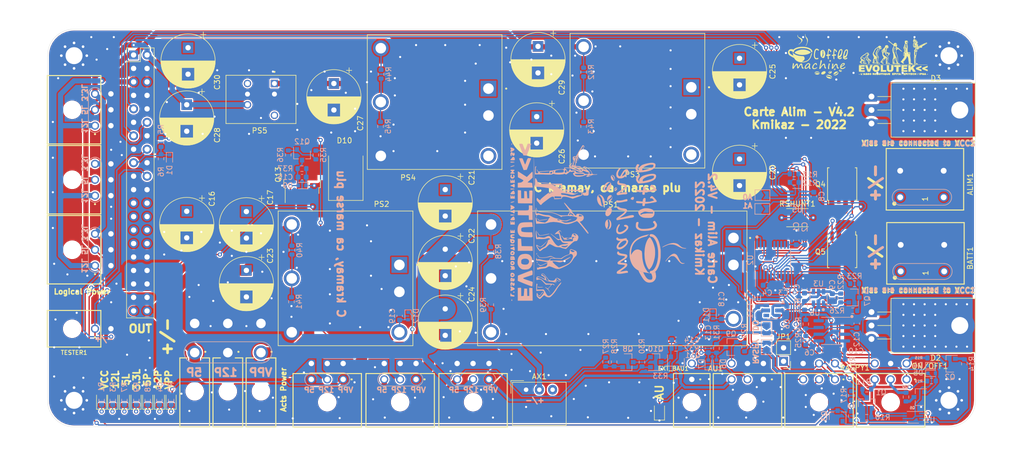
<source format=kicad_pcb>
(kicad_pcb (version 20171130) (host pcbnew "(5.1.10)-1")
  (layers (0 F.Cu signal) (31 B.Cu signal hide) (34 B.Paste user) (35 F.Paste user) (36 B.SilkS user) (37 F.SilkS user) (38 B.Mask user) (39 F.Mask user) (44 Edge.Cuts user))
  (net 0 "")
  (net 1 /Input/VCC2)
  (net 2 GND)
  (net 3 /AU/~AU_1)
  (net 4 /AU/LED_AU)
  (net 5 +12P)
  (net 6 /Input/VCC1)
  (net 7 "Net-(C1-Pad2)")
  (net 8 "Net-(C14-Pad1)")
  (net 9 /Input/TRIG)
  (net 10 /~AU)
  (net 11 "Net-(C19-Pad1)")
  (net 12 VCC)
  (net 13 +5P)
  (net 14 +3V3)
  (net 15 +12L)
  (net 16 +5V)
  (net 17 /Input/~BLINK)
  (net 18 /~PH)
  (net 19 /AU/~AU_2)
  (net 20 /~ON_BATT)
  (net 21 /SCL)
  (net 22 /SDA)
  (net 23 /~INT)
  (net 24 /Input/~KILL)
  (net 25 "Net-(JP4-Pad2)")
  (net 26 "Net-(LED-12V1-Pad1)")
  (net 27 "Net-(LED-12V2-Pad1)")
  (net 28 "Net-(LED-3.3V1-Pad1)")
  (net 29 "Net-(LED-5V1-Pad1)")
  (net 30 "Net-(LED-5V2-Pad1)")
  (net 31 "Net-(LED-BAT1-Pad1)")
  (net 32 "Net-(LED-BAT2-Pad1)")
  (net 33 /Input/~PB)
  (net 34 /Input/GREEN)
  (net 35 /Input/RED)
  (net 36 /Input/BLUE)
  (net 37 "Net-(PS1-Pad6)")
  (net 38 "Net-(PS2-Pad4)")
  (net 39 "Net-(PS3-Pad4)")
  (net 40 "Net-(PS4-Pad4)")
  (net 41 "Net-(Q1-Pad3)")
  (net 42 "Net-(Q1-Pad1)")
  (net 43 "Net-(Q2-Pad3)")
  (net 44 "Net-(Q2-Pad1)")
  (net 45 "Net-(Q7-Pad1)")
  (net 46 VPP)
  (net 47 "Net-(C3-Pad2)")
  (net 48 "Net-(C4-Pad1)")
  (net 49 "Net-(C6-Pad2)")
  (net 50 +3.3VA)
  (net 51 "Net-(C11-Pad1)")
  (net 52 "Net-(JP3-Pad2)")
  (net 53 /Input/G1S)
  (net 54 "Net-(Q4-Pad2)")
  (net 55 "Net-(Q4-Pad1)")
  (net 56 "Net-(Q5-Pad1)")
  (net 57 "Net-(Q5-Pad2)")
  (net 58 "Net-(Q6-Pad3)")
  (net 59 "Net-(Q8-Pad1)")
  (net 60 "Net-(Q10-Pad2)")
  (net 61 "Net-(U2-Pad1)")
  (net 62 "Net-(C7-Pad2)")
  (net 63 "Net-(JP2-Pad1)")
  (net 64 /AU/~AU_CONNECTED)
  (net 65 "Net-(C15-Pad2)")
  (net 66 "Net-(C18-Pad1)")
  (net 67 "Net-(D1-Pad1)")
  (net 68 "Net-(D4-Pad2)")
  (net 69 "Net-(Q12-Pad1)")
  (net 70 "Net-(R24-Pad1)")
  (net 71 "Net-(AX1-Pad3)")
  (net 72 "Net-(PS3-Pad6)")
  (net 73 "Net-(PS4-Pad6)")
  (net 74 "Net-(PS5-Pad4)")
  (net 75 "Net-(PS5-Pad5)")
  (net 76 "Net-(U2-Pad14)")
  (net 77 "Net-(U2-Pad9)")
  (net 78 "Net-(U2-Pad8)")
  (net 79 "Net-(U2-Pad6)")
  (net 80 "Net-(U4-Pad4)")
  (module ComponentsEvo:logo_coffee-min (layer F.Cu) (at 165.3 25.1)
    (fp_text reference G*** hide)
    (fp_text value LOGO hide)
  )
  (module ComponentsEvo:logo-evo-min (layer F.Cu) (at 179.6 24.9)
    (fp_text reference G*** hide)
    (fp_text value LOGO hide)
  )
  (module ComponentsEvo:logo_coffee (layer B.Cu) (at 132.1 56.5 90)
    (fp_text reference G*** hide)
    (fp_text value LOGO hide)
  )
  (module ComponentsEvo:logo-evo (layer B.Cu) (at 115.8 56.6 90)
    (fp_text reference G*** hide)
    (fp_text value LOGO hide)
  )
  (module Capacitor_THT:CP_Radial_D10.0mm_P5.00mm (layer F.Cu) (at 74 30.25 270)
    (fp_text reference C27 (at 7.5 -5 90) (layer F.SilkS))
    (fp_text value 22uF)
    (pad 2 thru_hole circle (at 5 0 270) (size 2 2) (drill 1) (layers *.Cu *.Mask) (net 2 GND))
    (pad 1 thru_hole rect (at 0 0 270) (size 2 2) (drill 1) (layers *.Cu *.Mask) (net 12 VCC))
  )
  (module ConnectorsEvo:66200621022 (layer F.Cu) (at 100.25 90)
    (fp_text reference J2 hide)
    (fp_text value Conn_01x06_Male)
    (pad 1 thru_hole circle (at 3 -3.95) (size 1.53 1.53) (drill 1.02) (layers *.Cu *.Mask) (net 46 VPP))
    (pad 4 thru_hole circle (at 3 -6.95) (size 1.53 1.53) (drill 1.02) (layers *.Cu *.Mask) (net 2 GND))
    (pad 2 thru_hole circle (at 0 -3.95) (size 1.53 1.53) (drill 1.02) (layers *.Cu *.Mask) (net 5 +12P))
    (pad 5 thru_hole circle (at 0 -6.95) (size 1.53 1.53) (drill 1.02) (layers *.Cu *.Mask) (net 2 GND))
    (pad 3 thru_hole circle (at -3 -3.95) (size 1.53 1.53) (drill 1.02) (layers *.Cu *.Mask) (net 13 +5P))
    (pad 6 thru_hole circle (at -3 -6.95) (size 1.53 1.53) (drill 1.02) (layers *.Cu *.Mask) (net 2 GND))
    (pad None np_thru_hole circle (at 0 0.35) (size 3 3) (drill 3) (layers *.Cu *.Mask))
  )
  (module Package_SO:VSSOP-8_2.3x2mm_P0.5mm (layer B.Cu) (at 183.2 93.2 180)
    (fp_text reference U1 (at -3.2 -0.5) (layer B.SilkS) (effects (justify mirror)))
    (fp_text value SN74LVC2G02DCUR)
    (pad 8 smd rect (at 1.55 0.75 270) (size 0.3 0.8) (layers B.Cu B.Paste B.Mask) (net 50 +3.3VA))
    (pad 7 smd rect (at 1.55 0.25 270) (size 0.3 0.8) (layers B.Cu B.Paste B.Mask) (net 42 "Net-(Q1-Pad1)"))
    (pad 6 smd rect (at 1.55 -0.25 270) (size 0.3 0.8) (layers B.Cu B.Paste B.Mask) (net 18 /~PH))
    (pad 5 smd rect (at 1.55 -0.75 270) (size 0.3 0.8) (layers B.Cu B.Paste B.Mask) (net 53 /Input/G1S))
    (pad 4 smd rect (at -1.55 -0.75 270) (size 0.3 0.8) (layers B.Cu B.Paste B.Mask) (net 2 GND))
    (pad 3 smd rect (at -1.55 -0.25 270) (size 0.3 0.8) (layers B.Cu B.Paste B.Mask) (net 44 "Net-(Q2-Pad1)"))
    (pad 2 smd rect (at -1.55 0.25 270) (size 0.3 0.8) (layers B.Cu B.Paste B.Mask) (net 18 /~PH))
    (pad 1 smd rect (at -1.55 0.75 270) (size 0.3 0.8) (layers B.Cu B.Paste B.Mask) (net 20 /~ON_BATT))
  )
  (module Resistor_SMD:R_0603_1608Metric (layer B.Cu) (at 186.7 86.35)
    (fp_text reference R19 (at -2.4 0.05) (layer B.SilkS) (effects (font (size 0.5 0.5) (thickness 0.125)) (justify mirror)))
    (fp_text value 1k)
    (pad 2 smd roundrect (at 0.825 0) (size 0.8 0.95) (layers B.Cu B.Paste B.Mask) (net 68 "Net-(D4-Pad2)"))
    (pad 1 smd roundrect (at -0.825 0) (size 0.8 0.95) (layers B.Cu B.Paste B.Mask) (net 50 +3.3VA))
  )
  (module Package_TO_SOT_SMD:SOT-23 (layer B.Cu) (at 190.2 83.1 180)
    (fp_text reference Q2 (at 0 -2.5) (layer B.SilkS) (effects (justify mirror)))
    (fp_text value Q_NMOS_GSD)
    (pad 3 smd rect (at 1 0 180) (size 0.9 0.8) (layers B.Cu B.Paste B.Mask) (net 43 "Net-(Q2-Pad3)"))
    (pad 2 smd rect (at -1 -0.95 180) (size 0.9 0.8) (layers B.Cu B.Paste B.Mask) (net 2 GND))
    (pad 1 smd rect (at -1 0.95 180) (size 0.9 0.8) (layers B.Cu B.Paste B.Mask) (net 44 "Net-(Q2-Pad1)"))
  )
  (module Capacitor_SMD:C_0603_1608Metric (layer B.Cu) (at 162.8 59.875 270)
    (fp_text reference C2 (at -2.575 0 90) (layer B.SilkS) (effects (justify mirror)))
    (fp_text value 100nF)
    (pad 2 smd roundrect (at 0.775 0 270) (size 0.9 0.95) (layers B.Cu B.Paste B.Mask) (net 7 "Net-(C1-Pad2)"))
    (pad 1 smd roundrect (at -0.775 0 270) (size 0.9 0.95) (layers B.Cu B.Paste B.Mask) (net 2 GND))
  )
  (module ComponentsEvo:PowerPak-SO8_5.15x6.15mm_Pitch1.27mm_Dual (layer F.Cu) (at 169.86 61.91 270)
    (fp_text reference Q5 (at 0.09 4.11) (layer F.SilkS))
    (fp_text value Si7997DP)
    (pad 5 smd rect (at 0.68 1.14 270) (size 3.81 1.65) (layers F.Cu F.Paste F.Mask) (net 48 "Net-(C4-Pad1)"))
    (pad 6 smd rect (at 0.68 -1.13 270) (size 3.81 1.65) (layers F.Cu F.Paste F.Mask) (net 6 /Input/VCC1))
    (pad 6 smd rect (at 2.885 -1.905 270) (size 1.7 0.65) (layers F.Cu F.Paste F.Mask) (net 6 /Input/VCC1))
    (pad 6 smd rect (at 2.885 -0.635 270) (size 1.7 0.65) (layers F.Cu F.Paste F.Mask) (net 6 /Input/VCC1))
    (pad 5 smd rect (at 2.885 0.635 270) (size 1.7 0.65) (layers F.Cu F.Paste F.Mask) (net 48 "Net-(C4-Pad1)"))
    (pad 5 smd rect (at 2.885 1.905 270) (size 1.7 0.65) (layers F.Cu F.Paste F.Mask) (net 48 "Net-(C4-Pad1)"))
    (pad 4 smd rect (at -2.885 1.905 270) (size 1.7 0.65) (layers F.Cu F.Paste F.Mask) (net 57 "Net-(Q5-Pad2)"))
    (pad 3 smd rect (at -2.885 0.635 270) (size 1.7 0.65) (layers F.Cu F.Paste F.Mask) (net 56 "Net-(Q5-Pad1)"))
    (pad 2 smd rect (at -2.885 -0.635 270) (size 1.7 0.65) (layers F.Cu F.Paste F.Mask) (net 57 "Net-(Q5-Pad2)"))
    (pad 1 smd rect (at -2.885 -1.905 270) (size 1.7 0.65) (layers F.Cu F.Paste F.Mask) (net 56 "Net-(Q5-Pad1)"))
  )
  (module Package_TO_SOT_SMD:SOT-23 (layer B.Cu) (at 68 43.7 270)
    (fp_text reference Q12 (at -2.5 0 180) (layer B.SilkS) (effects (justify mirror)))
    (fp_text value Q_NMOS_GSD)
    (pad 3 smd rect (at 1 0 270) (size 0.9 0.8) (layers B.Cu B.Paste B.Mask) (net 65 "Net-(C15-Pad2)"))
    (pad 2 smd rect (at -1 -0.95 270) (size 0.9 0.8) (layers B.Cu B.Paste B.Mask) (net 2 GND))
    (pad 1 smd rect (at -1 0.95 270) (size 0.9 0.8) (layers B.Cu B.Paste B.Mask) (net 69 "Net-(Q12-Pad1)"))
  )
  (module Package_TO_SOT_SMD:SOT-23 (layer B.Cu) (at 148.9 79.95 180)
    (fp_text reference Q9 (at 0 2.5) (layer B.SilkS) (effects (justify mirror)))
    (fp_text value Q_NMOS_GSD)
    (pad 3 smd rect (at 1 0 180) (size 0.9 0.8) (layers B.Cu B.Paste B.Mask) (net 10 /~AU))
    (pad 2 smd rect (at -1 -0.95 180) (size 0.9 0.8) (layers B.Cu B.Paste B.Mask) (net 2 GND))
    (pad 1 smd rect (at -1 0.95 180) (size 0.9 0.8) (layers B.Cu B.Paste B.Mask) (net 64 /AU/~AU_CONNECTED))
  )
  (module Capacitor_SMD:C_0603_1608Metric (layer B.Cu) (at 168 70.675 270)
    (fp_text reference C9 (at -2.475 0 270) (layer B.SilkS) (effects (justify mirror)))
    (fp_text value 100nF)
    (pad 2 smd roundrect (at 0.775 0 270) (size 0.9 0.95) (layers B.Cu B.Paste B.Mask) (net 2 GND))
    (pad 1 smd roundrect (at -0.775 0 270) (size 0.9 0.95) (layers B.Cu B.Paste B.Mask) (net 50 +3.3VA))
  )
  (module Capacitor_SMD:C_0603_1608Metric (layer B.Cu) (at 166.2 80.5 180)
    (fp_text reference C6 (at 2.5 -0.5) (layer B.SilkS) (effects (justify mirror)))
    (fp_text value 100nF)
    (pad 2 smd roundrect (at 0.775 0 180) (size 0.9 0.95) (layers B.Cu B.Paste B.Mask) (net 49 "Net-(C6-Pad2)"))
    (pad 1 smd roundrect (at -0.775 0 180) (size 0.9 0.95) (layers B.Cu B.Paste B.Mask) (net 2 GND))
  )
  (module Capacitor_SMD:C_0603_1608Metric (layer B.Cu) (at 172.6 75.525 270)
    (fp_text reference C12 (at 2.975 0 270) (layer B.SilkS) (effects (justify mirror)))
    (fp_text value 4.7uF)
    (pad 2 smd roundrect (at 0.775 0 270) (size 0.9 0.95) (layers B.Cu B.Paste B.Mask) (net 9 /Input/TRIG))
    (pad 1 smd roundrect (at -0.775 0 270) (size 0.9 0.95) (layers B.Cu B.Paste B.Mask) (net 2 GND))
  )
  (module Resistor_SMD:R_0603_1608Metric (layer B.Cu) (at 174.5 87.9)
    (fp_text reference R11 (at -0.6 -1.4) (layer B.SilkS) (effects (justify mirror)))
    (fp_text value 330)
    (pad 2 smd roundrect (at 0.825 0) (size 0.8 0.95) (layers B.Cu B.Paste B.Mask) (net 34 /Input/GREEN))
    (pad 1 smd roundrect (at -0.825 0) (size 0.8 0.95) (layers B.Cu B.Paste B.Mask) (net 41 "Net-(Q1-Pad3)"))
  )
  (module ComponentsEvo:PowerPak-SO8_5.15x6.15mm_Pitch1.27mm_Dual (layer F.Cu) (at 169.86 49.21 90)
    (fp_text reference Q4 (at -0.04 -4.11) (layer F.SilkS))
    (fp_text value Si7997DP)
    (pad 5 smd rect (at 0.68 1.14 90) (size 3.81 1.65) (layers F.Cu F.Paste F.Mask) (net 1 /Input/VCC2))
    (pad 6 smd rect (at 0.68 -1.13 90) (size 3.81 1.65) (layers F.Cu F.Paste F.Mask) (net 48 "Net-(C4-Pad1)"))
    (pad 6 smd rect (at 2.885 -1.905 90) (size 1.7 0.65) (layers F.Cu F.Paste F.Mask) (net 48 "Net-(C4-Pad1)"))
    (pad 6 smd rect (at 2.885 -0.635 90) (size 1.7 0.65) (layers F.Cu F.Paste F.Mask) (net 48 "Net-(C4-Pad1)"))
    (pad 5 smd rect (at 2.885 0.635 90) (size 1.7 0.65) (layers F.Cu F.Paste F.Mask) (net 1 /Input/VCC2))
    (pad 5 smd rect (at 2.885 1.905 90) (size 1.7 0.65) (layers F.Cu F.Paste F.Mask) (net 1 /Input/VCC2))
    (pad 4 smd rect (at -2.885 1.905 90) (size 1.7 0.65) (layers F.Cu F.Paste F.Mask) (net 54 "Net-(Q4-Pad2)"))
    (pad 3 smd rect (at -2.885 0.635 90) (size 1.7 0.65) (layers F.Cu F.Paste F.Mask) (net 55 "Net-(Q4-Pad1)"))
    (pad 2 smd rect (at -2.885 -0.635 90) (size 1.7 0.65) (layers F.Cu F.Paste F.Mask) (net 54 "Net-(Q4-Pad2)"))
    (pad 1 smd rect (at -2.885 -1.905 90) (size 1.7 0.65) (layers F.Cu F.Paste F.Mask) (net 55 "Net-(Q4-Pad1)"))
  )
  (module ConnectorsEvo:66200621022 (layer F.Cu) (at 25 35.2 270)
    (fp_text reference J5 hide)
    (fp_text value Conn_01x06_Male)
    (pad 1 thru_hole circle (at 3 -3.95 270) (size 1.53 1.53) (drill 1.02) (layers *.Cu *.Mask) (net 15 +12L))
    (pad 4 thru_hole circle (at 3 -6.95 270) (size 1.53 1.53) (drill 1.02) (layers *.Cu *.Mask) (net 2 GND))
    (pad 2 thru_hole circle (at 0 -3.95 270) (size 1.53 1.53) (drill 1.02) (layers *.Cu *.Mask) (net 16 +5V))
    (pad 5 thru_hole circle (at 0 -6.95 270) (size 1.53 1.53) (drill 1.02) (layers *.Cu *.Mask) (net 2 GND))
    (pad 3 thru_hole circle (at -3 -3.95 270) (size 1.53 1.53) (drill 1.02) (layers *.Cu *.Mask) (net 14 +3V3))
    (pad 6 thru_hole circle (at -3 -6.95 270) (size 1.53 1.53) (drill 1.02) (layers *.Cu *.Mask) (net 2 GND))
    (pad None np_thru_hole circle (at 0 0.35 270) (size 3 3) (drill 3) (layers *.Cu *.Mask))
  )
  (module Capacitor_THT:CP_Radial_D10.0mm_P5.00mm (layer F.Cu) (at 57.5 54.4 270)
    (fp_text reference C17 (at -2.65 -4.5 90) (layer F.SilkS))
    (fp_text value 470uF)
    (pad 2 thru_hole circle (at 5 0 270) (size 2 2) (drill 1) (layers *.Cu *.Mask) (net 2 GND))
    (pad 1 thru_hole rect (at 0 0 270) (size 2 2) (drill 1) (layers *.Cu *.Mask) (net 46 VPP))
  )
  (module ComponentsEvo:TRACO_CONV_THL (layer F.Cu) (at 76.2 67 90)
    (fp_text reference PS2 (at 14 6.8 180) (layer F.SilkS))
    (fp_text value THL_20-2411WI)
    (pad 6 thru_hole circle (at -10.16 10.15 90) (size 3 3) (drill 2) (layers *.Cu *.Mask) (net 11 "Net-(C19-Pad1)"))
    (pad 4 thru_hole circle (at 0 -10.15 90) (size 3 3) (drill 2) (layers *.Cu *.Mask) (net 38 "Net-(PS2-Pad4)"))
    (pad 5 thru_hole circle (at -10.16 -10.15 90) (size 3 3) (drill 2) (layers *.Cu *.Mask) (net 2 GND))
    (pad 3 thru_hole circle (at 10.16 -10.15 90) (size 3 3) (drill 2) (layers *.Cu *.Mask) (net 13 +5P))
    (pad 2 thru_hole circle (at -2.54 10.15 90) (size 3 3) (drill 2) (layers *.Cu *.Mask) (net 2 GND))
    (pad 1 thru_hole rect (at 2.54 10.15 90) (size 3 3) (drill 2) (layers *.Cu *.Mask) (net 12 VCC))
  )
  (module ConnectorsEvo:22-05-7035 (layer F.Cu) (at 110.25 88)
    (fp_text reference AX1 (at 2.5 -2.5) (layer F.SilkS))
    (fp_text value Conn_01x03_Male)
    (pad 3 thru_hole oval (at 5 0) (size 1.7 1.85) (drill 0.85) (layers *.Cu *.Mask) (net 71 "Net-(AX1-Pad3)"))
    (pad 2 thru_hole oval (at 2.5 0) (size 1.7 1.85) (drill 0.85) (layers *.Cu *.Mask) (net 5 +12P))
    (pad 1 thru_hole roundrect (at 0 0) (size 1.7 1.85) (drill 0.85) (layers *.Cu *.Mask) (roundrect_rratio 0.1470588235294118) (net 2 GND))
  )
  (module Diode_SMD:D_SMC (layer F.Cu) (at 76.25 47.5 90)
    (fp_text reference D10 (at 6.5 -0.25 180) (layer F.SilkS))
    (fp_text value D)
    (pad 2 smd rect (at 3.4 0 180) (size 3.3 2.5) (layers F.Cu F.Paste F.Mask) (net 46 VPP))
    (pad 1 smd rect (at -3.4 0 180) (size 3.3 2.5) (layers F.Cu F.Paste F.Mask) (net 12 VCC))
  )
  (module ConnectorsEvo:66200221022 (layer F.Cu) (at 25 76.5 270)
    (fp_text reference TESTER1 (at 4.5 0 180) (layer F.SilkS) (effects (font (size 0.8 0.8))))
    (fp_text value Conn_01x02_Male)
    (pad 1 thru_hole circle (at 0 -3.95 270) (size 1.53 1.53) (drill 1.02) (layers *.Cu *.Mask) (net 12 VCC))
    (pad 2 thru_hole circle (at 0 -6.95 270) (size 1.53 1.53) (drill 1.02) (layers *.Cu *.Mask) (net 2 GND))
    (pad None np_thru_hole circle (at 0 0.35 270) (size 3 3) (drill 3) (layers *.Cu *.Mask))
  )
  (module ConnectorsEvo:66200621022 (layer F.Cu) (at 152 90)
    (fp_text reference AU1 (at -6 -6) (layer F.SilkS))
    (fp_text value Conn_01x06_Male)
    (pad 1 thru_hole circle (at 3 -3.95) (size 1.53 1.53) (drill 1.02) (layers *.Cu *.Mask) (net 2 GND))
    (pad 4 thru_hole circle (at 3 -6.95) (size 1.53 1.53) (drill 1.02) (layers *.Cu *.Mask) (net 2 GND))
    (pad 2 thru_hole circle (at 0 -3.95) (size 1.53 1.53) (drill 1.02) (layers *.Cu *.Mask) (net 3 /AU/~AU_1))
    (pad 5 thru_hole circle (at 0 -6.95) (size 1.53 1.53) (drill 1.02) (layers *.Cu *.Mask) (net 2 GND))
    (pad 3 thru_hole circle (at -3 -3.95) (size 1.53 1.53) (drill 1.02) (layers *.Cu *.Mask) (net 4 /AU/LED_AU))
    (pad 6 thru_hole circle (at -3 -6.95) (size 1.53 1.53) (drill 1.02) (layers *.Cu *.Mask) (net 64 /AU/~AU_CONNECTED))
    (pad None np_thru_hole circle (at 0 0.35) (size 3 3) (drill 3) (layers *.Cu *.Mask))
  )
  (module ConnectorsEvo:691406710002B (layer F.Cu) (at 185 63.18 90)
    (fp_text reference BATT1 (at 0 9 90) (layer F.SilkS))
    (fp_text value Conn_01x02_Male)
    (fp_text user 1 (at -2.8 0.6 270) (layer F.SilkS))
    (pad 2 thru_hole circle (at 2.5 -4.1 90) (size 1.65 1.65) (drill 1.1) (layers *.Cu *.Mask) (net 2 GND))
    (pad 2 thru_hole circle (at 2.5 4.1 90) (size 1.65 1.65) (drill 1.1) (layers *.Cu *.Mask) (net 2 GND))
    (pad 1 thru_hole circle (at -2.5 4.1 90) (size 1.65 1.65) (drill 1.1) (layers *.Cu *.Mask) (net 6 /Input/VCC1))
    (pad 1 thru_hole circle (at -2.5 -4.1 90) (size 1.65 1.65) (drill 1.1) (layers *.Cu *.Mask) (net 6 /Input/VCC1))
  )
  (module Capacitor_SMD:C_0603_1608Metric (layer B.Cu) (at 158.775 68.3)
    (fp_text reference C3 (at 0 1.43 180) (layer B.SilkS) (effects (justify mirror)))
    (fp_text value 560nF)
    (pad 2 smd roundrect (at 0.775 0) (size 0.9 0.95) (layers B.Cu B.Paste B.Mask) (net 47 "Net-(C3-Pad2)"))
    (pad 1 smd roundrect (at -0.775 0) (size 0.9 0.95) (layers B.Cu B.Paste B.Mask) (net 2 GND))
  )
  (module Capacitor_SMD:C_0603_1608Metric (layer B.Cu) (at 159.45 73.05 270)
    (fp_text reference C5 (at 2.55 0.05 270) (layer B.SilkS) (effects (justify mirror)))
    (fp_text value 1uF)
    (pad 2 smd roundrect (at 0.775 0 270) (size 0.9 0.95) (layers B.Cu B.Paste B.Mask) (net 2 GND))
    (pad 1 smd roundrect (at -0.775 0 270) (size 0.9 0.95) (layers B.Cu B.Paste B.Mask) (net 12 VCC))
  )
  (module Capacitor_SMD:C_0603_1608Metric (layer B.Cu) (at 162.75 69 270)
    (fp_text reference C7 (at 0 1.43 90) (layer B.SilkS) (effects (justify mirror)))
    (fp_text value 780nF)
    (pad 2 smd roundrect (at 0.775 0 270) (size 0.9 0.95) (layers B.Cu B.Paste B.Mask) (net 62 "Net-(C7-Pad2)"))
    (pad 1 smd roundrect (at -0.775 0 270) (size 0.9 0.95) (layers B.Cu B.Paste B.Mask) (net 2 GND))
  )
  (module Capacitor_SMD:C_0603_1608Metric (layer B.Cu) (at 164.5 51.525 270)
    (fp_text reference C8 (at 0 -1.5 90) (layer B.SilkS) (effects (justify mirror)))
    (fp_text value 100nF)
    (pad 2 smd roundrect (at 0.775 0 270) (size 0.9 0.95) (layers B.Cu B.Paste B.Mask) (net 2 GND))
    (pad 1 smd roundrect (at -0.775 0 270) (size 0.9 0.95) (layers B.Cu B.Paste B.Mask) (net 50 +3.3VA))
  )
  (module Capacitor_SMD:C_0603_1608Metric (layer B.Cu) (at 169.525 80.5 180)
    (fp_text reference C10 (at -2.975 -0.2) (layer B.SilkS) (effects (justify mirror)))
    (fp_text value 100nF)
    (pad 2 smd roundrect (at 0.775 0 180) (size 0.9 0.95) (layers B.Cu B.Paste B.Mask) (net 2 GND))
    (pad 1 smd roundrect (at -0.775 0 180) (size 0.9 0.95) (layers B.Cu B.Paste B.Mask) (net 50 +3.3VA))
  )
  (module Capacitor_SMD:C_0603_1608Metric (layer B.Cu) (at 153.95 73.125 270)
    (fp_text reference C11 (at 0 1.43 90) (layer B.SilkS) (effects (justify mirror)))
    (fp_text value 1uF)
    (pad 2 smd roundrect (at 0.775 0 270) (size 0.9 0.95) (layers B.Cu B.Paste B.Mask) (net 2 GND))
    (pad 1 smd roundrect (at -0.775 0 270) (size 0.9 0.95) (layers B.Cu B.Paste B.Mask) (net 51 "Net-(C11-Pad1)"))
  )
  (module Capacitor_SMD:C_0603_1608Metric (layer B.Cu) (at 144.6 80.2 90)
    (fp_text reference C13 (at 3 0 90) (layer B.SilkS) (effects (justify mirror)))
    (fp_text value 100nF)
    (pad 2 smd roundrect (at 0.775 0 90) (size 0.9 0.95) (layers B.Cu B.Paste B.Mask) (net 2 GND))
    (pad 1 smd roundrect (at -0.775 0 90) (size 0.9 0.95) (layers B.Cu B.Paste B.Mask) (net 10 /~AU))
  )
  (module Capacitor_SMD:C_0603_1608Metric (layer B.Cu) (at 138.5 78.6)
    (fp_text reference C14 (at 3 0) (layer B.SilkS) (effects (justify mirror)))
    (fp_text value 100nF)
    (pad 2 smd roundrect (at 0.775 0) (size 0.9 0.95) (layers B.Cu B.Paste B.Mask) (net 2 GND))
    (pad 1 smd roundrect (at -0.775 0) (size 0.9 0.95) (layers B.Cu B.Paste B.Mask) (net 8 "Net-(C14-Pad1)"))
  )
  (module Capacitor_SMD:C_0603_1608Metric (layer B.Cu) (at 68 47.9 180)
    (fp_text reference C15 (at 3.15 0) (layer B.SilkS) (effects (justify mirror)))
    (fp_text value 1uF)
    (pad 2 smd roundrect (at 0.775 0 180) (size 0.9 0.95) (layers B.Cu B.Paste B.Mask) (net 65 "Net-(C15-Pad2)"))
    (pad 1 smd roundrect (at -0.775 0 180) (size 0.9 0.95) (layers B.Cu B.Paste B.Mask) (net 12 VCC))
  )
  (module Capacitor_THT:CP_Radial_D10.0mm_P5.00mm (layer F.Cu) (at 46.25 54.35 270)
    (fp_text reference C16 (at -2.35 -4.75 90) (layer F.SilkS))
    (fp_text value 470uF)
    (pad 2 thru_hole circle (at 5 0 270) (size 2 2) (drill 1) (layers *.Cu *.Mask) (net 2 GND))
    (pad 1 thru_hole rect (at 0 0 270) (size 2 2) (drill 1) (layers *.Cu *.Mask) (net 46 VPP))
  )
  (module Capacitor_SMD:C_0603_1608Metric (layer B.Cu) (at 147.1 73.875 90)
    (fp_text reference C18 (at 2.975 0 90) (layer B.SilkS) (effects (justify mirror)))
    (fp_text value 100nF)
    (pad 2 smd roundrect (at 0.775 0 90) (size 0.9 0.95) (layers B.Cu B.Paste B.Mask) (net 2 GND))
    (pad 1 smd roundrect (at -0.775 0 90) (size 0.9 0.95) (layers B.Cu B.Paste B.Mask) (net 66 "Net-(C18-Pad1)"))
  )
  (module Capacitor_SMD:C_0603_1608Metric (layer B.Cu) (at 86.4 74.075 90)
    (fp_text reference C19 (at 0 -1.4 90) (layer B.SilkS) (effects (justify mirror)))
    (fp_text value 100nF)
    (pad 2 smd roundrect (at 0.775 0 90) (size 0.9 0.95) (layers B.Cu B.Paste B.Mask) (net 2 GND))
    (pad 1 smd roundrect (at -0.775 0 90) (size 0.9 0.95) (layers B.Cu B.Paste B.Mask) (net 11 "Net-(C19-Pad1)"))
  )
  (module Capacitor_THT:CP_Radial_D10.0mm_P5.00mm (layer F.Cu) (at 150.5 44.5 270)
    (fp_text reference C20 (at 2.5 -6.25 90) (layer F.SilkS))
    (fp_text value 330uF)
    (pad 2 thru_hole circle (at 5 0 270) (size 2 2) (drill 1) (layers *.Cu *.Mask) (net 2 GND))
    (pad 1 thru_hole rect (at 0 0 270) (size 2 2) (drill 1) (layers *.Cu *.Mask) (net 12 VCC))
  )
  (module Capacitor_THT:CP_Radial_D10.0mm_P5.00mm (layer F.Cu) (at 95 50.25 270)
    (fp_text reference C21 (at -2.25 -5 90) (layer F.SilkS))
    (fp_text value 330uF)
    (pad 2 thru_hole circle (at 5 0 270) (size 2 2) (drill 1) (layers *.Cu *.Mask) (net 2 GND))
    (pad 1 thru_hole rect (at 0 0 270) (size 2 2) (drill 1) (layers *.Cu *.Mask) (net 12 VCC))
  )
  (module Capacitor_THT:CP_Radial_D10.0mm_P5.00mm (layer F.Cu) (at 95 61.5 270)
    (fp_text reference C22 (at -2.5 -5 90) (layer F.SilkS))
    (fp_text value 470uF)
    (pad 2 thru_hole circle (at 5 0 270) (size 2 2) (drill 1) (layers *.Cu *.Mask) (net 2 GND))
    (pad 1 thru_hole rect (at 0 0 270) (size 2 2) (drill 1) (layers *.Cu *.Mask) (net 5 +12P))
  )
  (module Capacitor_THT:CP_Radial_D10.0mm_P5.00mm (layer F.Cu) (at 57.5 65.5 270)
    (fp_text reference C23 (at -2.75 -4.5 90) (layer F.SilkS))
    (fp_text value 470uF)
    (pad 2 thru_hole circle (at 5 0 270) (size 2 2) (drill 1) (layers *.Cu *.Mask) (net 2 GND))
    (pad 1 thru_hole rect (at 0 0 270) (size 2 2) (drill 1) (layers *.Cu *.Mask) (net 13 +5P))
  )
  (module Capacitor_THT:CP_Radial_D10.0mm_P5.00mm (layer F.Cu) (at 95 72.75 270)
    (fp_text reference C24 (at -2.75 -5 90) (layer F.SilkS))
    (fp_text value 470uF)
    (pad 2 thru_hole circle (at 5 0 270) (size 2 2) (drill 1) (layers *.Cu *.Mask) (net 2 GND))
    (pad 1 thru_hole rect (at 0 0 270) (size 2 2) (drill 1) (layers *.Cu *.Mask) (net 5 +12P))
  )
  (module Capacitor_THT:CP_Radial_D10.0mm_P5.00mm (layer F.Cu) (at 150.5 25.5 270)
    (fp_text reference C25 (at 2.5 -6.25 90) (layer F.SilkS))
    (fp_text value 22uF)
    (pad 2 thru_hole circle (at 5 0 270) (size 2 2) (drill 1) (layers *.Cu *.Mask) (net 2 GND))
    (pad 1 thru_hole rect (at 0 0 270) (size 2 2) (drill 1) (layers *.Cu *.Mask) (net 12 VCC))
  )
  (module Capacitor_THT:CP_Radial_D10.0mm_P5.00mm (layer F.Cu) (at 112.25 36.5 270)
    (fp_text reference C26 (at 7.5 -4.75 90) (layer F.SilkS))
    (fp_text value 330uF)
    (pad 2 thru_hole circle (at 5 0 270) (size 2 2) (drill 1) (layers *.Cu *.Mask) (net 2 GND))
    (pad 1 thru_hole rect (at 0 0 270) (size 2 2) (drill 1) (layers *.Cu *.Mask) (net 12 VCC))
  )
  (module Capacitor_THT:CP_Radial_D10.0mm_P5.00mm (layer F.Cu) (at 46.25 34.25 270)
    (fp_text reference C28 (at 5.75 -5.75 90) (layer F.SilkS))
    (fp_text value 330uF)
    (pad 2 thru_hole circle (at 5 0 270) (size 2 2) (drill 1) (layers *.Cu *.Mask) (net 2 GND))
    (pad 1 thru_hole rect (at 0 0 270) (size 2 2) (drill 1) (layers *.Cu *.Mask) (net 14 +3V3))
  )
  (module Capacitor_THT:CP_Radial_D10.0mm_P5.00mm (layer F.Cu) (at 112.5 23.25 270)
    (fp_text reference C29 (at 7.75 -4.5 90) (layer F.SilkS))
    (fp_text value 330uF)
    (pad 2 thru_hole circle (at 5 0 270) (size 2 2) (drill 1) (layers *.Cu *.Mask) (net 2 GND))
    (pad 1 thru_hole rect (at 0 0 270) (size 2 2) (drill 1) (layers *.Cu *.Mask) (net 15 +12L))
  )
  (module Capacitor_THT:CP_Radial_D10.0mm_P5.00mm (layer F.Cu) (at 46.5 23.5 270)
    (fp_text reference C30 (at 6.5 -5.5 90) (layer F.SilkS))
    (fp_text value 470uF)
    (pad 2 thru_hole circle (at 5 0 270) (size 2 2) (drill 1) (layers *.Cu *.Mask) (net 2 GND))
    (pad 1 thru_hole rect (at 0 0 270) (size 2 2) (drill 1) (layers *.Cu *.Mask) (net 16 +5V))
  )
  (module ComponentsEvo:TO-220-3_Horizontal_TabDown (layer F.Cu) (at 175.39 73.35 270)
    (fp_text reference D2 (at 8.65 -12.11 180) (layer F.SilkS))
    (fp_text value MBR60)
    (pad 2 thru_hole circle (at -1.47 -12.02 270) (size 0.8 0.8) (drill 0.4) (layers *.Cu *.Mask) (net 6 /Input/VCC1))
    (pad 2 thru_hole circle (at -1.47 -10.02 270) (size 0.8 0.8) (drill 0.4) (layers *.Cu *.Mask) (net 6 /Input/VCC1))
    (pad 2 thru_hole circle (at -1.47 -8.02 270) (size 0.8 0.8) (drill 0.4) (layers *.Cu *.Mask) (net 6 /Input/VCC1))
    (pad 2 thru_hole circle (at -1.47 -6.02 270) (size 0.8 0.8) (drill 0.4) (layers *.Cu *.Mask) (net 6 /Input/VCC1))
    (pad 2 thru_hole circle (at 0.53 -6.02 270) (size 0.8 0.8) (drill 0.4) (layers *.Cu *.Mask) (net 6 /Input/VCC1))
    (pad 2 thru_hole circle (at 0.53 -8.02 270) (size 0.8 0.8) (drill 0.4) (layers *.Cu *.Mask) (net 6 /Input/VCC1))
    (pad 2 thru_hole circle (at 0.53 -10.02 270) (size 0.8 0.8) (drill 0.4) (layers *.Cu *.Mask) (net 6 /Input/VCC1))
    (pad 2 thru_hole circle (at 0.53 -12.02 270) (size 0.8 0.8) (drill 0.4) (layers *.Cu *.Mask) (net 6 /Input/VCC1))
    (pad 2 thru_hole circle (at -1.47 -14.02 270) (size 0.8 0.8) (drill 0.4) (layers *.Cu *.Mask) (net 6 /Input/VCC1))
    (pad 2 thru_hole circle (at -1.47 -16.02 270) (size 0.8 0.8) (drill 0.4) (layers *.Cu *.Mask) (net 6 /Input/VCC1))
    (pad 2 thru_hole circle (at -1.47 -18.02 270) (size 0.8 0.8) (drill 0.4) (layers *.Cu *.Mask) (net 6 /Input/VCC1))
    (pad 2 thru_hole circle (at 6.53 -18.02 270) (size 0.8 0.8) (drill 0.4) (layers *.Cu *.Mask) (net 6 /Input/VCC1))
    (pad 2 thru_hole circle (at 6.53 -16.02 270) (size 0.8 0.8) (drill 0.4) (layers *.Cu *.Mask) (net 6 /Input/VCC1))
    (pad 2 thru_hole circle (at 6.53 -6.02 270) (size 0.8 0.8) (drill 0.4) (layers *.Cu *.Mask) (net 6 /Input/VCC1))
    (pad 2 thru_hole circle (at 6.53 -8.02 270) (size 0.8 0.8) (drill 0.4) (layers *.Cu *.Mask) (net 6 /Input/VCC1))
    (pad 2 thru_hole circle (at 6.53 -10.02 270) (size 0.8 0.8) (drill 0.4) (layers *.Cu *.Mask) (net 6 /Input/VCC1))
    (pad 2 thru_hole circle (at 6.53 -12.02 270) (size 0.8 0.8) (drill 0.4) (layers *.Cu *.Mask) (net 6 /Input/VCC1))
    (pad 2 thru_hole circle (at 6.53 -14.02 270) (size 0.8 0.8) (drill 0.4) (layers *.Cu *.Mask) (net 6 /Input/VCC1))
    (pad 2 thru_hole circle (at 4.53 -12.02 270) (size 0.8 0.8) (drill 0.4) (layers *.Cu *.Mask) (net 6 /Input/VCC1))
    (pad 2 thru_hole circle (at 4.53 -10.02 270) (size 0.8 0.8) (drill 0.4) (layers *.Cu *.Mask) (net 6 /Input/VCC1))
    (pad 2 thru_hole circle (at 4.53 -8.02 270) (size 0.8 0.8) (drill 0.4) (layers *.Cu *.Mask) (net 6 /Input/VCC1))
    (pad 2 thru_hole circle (at 4.53 -6.02 270) (size 0.8 0.8) (drill 0.4) (layers *.Cu *.Mask) (net 6 /Input/VCC1))
    (pad 2 thru_hole circle (at 2.53 -6.02 270) (size 0.8 0.8) (drill 0.4) (layers *.Cu *.Mask) (net 6 /Input/VCC1))
    (pad 2 thru_hole circle (at 2.53 -8.02 270) (size 0.8 0.8) (drill 0.4) (layers *.Cu *.Mask) (net 6 /Input/VCC1))
    (pad 2 thru_hole circle (at 2.53 -10.02 270) (size 0.8 0.8) (drill 0.4) (layers *.Cu *.Mask) (net 6 /Input/VCC1))
    (pad 2 thru_hole circle (at 2.53 -12.02 270) (size 0.8 0.8) (drill 0.4) (layers *.Cu *.Mask) (net 6 /Input/VCC1))
    (pad 2 smd rect (at 2.54 -12.25 270) (size 10 14.5) (layers F.Cu F.Paste F.Mask) (net 6 /Input/VCC1))
    (pad 2 thru_hole oval (at 2.54 -16.65 270) (size 5.6 5.6) (drill 3.2) (layers *.Cu *.Mask) (net 6 /Input/VCC1))
    (pad 1 thru_hole rect (at 0 0 270) (size 1.905 2) (drill 1.1) (layers *.Cu *.Mask) (net 2 GND))
    (pad 2 thru_hole oval (at 2.54 0 270) (size 1.905 2) (drill 1.1) (layers *.Cu *.Mask) (net 6 /Input/VCC1))
    (pad 3 thru_hole oval (at 5.08 0 270) (size 1.905 2) (drill 1.1) (layers *.Cu *.Mask) (net 2 GND))
  )
  (module ComponentsEvo:TO-220-3_Horizontal_TabDown (layer F.Cu) (at 175.39 32.71 270)
    (fp_text reference D3 (at -3.46 -12.11 180) (layer F.SilkS))
    (fp_text value MBR60)
    (pad 2 thru_hole circle (at -1.47 -12.02 270) (size 0.8 0.8) (drill 0.4) (layers *.Cu *.Mask) (net 1 /Input/VCC2))
    (pad 2 thru_hole circle (at -1.47 -10.02 270) (size 0.8 0.8) (drill 0.4) (layers *.Cu *.Mask) (net 1 /Input/VCC2))
    (pad 2 thru_hole circle (at -1.47 -8.02 270) (size 0.8 0.8) (drill 0.4) (layers *.Cu *.Mask) (net 1 /Input/VCC2))
    (pad 2 thru_hole circle (at -1.47 -6.02 270) (size 0.8 0.8) (drill 0.4) (layers *.Cu *.Mask) (net 1 /Input/VCC2))
    (pad 2 thru_hole circle (at 0.53 -6.02 270) (size 0.8 0.8) (drill 0.4) (layers *.Cu *.Mask) (net 1 /Input/VCC2))
    (pad 2 thru_hole circle (at 0.53 -8.02 270) (size 0.8 0.8) (drill 0.4) (layers *.Cu *.Mask) (net 1 /Input/VCC2))
    (pad 2 thru_hole circle (at 0.53 -10.02 270) (size 0.8 0.8) (drill 0.4) (layers *.Cu *.Mask) (net 1 /Input/VCC2))
    (pad 2 thru_hole circle (at 0.53 -12.02 270) (size 0.8 0.8) (drill 0.4) (layers *.Cu *.Mask) (net 1 /Input/VCC2))
    (pad 2 thru_hole circle (at -1.47 -14.02 270) (size 0.8 0.8) (drill 0.4) (layers *.Cu *.Mask) (net 1 /Input/VCC2))
    (pad 2 thru_hole circle (at -1.47 -16.02 270) (size 0.8 0.8) (drill 0.4) (layers *.Cu *.Mask) (net 1 /Input/VCC2))
    (pad 2 thru_hole circle (at -1.47 -18.02 270) (size 0.8 0.8) (drill 0.4) (layers *.Cu *.Mask) (net 1 /Input/VCC2))
    (pad 2 thru_hole circle (at 6.53 -18.02 270) (size 0.8 0.8) (drill 0.4) (layers *.Cu *.Mask) (net 1 /Input/VCC2))
    (pad 2 thru_hole circle (at 6.53 -16.02 270) (size 0.8 0.8) (drill 0.4) (layers *.Cu *.Mask) (net 1 /Input/VCC2))
    (pad 2 thru_hole circle (at 6.53 -6.02 270) (size 0.8 0.8) (drill 0.4) (layers *.Cu *.Mask) (net 1 /Input/VCC2))
    (pad 2 thru_hole circle (at 6.53 -8.02 270) (size 0.8 0.8) (drill 0.4) (layers *.Cu *.Mask) (net 1 /Input/VCC2))
    (pad 2 thru_hole circle (at 6.53 -10.02 270) (size 0.8 0.8) (drill 0.4) (layers *.Cu *.Mask) (net 1 /Input/VCC2))
    (pad 2 thru_hole circle (at 6.53 -12.02 270) (size 0.8 0.8) (drill 0.4) (layers *.Cu *.Mask) (net 1 /Input/VCC2))
    (pad 2 thru_hole circle (at 6.53 -14.02 270) (size 0.8 0.8) (drill 0.4) (layers *.Cu *.Mask) (net 1 /Input/VCC2))
    (pad 2 thru_hole circle (at 4.53 -12.02 270) (size 0.8 0.8) (drill 0.4) (layers *.Cu *.Mask) (net 1 /Input/VCC2))
    (pad 2 thru_hole circle (at 4.53 -10.02 270) (size 0.8 0.8) (drill 0.4) (layers *.Cu *.Mask) (net 1 /Input/VCC2))
    (pad 2 thru_hole circle (at 4.53 -8.02 270) (size 0.8 0.8) (drill 0.4) (layers *.Cu *.Mask) (net 1 /Input/VCC2))
    (pad 2 thru_hole circle (at 4.53 -6.02 270) (size 0.8 0.8) (drill 0.4) (layers *.Cu *.Mask) (net 1 /Input/VCC2))
    (pad 2 thru_hole circle (at 2.53 -6.02 270) (size 0.8 0.8) (drill 0.4) (layers *.Cu *.Mask) (net 1 /Input/VCC2))
    (pad 2 thru_hole circle (at 2.53 -8.02 270) (size 0.8 0.8) (drill 0.4) (layers *.Cu *.Mask) (net 1 /Input/VCC2))
    (pad 2 thru_hole circle (at 2.53 -10.02 270) (size 0.8 0.8) (drill 0.4) (layers *.Cu *.Mask) (net 1 /Input/VCC2))
    (pad 2 thru_hole circle (at 2.53 -12.02 270) (size 0.8 0.8) (drill 0.4) (layers *.Cu *.Mask) (net 1 /Input/VCC2))
    (pad 2 smd rect (at 2.54 -12.25 270) (size 10 14.5) (layers F.Cu F.Paste F.Mask) (net 1 /Input/VCC2))
    (pad 2 thru_hole oval (at 2.54 -16.65 270) (size 5.6 5.6) (drill 3.2) (layers *.Cu *.Mask) (net 1 /Input/VCC2))
    (pad 1 thru_hole rect (at 0 0 270) (size 1.905 2) (drill 1.1) (layers *.Cu *.Mask) (net 2 GND))
    (pad 2 thru_hole oval (at 2.54 0 270) (size 1.905 2) (drill 1.1) (layers *.Cu *.Mask) (net 1 /Input/VCC2))
    (pad 3 thru_hole oval (at 5.08 0 270) (size 1.905 2) (drill 1.1) (layers *.Cu *.Mask) (net 2 GND))
  )
  (module Diode_SMD:D_SOD-523 (layer B.Cu) (at 186.75 83.45)
    (fp_text reference D4 (at -2.55 -0.05) (layer B.SilkS) (effects (justify mirror)))
    (fp_text value D)
    (pad 1 smd rect (at -0.7 0 180) (size 0.6 0.7) (layers B.Cu B.Paste B.Mask) (net 17 /Input/~BLINK))
    (pad 2 smd rect (at 0.7 0 180) (size 0.6 0.7) (layers B.Cu B.Paste B.Mask) (net 68 "Net-(D4-Pad2)"))
  )
  (module Diode_SMD:D_SOD-523 (layer B.Cu) (at 186.75 84.9)
    (fp_text reference D5 (at -2.55 -0.1) (layer B.SilkS) (effects (justify mirror)))
    (fp_text value D)
    (pad 1 smd rect (at -0.7 0 180) (size 0.6 0.7) (layers B.Cu B.Paste B.Mask) (net 18 /~PH))
    (pad 2 smd rect (at 0.7 0 180) (size 0.6 0.7) (layers B.Cu B.Paste B.Mask) (net 68 "Net-(D4-Pad2)"))
  )
  (module Diode_SMD:D_SOD-523 (layer B.Cu) (at 146.15 83.1 90)
    (fp_text reference D6 (at 0 1.3 90) (layer B.SilkS) (effects (justify mirror)))
    (fp_text value D)
    (pad 1 smd rect (at -0.7 0 270) (size 0.6 0.7) (layers B.Cu B.Paste B.Mask) (net 3 /AU/~AU_1))
    (pad 2 smd rect (at 0.7 0 270) (size 0.6 0.7) (layers B.Cu B.Paste B.Mask) (net 10 /~AU))
  )
  (module Diode_SMD:D_SOD-523 (layer B.Cu) (at 144.6 83.1 90)
    (fp_text reference D7 (at 0 -1.3 90) (layer B.SilkS) (effects (justify mirror)))
    (fp_text value D)
    (pad 1 smd rect (at -0.7 0 270) (size 0.6 0.7) (layers B.Cu B.Paste B.Mask) (net 19 /AU/~AU_2))
    (pad 2 smd rect (at 0.7 0 270) (size 0.6 0.7) (layers B.Cu B.Paste B.Mask) (net 10 /~AU))
  )
  (module LED_SMD:LED_0805_2012Metric (layer F.Cu) (at 135.4 92.0375 90)
    (fp_text reference D8 hide)
    (fp_text value "LED YELLOW" hide)
    (pad 2 smd roundrect (at 0.9375 0 90) (size 0.975 1.4) (layers F.Cu F.Paste F.Mask) (net 4 /AU/LED_AU))
    (pad 1 smd roundrect (at -0.9375 0 90) (size 0.975 1.4) (layers F.Cu F.Paste F.Mask) (net 2 GND))
  )
  (module Diode_SMD:D_SOD-523 (layer B.Cu) (at 68 49.5 180)
    (fp_text reference D9 (at 2.7 0) (layer B.SilkS) (effects (justify mirror)))
    (fp_text value 15V)
    (pad 1 smd rect (at -0.7 0) (size 0.6 0.7) (layers B.Cu B.Paste B.Mask) (net 12 VCC))
    (pad 2 smd rect (at 0.7 0) (size 0.6 0.7) (layers B.Cu B.Paste B.Mask) (net 65 "Net-(C15-Pad2)"))
  )
  (module ConnectorsEvo:66200621022 (layer F.Cu) (at 86.5 90)
    (fp_text reference J3 hide)
    (fp_text value Conn_01x06_Male)
    (pad 1 thru_hole circle (at 3 -3.95) (size 1.53 1.53) (drill 1.02) (layers *.Cu *.Mask) (net 46 VPP))
    (pad 4 thru_hole circle (at 3 -6.95) (size 1.53 1.53) (drill 1.02) (layers *.Cu *.Mask) (net 2 GND))
    (pad 2 thru_hole circle (at 0 -3.95) (size 1.53 1.53) (drill 1.02) (layers *.Cu *.Mask) (net 5 +12P))
    (pad 5 thru_hole circle (at 0 -6.95) (size 1.53 1.53) (drill 1.02) (layers *.Cu *.Mask) (net 2 GND))
    (pad 3 thru_hole circle (at -3 -3.95) (size 1.53 1.53) (drill 1.02) (layers *.Cu *.Mask) (net 13 +5P))
    (pad 6 thru_hole circle (at -3 -6.95) (size 1.53 1.53) (drill 1.02) (layers *.Cu *.Mask) (net 2 GND))
    (pad None np_thru_hole circle (at 0 0.35) (size 3 3) (drill 3) (layers *.Cu *.Mask))
  )
  (module ConnectorsEvo:66200621022 (layer F.Cu) (at 72.75 90)
    (fp_text reference J4 hide)
    (fp_text value Conn_01x06_Male)
    (pad 1 thru_hole circle (at 3 -3.95) (size 1.53 1.53) (drill 1.02) (layers *.Cu *.Mask) (net 46 VPP))
    (pad 4 thru_hole circle (at 3 -6.95) (size 1.53 1.53) (drill 1.02) (layers *.Cu *.Mask) (net 2 GND))
    (pad 2 thru_hole circle (at 0 -3.95) (size 1.53 1.53) (drill 1.02) (layers *.Cu *.Mask) (net 5 +12P))
    (pad 5 thru_hole circle (at 0 -6.95) (size 1.53 1.53) (drill 1.02) (layers *.Cu *.Mask) (net 2 GND))
    (pad 3 thru_hole circle (at -3 -3.95) (size 1.53 1.53) (drill 1.02) (layers *.Cu *.Mask) (net 13 +5P))
    (pad 6 thru_hole circle (at -3 -6.95) (size 1.53 1.53) (drill 1.02) (layers *.Cu *.Mask) (net 2 GND))
    (pad None np_thru_hole circle (at 0 0.35) (size 3 3) (drill 3) (layers *.Cu *.Mask))
  )
  (module ConnectorsEvo:66200621022 (layer F.Cu) (at 25 48.4 270)
    (fp_text reference J6 hide)
    (fp_text value Conn_01x06_Male)
    (pad 1 thru_hole circle (at 3 -3.95 270) (size 1.53 1.53) (drill 1.02) (layers *.Cu *.Mask) (net 15 +12L))
    (pad 4 thru_hole circle (at 3 -6.95 270) (size 1.53 1.53) (drill 1.02) (layers *.Cu *.Mask) (net 2 GND))
    (pad 2 thru_hole circle (at 0 -3.95 270) (size 1.53 1.53) (drill 1.02) (layers *.Cu *.Mask) (net 16 +5V))
    (pad 5 thru_hole circle (at 0 -6.95 270) (size 1.53 1.53) (drill 1.02) (layers *.Cu *.Mask) (net 2 GND))
    (pad 3 thru_hole circle (at -3 -3.95 270) (size 1.53 1.53) (drill 1.02) (layers *.Cu *.Mask) (net 14 +3V3))
    (pad 6 thru_hole circle (at -3 -6.95 270) (size 1.53 1.53) (drill 1.02) (layers *.Cu *.Mask) (net 2 GND))
    (pad None np_thru_hole circle (at 0 0.35 270) (size 3 3) (drill 3) (layers *.Cu *.Mask))
  )
  (module ConnectorsEvo:66200621022 (layer F.Cu) (at 25 61.6 270)
    (fp_text reference J7 hide)
    (fp_text value Conn_01x06_Male)
    (pad 1 thru_hole circle (at 3 -3.95 270) (size 1.53 1.53) (drill 1.02) (layers *.Cu *.Mask) (net 15 +12L))
    (pad 4 thru_hole circle (at 3 -6.95 270) (size 1.53 1.53) (drill 1.02) (layers *.Cu *.Mask) (net 2 GND))
    (pad 2 thru_hole circle (at 0 -3.95 270) (size 1.53 1.53) (drill 1.02) (layers *.Cu *.Mask) (net 16 +5V))
    (pad 5 thru_hole circle (at 0 -6.95 270) (size 1.53 1.53) (drill 1.02) (layers *.Cu *.Mask) (net 2 GND))
    (pad 3 thru_hole circle (at -3 -3.95 270) (size 1.53 1.53) (drill 1.02) (layers *.Cu *.Mask) (net 14 +3V3))
    (pad 6 thru_hole circle (at -3 -6.95 270) (size 1.53 1.53) (drill 1.02) (layers *.Cu *.Mask) (net 2 GND))
    (pad None np_thru_hole circle (at 0 0.35 270) (size 3 3) (drill 3) (layers *.Cu *.Mask))
  )
  (module Jumper:SolderJumper-2_P1.3mm_Open_TrianglePad1.0x1.5mm (layer B.Cu) (at 155.6 76.5 270)
    (fp_text reference JP5 hide)
    (fp_text value SolderJumper_2_Open)
    (pad 1 smd custom (at -0.725 0 270) (size 0.3 0.3) (layers B.Cu B.Mask) (net 51 "Net-(C11-Pad1)") (options (clearance outline) (anchor rect)) (primitives (gr_poly (pts (xy -0.5 0.75) (xy 0.5 0.75) (xy 1 0) (xy 0.5 -0.75) (xy -0.5 -0.75)) (width 0))))
    (pad 2 smd custom (at 0.725 0 270) (size 0.3 0.3) (layers B.Cu B.Mask) (net 50 +3.3VA) (options (clearance outline) (anchor rect)) (primitives (gr_poly (pts (xy -0.65 0.75) (xy 0.5 0.75) (xy 0.5 -0.75) (xy -0.65 -0.75) (xy -0.15 0)) (width 0))))
  )
  (module Jumper:SolderJumper-2_P1.3mm_Open_TrianglePad1.0x1.5mm (layer B.Cu) (at 154.8 53.9)
    (fp_text reference JP3 hide)
    (fp_text value SolderJumper_2_Open)
    (pad 1 smd custom (at -0.725 0) (size 0.3 0.3) (layers B.Cu B.Mask) (net 2 GND) (options (clearance outline) (anchor rect)) (primitives (gr_poly (pts (xy -0.5 0.75) (xy 0.5 0.75) (xy 1 0) (xy 0.5 -0.75) (xy -0.5 -0.75)) (width 0))))
    (pad 2 smd custom (at 0.725 0) (size 0.3 0.3) (layers B.Cu B.Mask) (net 52 "Net-(JP3-Pad2)") (options (clearance outline) (anchor rect)) (primitives (gr_poly (pts (xy -0.65 0.75) (xy 0.5 0.75) (xy 0.5 -0.75) (xy -0.65 -0.75) (xy -0.15 0)) (width 0))))
  )
  (module Jumper:SolderJumper-2_P1.3mm_Open_TrianglePad1.0x1.5mm (layer B.Cu) (at 154.825 51.3)
    (fp_text reference JP4 hide)
    (fp_text value SolderJumper_2_Open)
    (pad 1 smd custom (at -0.725 0) (size 0.3 0.3) (layers B.Cu B.Mask) (net 2 GND) (options (clearance outline) (anchor rect)) (primitives (gr_poly (pts (xy -0.5 0.75) (xy 0.5 0.75) (xy 1 0) (xy 0.5 -0.75) (xy -0.5 -0.75)) (width 0))))
    (pad 2 smd custom (at 0.725 0) (size 0.3 0.3) (layers B.Cu B.Mask) (net 25 "Net-(JP4-Pad2)") (options (clearance outline) (anchor rect)) (primitives (gr_poly (pts (xy -0.65 0.75) (xy 0.5 0.75) (xy 0.5 -0.75) (xy -0.65 -0.75) (xy -0.15 0)) (width 0))))
  )
  (module LED_SMD:LED_0805_2012Metric (layer F.Cu) (at 32.3 90 90)
    (fp_text reference LED-12V1 hide)
    (fp_text value LED hide)
    (pad 2 smd roundrect (at 0.9375 0 90) (size 0.975 1.4) (layers F.Cu F.Paste F.Mask) (net 15 +12L))
    (pad 1 smd roundrect (at -0.9375 0 90) (size 0.975 1.4) (layers F.Cu F.Paste F.Mask) (net 26 "Net-(LED-12V1-Pad1)"))
  )
  (module LED_SMD:LED_0805_2012Metric (layer F.Cu) (at 41.1 90 90)
    (fp_text reference LED-12V2 hide)
    (fp_text value LED hide)
    (pad 2 smd roundrect (at 0.9375 0 90) (size 0.975 1.4) (layers F.Cu F.Paste F.Mask) (net 5 +12P))
    (pad 1 smd roundrect (at -0.9375 0 90) (size 0.975 1.4) (layers F.Cu F.Paste F.Mask) (net 27 "Net-(LED-12V2-Pad1)"))
  )
  (module LED_SMD:LED_0805_2012Metric (layer F.Cu) (at 36.7 90 90)
    (fp_text reference LED-3.3V1 hide)
    (fp_text value LED hide)
    (pad 2 smd roundrect (at 0.9375 0 90) (size 0.975 1.4) (layers F.Cu F.Paste F.Mask) (net 14 +3V3))
    (pad 1 smd roundrect (at -0.9375 0 90) (size 0.975 1.4) (layers F.Cu F.Paste F.Mask) (net 28 "Net-(LED-3.3V1-Pad1)"))
  )
  (module LED_SMD:LED_0805_2012Metric (layer F.Cu) (at 34.5 90 90)
    (fp_text reference LED-5V1 hide)
    (fp_text value LED hide)
    (pad 2 smd roundrect (at 0.9375 0 90) (size 0.975 1.4) (layers F.Cu F.Paste F.Mask) (net 16 +5V))
    (pad 1 smd roundrect (at -0.9375 0 90) (size 0.975 1.4) (layers F.Cu F.Paste F.Mask) (net 29 "Net-(LED-5V1-Pad1)"))
  )
  (module LED_SMD:LED_0805_2012Metric (layer F.Cu) (at 38.9 90 90)
    (fp_text reference LED-5V2 hide)
    (fp_text value LED hide)
    (pad 2 smd roundrect (at 0.9375 0 90) (size 0.975 1.4) (layers F.Cu F.Paste F.Mask) (net 13 +5P))
    (pad 1 smd roundrect (at -0.9375 0 90) (size 0.975 1.4) (layers F.Cu F.Paste F.Mask) (net 30 "Net-(LED-5V2-Pad1)"))
  )
  (module LED_SMD:LED_0805_2012Metric (layer F.Cu) (at 30.2 90 90)
    (fp_text reference LED-BAT1 hide)
    (fp_text value LED hide)
    (pad 2 smd roundrect (at 0.9375 0 90) (size 0.975 1.4) (layers F.Cu F.Paste F.Mask) (net 12 VCC))
    (pad 1 smd roundrect (at -0.9375 0 90) (size 0.975 1.4) (layers F.Cu F.Paste F.Mask) (net 31 "Net-(LED-BAT1-Pad1)"))
  )
  (module LED_SMD:LED_0805_2012Metric (layer F.Cu) (at 43.3 90 90)
    (fp_text reference LED-BAT2 hide)
    (fp_text value LED hide)
    (pad 2 smd roundrect (at 0.9375 0 90) (size 0.975 1.4) (layers F.Cu F.Paste F.Mask) (net 46 VPP))
    (pad 1 smd roundrect (at -0.9375 0 90) (size 0.975 1.4) (layers F.Cu F.Paste F.Mask) (net 32 "Net-(LED-BAT2-Pad1)"))
  )
  (module ConnectorsEvo:66200621022 (layer F.Cu) (at 179 90)
    (fp_text reference ON/OFF1 (at 7.4 -6.45) (layer F.SilkS))
    (fp_text value Conn_01x06_Male)
    (pad 1 thru_hole circle (at 3 -3.95) (size 1.53 1.53) (drill 1.02) (layers *.Cu *.Mask) (net 12 VCC))
    (pad 4 thru_hole circle (at 3 -6.95) (size 1.53 1.53) (drill 1.02) (layers *.Cu *.Mask) (net 36 /Input/BLUE))
    (pad 2 thru_hole circle (at 0 -3.95) (size 1.53 1.53) (drill 1.02) (layers *.Cu *.Mask) (net 35 /Input/RED))
    (pad 5 thru_hole circle (at 0 -6.95) (size 1.53 1.53) (drill 1.02) (layers *.Cu *.Mask) (net 2 GND))
    (pad 3 thru_hole circle (at -3 -3.95) (size 1.53 1.53) (drill 1.02) (layers *.Cu *.Mask) (net 34 /Input/GREEN))
    (pad 6 thru_hole circle (at -3 -6.95) (size 1.53 1.53) (drill 1.02) (layers *.Cu *.Mask) (net 33 /Input/~PB))
    (pad None np_thru_hole circle (at 0 0.35) (size 3 3) (drill 3) (layers *.Cu *.Mask))
  )
  (module ComponentsEvo:TRACO_CONV_TEN (layer F.Cu) (at 126.5 67 180)
    (fp_text reference PS1 (at 0.3 13.9) (layer F.SilkS))
    (fp_text value TEN_60-2412WIN)
    (pad 6 thru_hole circle (at 22.86 -10.16 180) (size 3 3) (drill 2) (layers *.Cu *.Mask) (net 37 "Net-(PS1-Pad6)"))
    (pad 5 thru_hole circle (at 22.86 0 180) (size 3 3) (drill 2) (layers *.Cu *.Mask) (net 2 GND))
    (pad 4 thru_hole circle (at 22.86 10.16 180) (size 3 3) (drill 2) (layers *.Cu *.Mask) (net 5 +12P))
    (pad 3 thru_hole circle (at -22.86 -7.62 180) (size 3 3) (drill 2) (layers *.Cu *.Mask) (net 66 "Net-(C18-Pad1)"))
    (pad 2 thru_hole circle (at -22.86 2.54 180) (size 3 3) (drill 2) (layers *.Cu *.Mask) (net 2 GND))
    (pad 1 thru_hole rect (at -22.86 7.62 180) (size 3 3) (drill 2) (layers *.Cu *.Mask) (net 12 VCC))
  )
  (module ComponentsEvo:TRACO_CONV_THL (layer F.Cu) (at 131.25 33.5 90)
    (fp_text reference PS3 (at -13.9 -0.95 180) (layer F.SilkS))
    (fp_text value THL_15-2412WI)
    (pad 6 thru_hole circle (at -10.16 10.15 90) (size 3 3) (drill 2) (layers *.Cu *.Mask) (net 72 "Net-(PS3-Pad6)"))
    (pad 4 thru_hole circle (at 0 -10.15 90) (size 3 3) (drill 2) (layers *.Cu *.Mask) (net 39 "Net-(PS3-Pad4)"))
    (pad 5 thru_hole circle (at -10.16 -10.15 90) (size 3 3) (drill 2) (layers *.Cu *.Mask) (net 2 GND))
    (pad 3 thru_hole circle (at 10.16 -10.15 90) (size 3 3) (drill 2) (layers *.Cu *.Mask) (net 15 +12L))
    (pad 2 thru_hole circle (at -2.54 10.15 90) (size 3 3) (drill 2) (layers *.Cu *.Mask) (net 2 GND))
    (pad 1 thru_hole rect (at 2.54 10.15 90) (size 3 3) (drill 2) (layers *.Cu *.Mask) (net 12 VCC))
  )
  (module ComponentsEvo:TRACO_CONV_THL (layer F.Cu) (at 93 33.75 90)
    (fp_text reference PS4 (at -14.25 -5 180) (layer F.SilkS))
    (fp_text value THL_20-2411WI)
    (pad 6 thru_hole circle (at -10.16 10.15 90) (size 3 3) (drill 2) (layers *.Cu *.Mask) (net 73 "Net-(PS4-Pad6)"))
    (pad 4 thru_hole circle (at 0 -10.15 90) (size 3 3) (drill 2) (layers *.Cu *.Mask) (net 40 "Net-(PS4-Pad4)"))
    (pad 5 thru_hole circle (at -10.16 -10.15 90) (size 3 3) (drill 2) (layers *.Cu *.Mask) (net 2 GND))
    (pad 3 thru_hole circle (at 10.16 -10.15 90) (size 3 3) (drill 2) (layers *.Cu *.Mask) (net 16 +5V))
    (pad 2 thru_hole circle (at -2.54 10.15 90) (size 3 3) (drill 2) (layers *.Cu *.Mask) (net 2 GND))
    (pad 1 thru_hole rect (at 2.54 10.15 90) (size 3 3) (drill 2) (layers *.Cu *.Mask) (net 12 VCC))
  )
  (module ComponentsEvo:TRACO_CONV_TDN (layer F.Cu) (at 60.25 33.25 180)
    (fp_text reference PS5 (at 0.25 -5.885) (layer F.SilkS))
    (fp_text value TDN_5-2410WI)
    (pad 1 thru_hole rect (at -2.54 3 180) (size 1.4 1.4) (drill 0.93) (layers *.Cu *.Mask) (net 12 VCC))
    (pad 2 thru_hole circle (at -2.54 1 180) (size 1.4 1.4) (drill 0.93) (layers *.Cu *.Mask) (net 2 GND))
    (pad 4 thru_hole circle (at -2.54 -3 180) (size 1.4 1.4) (drill 0.93) (layers *.Cu *.Mask) (net 74 "Net-(PS5-Pad4)"))
    (pad 5 thru_hole circle (at 2.54 3 180) (size 1.4 1.4) (drill 0.93) (layers *.Cu *.Mask) (net 75 "Net-(PS5-Pad5)"))
    (pad 7 thru_hole circle (at 2.54 -1 180) (size 1.4 1.4) (drill 0.93) (layers *.Cu *.Mask) (net 14 +3V3))
    (pad 6 thru_hole circle (at 2.54 1 180) (size 1.4 1.4) (drill 0.93) (layers *.Cu *.Mask) (net 2 GND))
  )
  (module Package_TO_SOT_SMD:SOT-23 (layer B.Cu) (at 174.5 90.5 90)
    (fp_text reference Q1 (at 2 2.7 180) (layer B.SilkS) (effects (justify mirror)))
    (fp_text value Q_NMOS_GSD)
    (pad 3 smd rect (at 1 0 90) (size 0.9 0.8) (layers B.Cu B.Paste B.Mask) (net 41 "Net-(Q1-Pad3)"))
    (pad 2 smd rect (at -1 -0.95 90) (size 0.9 0.8) (layers B.Cu B.Paste B.Mask) (net 2 GND))
    (pad 1 smd rect (at -1 0.95 90) (size 0.9 0.8) (layers B.Cu B.Paste B.Mask) (net 42 "Net-(Q1-Pad1)"))
  )
  (module Package_TO_SOT_SMD:SOT-23 (layer B.Cu) (at 184.4 89.4 180)
    (fp_text reference Q6 (at 1.3 -2) (layer B.SilkS) (effects (font (size 0.5 0.5) (thickness 0.125)) (justify mirror)))
    (fp_text value Q_NMOS_GSD)
    (pad 3 smd rect (at 1 0 180) (size 0.9 0.8) (layers B.Cu B.Paste B.Mask) (net 58 "Net-(Q6-Pad3)"))
    (pad 2 smd rect (at -1 -0.95 180) (size 0.9 0.8) (layers B.Cu B.Paste B.Mask) (net 2 GND))
    (pad 1 smd rect (at -1 0.95 180) (size 0.9 0.8) (layers B.Cu B.Paste B.Mask) (net 68 "Net-(D4-Pad2)"))
  )
  (module Package_TO_SOT_SMD:SOT-23 (layer B.Cu) (at 172.1 70.6)
    (fp_text reference Q7 (at 2.5 0.65 90) (layer B.SilkS) (effects (justify mirror)))
    (fp_text value Q_NMOS_GSD)
    (pad 3 smd rect (at 1 0) (size 0.9 0.8) (layers B.Cu B.Paste B.Mask) (net 24 /Input/~KILL))
    (pad 2 smd rect (at -1 -0.95) (size 0.9 0.8) (layers B.Cu B.Paste B.Mask) (net 2 GND))
    (pad 1 smd rect (at -1 0.95) (size 0.9 0.8) (layers B.Cu B.Paste B.Mask) (net 45 "Net-(Q7-Pad1)"))
  )
  (module Package_TO_SOT_SMD:SOT-23 (layer B.Cu) (at 129.45 82.8)
    (fp_text reference Q8 (at 0 -2.5) (layer B.SilkS) (effects (justify mirror)))
    (fp_text value Q_NMOS_GSD)
    (pad 3 smd rect (at 1 0) (size 0.9 0.8) (layers B.Cu B.Paste B.Mask) (net 60 "Net-(Q10-Pad2)"))
    (pad 2 smd rect (at -1 -0.95) (size 0.9 0.8) (layers B.Cu B.Paste B.Mask) (net 2 GND))
    (pad 1 smd rect (at -1 0.95) (size 0.9 0.8) (layers B.Cu B.Paste B.Mask) (net 59 "Net-(Q8-Pad1)"))
  )
  (module Package_TO_SOT_SMD:SOT-23 (layer B.Cu) (at 134.7 82.8)
    (fp_text reference Q10 (at 0 -2.5) (layer B.SilkS) (effects (justify mirror)))
    (fp_text value Q_NMOS_GSD)
    (pad 3 smd rect (at 1 0) (size 0.9 0.8) (layers B.Cu B.Paste B.Mask) (net 8 "Net-(C14-Pad1)"))
    (pad 2 smd rect (at -1 -0.95) (size 0.9 0.8) (layers B.Cu B.Paste B.Mask) (net 60 "Net-(Q10-Pad2)"))
    (pad 1 smd rect (at -1 0.95) (size 0.9 0.8) (layers B.Cu B.Paste B.Mask) (net 13 +5P))
  )
  (module Package_TO_SOT_SMD:SOT-23 (layer B.Cu) (at 138.5 82.8 270)
    (fp_text reference Q11 (at -1.3 -3.2 180) (layer B.SilkS) (effects (justify mirror)))
    (fp_text value Q_NMOS_GSD)
    (pad 3 smd rect (at 1 0 270) (size 0.9 0.8) (layers B.Cu B.Paste B.Mask) (net 4 /AU/LED_AU))
    (pad 2 smd rect (at -1 -0.95 270) (size 0.9 0.8) (layers B.Cu B.Paste B.Mask) (net 2 GND))
    (pad 1 smd rect (at -1 0.95 270) (size 0.9 0.8) (layers B.Cu B.Paste B.Mask) (net 8 "Net-(C14-Pad1)"))
  )
  (module Resistor_SMD:R_0603_1608Metric (layer B.Cu) (at 30.2 90 270)
    (fp_text reference R1 (at -2.525 0.05 90) (layer B.SilkS) (effects (justify mirror)))
    (fp_text value 820)
    (pad 2 smd roundrect (at 0.825 0 270) (size 0.8 0.95) (layers B.Cu B.Paste B.Mask) (net 31 "Net-(LED-BAT1-Pad1)"))
    (pad 1 smd roundrect (at -0.825 0 270) (size 0.8 0.95) (layers B.Cu B.Paste B.Mask) (net 2 GND))
  )
  (module Resistor_SMD:R_0603_1608Metric (layer B.Cu) (at 43.3 90 270)
    (fp_text reference R2 (at -2.5 0 90) (layer B.SilkS) (effects (justify mirror)))
    (fp_text value 820)
    (pad 2 smd roundrect (at 0.825 0 270) (size 0.8 0.95) (layers B.Cu B.Paste B.Mask) (net 32 "Net-(LED-BAT2-Pad1)"))
    (pad 1 smd roundrect (at -0.825 0 270) (size 0.8 0.95) (layers B.Cu B.Paste B.Mask) (net 2 GND))
  )
  (module Resistor_SMD:R_0603_1608Metric (layer B.Cu) (at 32.3 90 270)
    (fp_text reference R3 (at -2.525 -0.05 90) (layer B.SilkS) (effects (justify mirror)))
    (fp_text value 510)
    (pad 2 smd roundrect (at 0.825 0 270) (size 0.8 0.95) (layers B.Cu B.Paste B.Mask) (net 26 "Net-(LED-12V1-Pad1)"))
    (pad 1 smd roundrect (at -0.825 0 270) (size 0.8 0.95) (layers B.Cu B.Paste B.Mask) (net 2 GND))
  )
  (module Resistor_SMD:R_0603_1608Metric (layer B.Cu) (at 41.1 90 270)
    (fp_text reference R4 (at -2.5 -0.05 90) (layer B.SilkS) (effects (justify mirror)))
    (fp_text value 510)
    (pad 2 smd roundrect (at 0.825 0 270) (size 0.8 0.95) (layers B.Cu B.Paste B.Mask) (net 27 "Net-(LED-12V2-Pad1)"))
    (pad 1 smd roundrect (at -0.825 0 270) (size 0.8 0.95) (layers B.Cu B.Paste B.Mask) (net 2 GND))
  )
  (module Resistor_SMD:R_0603_1608Metric (layer B.Cu) (at 34.5 90 270)
    (fp_text reference R7 (at -2.5 0 90) (layer B.SilkS) (effects (justify mirror)))
    (fp_text value 150)
    (pad 2 smd roundrect (at 0.825 0 270) (size 0.8 0.95) (layers B.Cu B.Paste B.Mask) (net 29 "Net-(LED-5V1-Pad1)"))
    (pad 1 smd roundrect (at -0.825 0 270) (size 0.8 0.95) (layers B.Cu B.Paste B.Mask) (net 2 GND))
  )
  (module Resistor_SMD:R_0603_1608Metric (layer B.Cu) (at 38.9 90 270)
    (fp_text reference R8 (at -2.5 0 90) (layer B.SilkS) (effects (justify mirror)))
    (fp_text value 150)
    (pad 2 smd roundrect (at 0.825 0 270) (size 0.8 0.95) (layers B.Cu B.Paste B.Mask) (net 30 "Net-(LED-5V2-Pad1)"))
    (pad 1 smd roundrect (at -0.825 0 270) (size 0.8 0.95) (layers B.Cu B.Paste B.Mask) (net 2 GND))
  )
  (module Resistor_SMD:R_0603_1608Metric (layer B.Cu) (at 36.75 90 270)
    (fp_text reference R9 (at -2.5 -0.05 90) (layer B.SilkS) (effects (justify mirror)))
    (fp_text value 68)
    (pad 2 smd roundrect (at 0.825 0 270) (size 0.8 0.95) (layers B.Cu B.Paste B.Mask) (net 28 "Net-(LED-3.3V1-Pad1)"))
    (pad 1 smd roundrect (at -0.825 0 270) (size 0.8 0.95) (layers B.Cu B.Paste B.Mask) (net 2 GND))
  )
  (module Resistor_SMD:R_0603_1608Metric (layer B.Cu) (at 174.5 93.2)
    (fp_text reference R10 (at 3 0) (layer B.SilkS) (effects (justify mirror)))
    (fp_text value 10k)
    (pad 2 smd roundrect (at 0.825 0) (size 0.8 0.95) (layers B.Cu B.Paste B.Mask) (net 42 "Net-(Q1-Pad1)"))
    (pad 1 smd roundrect (at -0.825 0) (size 0.8 0.95) (layers B.Cu B.Paste B.Mask) (net 2 GND))
  )
  (module Resistor_SMD:R_0603_1608Metric (layer B.Cu) (at 171.6 89.1 270)
    (fp_text reference R17 (at 0 1.43 90) (layer B.SilkS) (effects (justify mirror)))
    (fp_text value 10k)
    (pad 2 smd roundrect (at 0.825 0 270) (size 0.8 0.95) (layers B.Cu B.Paste B.Mask) (net 50 +3.3VA))
    (pad 1 smd roundrect (at -0.825 0 270) (size 0.8 0.95) (layers B.Cu B.Paste B.Mask) (net 53 /Input/G1S))
  )
  (module Resistor_SMD:R_0603_1608Metric (layer B.Cu) (at 192.9 83.1 90)
    (fp_text reference R14 (at 0 1.43 90) (layer B.SilkS) (effects (justify mirror)))
    (fp_text value 10k)
    (pad 2 smd roundrect (at 0.825 0 90) (size 0.8 0.95) (layers B.Cu B.Paste B.Mask) (net 44 "Net-(Q2-Pad1)"))
    (pad 1 smd roundrect (at -0.825 0 90) (size 0.8 0.95) (layers B.Cu B.Paste B.Mask) (net 2 GND))
  )
  (module Resistor_SMD:R_0603_1608Metric (layer B.Cu) (at 186.75 82 180)
    (fp_text reference R15 (at 2.45 0) (layer B.SilkS) (effects (font (size 0.5 0.5) (thickness 0.125)) (justify mirror)))
    (fp_text value 330)
    (pad 2 smd roundrect (at 0.825 0 180) (size 0.8 0.95) (layers B.Cu B.Paste B.Mask) (net 36 /Input/BLUE))
    (pad 1 smd roundrect (at -0.825 0 180) (size 0.8 0.95) (layers B.Cu B.Paste B.Mask) (net 43 "Net-(Q2-Pad3)"))
  )
  (module Resistor_SMD:R_0603_1608Metric (layer B.Cu) (at 181.9 89.375 90)
    (fp_text reference R20 (at 1.975 0 180) (layer B.SilkS) (effects (font (size 0.5 0.5) (thickness 0.125)) (justify mirror)))
    (fp_text value 330)
    (pad 2 smd roundrect (at 0.825 0 90) (size 0.8 0.95) (layers B.Cu B.Paste B.Mask) (net 35 /Input/RED))
    (pad 1 smd roundrect (at -0.825 0 90) (size 0.8 0.95) (layers B.Cu B.Paste B.Mask) (net 58 "Net-(Q6-Pad3)"))
  )
  (module Resistor_SMD:R_0603_1608Metric (layer B.Cu) (at 169.6 70.7 90)
    (fp_text reference R22 (at 3 0 90) (layer B.SilkS) (effects (justify mirror)))
    (fp_text value 10k)
    (pad 2 smd roundrect (at 0.825 0 90) (size 0.8 0.95) (layers B.Cu B.Paste B.Mask) (net 50 +3.3VA))
    (pad 1 smd roundrect (at -0.825 0 90) (size 0.8 0.95) (layers B.Cu B.Paste B.Mask) (net 45 "Net-(Q7-Pad1)"))
  )
  (module Resistor_SMD:R_0603_1608Metric (layer B.Cu) (at 172.2 68 180)
    (fp_text reference R23 (at 0 1.43) (layer B.SilkS) (effects (justify mirror)))
    (fp_text value 10k)
    (pad 2 smd roundrect (at 0.825 0 180) (size 0.8 0.95) (layers B.Cu B.Paste B.Mask) (net 12 VCC))
    (pad 1 smd roundrect (at -0.825 0 180) (size 0.8 0.95) (layers B.Cu B.Paste B.Mask) (net 24 /Input/~KILL))
  )
  (module Resistor_SMD:R_0603_1608Metric (layer B.Cu) (at 163 75.625 90)
    (fp_text reference R24 (at -0.075 -1.4 270) (layer B.SilkS) (effects (justify mirror)))
    (fp_text value 78.7k)
    (pad 2 smd roundrect (at 0.825 0 90) (size 0.8 0.95) (layers B.Cu B.Paste B.Mask) (net 50 +3.3VA))
    (pad 1 smd roundrect (at -0.825 0 90) (size 0.8 0.95) (layers B.Cu B.Paste B.Mask) (net 70 "Net-(R24-Pad1)"))
  )
  (module Resistor_SMD:R_0603_1608Metric (layer B.Cu) (at 163 78.7 90)
    (fp_text reference R25 (at 0 -1.4 270) (layer B.SilkS) (effects (justify mirror)))
    (fp_text value 78.7k)
    (pad 2 smd roundrect (at 0.825 0 90) (size 0.8 0.95) (layers B.Cu B.Paste B.Mask) (net 70 "Net-(R24-Pad1)"))
    (pad 1 smd roundrect (at -0.825 0 90) (size 0.8 0.95) (layers B.Cu B.Paste B.Mask) (net 9 /Input/TRIG))
  )
  (module Resistor_SMD:R_0603_1608Metric (layer B.Cu) (at 125.25 82.775 270)
    (fp_text reference R27 (at -2.975 -0.05 90) (layer B.SilkS) (effects (justify mirror)))
    (fp_text value 10k)
    (pad 2 smd roundrect (at 0.825 0 270) (size 0.8 0.95) (layers B.Cu B.Paste B.Mask) (net 59 "Net-(Q8-Pad1)"))
    (pad 1 smd roundrect (at -0.825 0 270) (size 0.8 0.95) (layers B.Cu B.Paste B.Mask) (net 5 +12P))
  )
  (module Resistor_SMD:R_0603_1608Metric (layer B.Cu) (at 151.45 79.95 270)
    (fp_text reference R29 (at -3.05 0.05 90) (layer B.SilkS) (effects (justify mirror)))
    (fp_text value 1k)
    (pad 2 smd roundrect (at 0.825 0 270) (size 0.8 0.95) (layers B.Cu B.Paste B.Mask) (net 50 +3.3VA))
    (pad 1 smd roundrect (at -0.825 0 270) (size 0.8 0.95) (layers B.Cu B.Paste B.Mask) (net 64 /AU/~AU_CONNECTED))
  )
  (module Resistor_SMD:R_0603_1608Metric (layer B.Cu) (at 126.85 82.775 90)
    (fp_text reference R28 (at 2.975 0.05 270) (layer B.SilkS) (effects (justify mirror)))
    (fp_text value 10k)
    (pad 2 smd roundrect (at 0.825 0 90) (size 0.8 0.95) (layers B.Cu B.Paste B.Mask) (net 2 GND))
    (pad 1 smd roundrect (at -0.825 0 90) (size 0.8 0.95) (layers B.Cu B.Paste B.Mask) (net 59 "Net-(Q8-Pad1)"))
  )
  (module Resistor_SMD:R_0603_1608Metric (layer B.Cu) (at 132.1 82.8 90)
    (fp_text reference R30 (at 3 0 90) (layer B.SilkS) (effects (justify mirror)))
    (fp_text value 10k)
    (pad 2 smd roundrect (at 0.825 0 90) (size 0.8 0.95) (layers B.Cu B.Paste B.Mask) (net 2 GND))
    (pad 1 smd roundrect (at -0.825 0 90) (size 0.8 0.95) (layers B.Cu B.Paste B.Mask) (net 13 +5P))
  )
  (module Resistor_SMD:R_0603_1608Metric (layer B.Cu) (at 146.15 80.2 90)
    (fp_text reference R31 (at 3 0.05 90) (layer B.SilkS) (effects (justify mirror)))
    (fp_text value 1k)
    (pad 2 smd roundrect (at 0.825 0 90) (size 0.8 0.95) (layers B.Cu B.Paste B.Mask) (net 12 VCC))
    (pad 1 smd roundrect (at -0.825 0 90) (size 0.8 0.95) (layers B.Cu B.Paste B.Mask) (net 10 /~AU))
  )
  (module Resistor_SMD:R_0603_1608Metric (layer B.Cu) (at 138.5 80.2)
    (fp_text reference R32 (at 3 0) (layer B.SilkS) (effects (justify mirror)))
    (fp_text value 10k)
    (pad 2 smd roundrect (at 0.825 0) (size 0.8 0.95) (layers B.Cu B.Paste B.Mask) (net 50 +3.3VA))
    (pad 1 smd roundrect (at -0.825 0) (size 0.8 0.95) (layers B.Cu B.Paste B.Mask) (net 8 "Net-(C14-Pad1)"))
  )
  (module Resistor_SMD:R_0603_1608Metric (layer B.Cu) (at 138.575 85.4 180)
    (fp_text reference R33 (at 2.975 0 180) (layer B.SilkS) (effects (justify mirror)))
    (fp_text value 1k)
    (pad 2 smd roundrect (at 0.825 0 180) (size 0.8 0.95) (layers B.Cu B.Paste B.Mask) (net 46 VPP))
    (pad 1 smd roundrect (at -0.825 0 180) (size 0.8 0.95) (layers B.Cu B.Paste B.Mask) (net 4 /AU/LED_AU))
  )
  (module Resistor_SMD:R_0603_1608Metric (layer B.Cu) (at 67.975 46.3 180)
    (fp_text reference R37 (at 3.125 0) (layer B.SilkS) (effects (justify mirror)))
    (fp_text value 10k)
    (pad 2 smd roundrect (at 0.825 0 180) (size 0.8 0.95) (layers B.Cu B.Paste B.Mask) (net 65 "Net-(C15-Pad2)"))
    (pad 1 smd roundrect (at -0.825 0 180) (size 0.8 0.95) (layers B.Cu B.Paste B.Mask) (net 12 VCC))
  )
  (module Resistor_SMD:R_0603_1608Metric (layer B.Cu) (at 103.6 61.925 90)
    (fp_text reference R38 (at 0 1.43 90) (layer B.SilkS) (effects (justify mirror)))
    (fp_text value R)
    (pad 2 smd roundrect (at 0.825 0 90) (size 0.8 0.95) (layers B.Cu B.Paste B.Mask) (net 5 +12P))
    (pad 1 smd roundrect (at -0.825 0 90) (size 0.8 0.95) (layers B.Cu B.Paste B.Mask) (net 37 "Net-(PS1-Pad6)"))
  )
  (module Resistor_SMD:R_0603_1608Metric (layer B.Cu) (at 103.6 72 270)
    (fp_text reference R39 (at 0 1.43 90) (layer B.SilkS) (effects (justify mirror)))
    (fp_text value R)
    (pad 2 smd roundrect (at 0.825 0 270) (size 0.8 0.95) (layers B.Cu B.Paste B.Mask) (net 37 "Net-(PS1-Pad6)"))
    (pad 1 smd roundrect (at -0.825 0 270) (size 0.8 0.95) (layers B.Cu B.Paste B.Mask) (net 2 GND))
  )
  (module Resistor_SMD:R_0603_1608Metric (layer B.Cu) (at 66.1 61.675 90)
    (fp_text reference R40 (at 0 1.43 90) (layer B.SilkS) (effects (justify mirror)))
    (fp_text value R)
    (pad 2 smd roundrect (at 0.825 0 90) (size 0.8 0.95) (layers B.Cu B.Paste B.Mask) (net 13 +5P))
    (pad 1 smd roundrect (at -0.825 0 90) (size 0.8 0.95) (layers B.Cu B.Paste B.Mask) (net 38 "Net-(PS2-Pad4)"))
  )
  (module Resistor_SMD:R_0603_1608Metric (layer B.Cu) (at 66 71.4 90)
    (fp_text reference R41 (at 0 1.43 90) (layer B.SilkS) (effects (justify mirror)))
    (fp_text value R)
    (pad 2 smd roundrect (at 0.825 0 90) (size 0.8 0.95) (layers B.Cu B.Paste B.Mask) (net 38 "Net-(PS2-Pad4)"))
    (pad 1 smd roundrect (at -0.825 0 90) (size 0.8 0.95) (layers B.Cu B.Paste B.Mask) (net 2 GND))
  )
  (module Resistor_SMD:R_0603_1608Metric (layer B.Cu) (at 121.1 28.1 90)
    (fp_text reference R42 (at 0 1.43 90) (layer B.SilkS) (effects (justify mirror)))
    (fp_text value R)
    (pad 2 smd roundrect (at 0.825 0 90) (size 0.8 0.95) (layers B.Cu B.Paste B.Mask) (net 15 +12L))
    (pad 1 smd roundrect (at -0.825 0 90) (size 0.8 0.95) (layers B.Cu B.Paste B.Mask) (net 39 "Net-(PS3-Pad4)"))
  )
  (module Resistor_SMD:R_0603_1608Metric (layer B.Cu) (at 121.1 38.325 90)
    (fp_text reference R43 (at 0 1.43 90) (layer B.SilkS) (effects (justify mirror)))
    (fp_text value R)
    (pad 2 smd roundrect (at 0.825 0 90) (size 0.8 0.95) (layers B.Cu B.Paste B.Mask) (net 39 "Net-(PS3-Pad4)"))
    (pad 1 smd roundrect (at -0.825 0 90) (size 0.8 0.95) (layers B.Cu B.Paste B.Mask) (net 2 GND))
  )
  (module Resistor_SMD:R_0603_1608Metric (layer B.Cu) (at 82.9 28.5 90)
    (fp_text reference R44 (at 0 1.43 90) (layer B.SilkS) (effects (justify mirror)))
    (fp_text value R)
    (pad 2 smd roundrect (at 0.825 0 90) (size 0.8 0.95) (layers B.Cu B.Paste B.Mask) (net 16 +5V))
    (pad 1 smd roundrect (at -0.825 0 90) (size 0.8 0.95) (layers B.Cu B.Paste B.Mask) (net 40 "Net-(PS4-Pad4)"))
  )
  (module Resistor_SMD:R_0603_1608Metric (layer B.Cu) (at 82.8 38.325 90)
    (fp_text reference R45 (at 0 1.43 90) (layer B.SilkS) (effects (justify mirror)))
    (fp_text value R)
    (pad 2 smd roundrect (at 0.825 0 90) (size 0.8 0.95) (layers B.Cu B.Paste B.Mask) (net 40 "Net-(PS4-Pad4)"))
    (pad 1 smd roundrect (at -0.825 0 90) (size 0.8 0.95) (layers B.Cu B.Paste B.Mask) (net 2 GND))
  )
  (module Package_TO_SOT_SMD:SOT-23-6 (layer B.Cu) (at 165.4 70.6 90)
    (fp_text reference U3 (at 2.6 0 180) (layer B.SilkS) (effects (justify mirror)))
    (fp_text value TPS3808DBV)
    (pad 5 smd rect (at 1.1 0 90) (size 1.06 0.65) (layers B.Cu B.Paste B.Mask) (net 50 +3.3VA))
    (pad 6 smd rect (at 1.1 0.95 90) (size 1.06 0.65) (layers B.Cu B.Paste B.Mask) (net 50 +3.3VA))
    (pad 4 smd rect (at 1.1 -0.95 90) (size 1.06 0.65) (layers B.Cu B.Paste B.Mask) (net 62 "Net-(C7-Pad2)"))
    (pad 3 smd rect (at -1.1 -0.95 90) (size 1.06 0.65) (layers B.Cu B.Paste B.Mask) (net 18 /~PH))
    (pad 2 smd rect (at -1.1 0 90) (size 1.06 0.65) (layers B.Cu B.Paste B.Mask) (net 2 GND))
    (pad 1 smd rect (at -1.1 0.95 90) (size 1.06 0.65) (layers B.Cu B.Paste B.Mask) (net 45 "Net-(Q7-Pad1)"))
  )
  (module Package_TO_SOT_SMD:SOT-23-5 (layer B.Cu) (at 156.65 73.05 180)
    (fp_text reference U4 (at 2.95 2.25) (layer B.SilkS) (effects (justify mirror)))
    (fp_text value NCP718xSN330)
    (pad 5 smd rect (at 1.1 0.95 180) (size 1.06 0.65) (layers B.Cu B.Paste B.Mask) (net 51 "Net-(C11-Pad1)"))
    (pad 4 smd rect (at 1.1 -0.95 180) (size 1.06 0.65) (layers B.Cu B.Paste B.Mask) (net 80 "Net-(U4-Pad4)"))
    (pad 3 smd rect (at -1.1 -0.95 180) (size 1.06 0.65) (layers B.Cu B.Paste B.Mask) (net 12 VCC))
    (pad 2 smd rect (at -1.1 0 180) (size 1.06 0.65) (layers B.Cu B.Paste B.Mask) (net 2 GND))
    (pad 1 smd rect (at -1.1 0.95 180) (size 1.06 0.65) (layers B.Cu B.Paste B.Mask) (net 12 VCC))
  )
  (module Package_SO:SOIC-8_3.9x4.9mm_P1.27mm (layer B.Cu) (at 167.9 76.9 180)
    (fp_text reference U6 (at 3.2 3.4) (layer B.SilkS) (effects (justify mirror)))
    (fp_text value NE555D)
    (pad 8 smd roundrect (at 2.475 1.905 180) (size 1.95 0.6) (layers B.Cu B.Paste B.Mask) (net 50 +3.3VA))
    (pad 7 smd roundrect (at 2.475 0.635 180) (size 1.95 0.6) (layers B.Cu B.Paste B.Mask) (net 70 "Net-(R24-Pad1)"))
    (pad 6 smd roundrect (at 2.475 -0.635 180) (size 1.95 0.6) (layers B.Cu B.Paste B.Mask) (net 9 /Input/TRIG))
    (pad 5 smd roundrect (at 2.475 -1.905 180) (size 1.95 0.6) (layers B.Cu B.Paste B.Mask) (net 49 "Net-(C6-Pad2)"))
    (pad 4 smd roundrect (at -2.475 -1.905 180) (size 1.95 0.6) (layers B.Cu B.Paste B.Mask) (net 50 +3.3VA))
    (pad 3 smd roundrect (at -2.475 -0.635 180) (size 1.95 0.6) (layers B.Cu B.Paste B.Mask) (net 17 /Input/~BLINK))
    (pad 2 smd roundrect (at -2.475 0.635 180) (size 1.95 0.6) (layers B.Cu B.Paste B.Mask) (net 9 /Input/TRIG))
    (pad 1 smd roundrect (at -2.475 1.905 180) (size 1.95 0.6) (layers B.Cu B.Paste B.Mask) (net 2 GND))
  )
  (module Package_TO_SOT_SMD:TSOT-23-8 (layer B.Cu) (at 161.4 51.6)
    (fp_text reference U5 (at 0 2.45 180) (layer B.SilkS) (effects (justify mirror)))
    (fp_text value INA219AxD)
    (pad 8 smd rect (at 1.31 0.97) (size 1.22 0.4) (layers B.Cu B.Paste B.Mask) (net 48 "Net-(C4-Pad1)"))
    (pad 7 smd rect (at 1.31 0.33) (size 1.22 0.4) (layers B.Cu B.Paste B.Mask) (net 12 VCC))
    (pad 6 smd rect (at 1.31 -0.33) (size 1.22 0.4) (layers B.Cu B.Paste B.Mask) (net 2 GND))
    (pad 5 smd rect (at 1.31 -0.97) (size 1.22 0.4) (layers B.Cu B.Paste B.Mask) (net 50 +3.3VA))
    (pad 4 smd rect (at -1.31 -0.97) (size 1.22 0.4) (layers B.Cu B.Paste B.Mask) (net 21 /SCL))
    (pad 3 smd rect (at -1.31 -0.33) (size 1.22 0.4) (layers B.Cu B.Paste B.Mask) (net 22 /SDA))
    (pad 2 smd rect (at -1.31 0.33) (size 1.22 0.4) (layers B.Cu B.Paste B.Mask) (net 25 "Net-(JP4-Pad2)"))
    (pad 1 smd rect (at -1.31 0.97) (size 1.22 0.4) (layers B.Cu B.Paste B.Mask) (net 52 "Net-(JP3-Pad2)"))
  )
  (module Connector_PinHeader_2.54mm:PinHeader_2x20_P2.54mm_Vertical (layer F.Cu) (at 36.23 24.87)
    (fp_text reference J1 hide)
    (fp_text value Conn_02x20_Odd_Even)
    (pad 40 thru_hole oval (at 2.54 48.26) (size 1.7 1.7) (drill 1) (layers *.Cu *.Mask) (net 13 +5P))
    (pad 39 thru_hole oval (at 0 48.26) (size 1.7 1.7) (drill 1) (layers *.Cu *.Mask) (net 13 +5P))
    (pad 38 thru_hole oval (at 2.54 45.72) (size 1.7 1.7) (drill 1) (layers *.Cu *.Mask) (net 2 GND))
    (pad 37 thru_hole oval (at 0 45.72) (size 1.7 1.7) (drill 1) (layers *.Cu *.Mask) (net 2 GND))
    (pad 36 thru_hole oval (at 2.54 43.18) (size 1.7 1.7) (drill 1) (layers *.Cu *.Mask) (net 5 +12P))
    (pad 35 thru_hole oval (at 0 43.18) (size 1.7 1.7) (drill 1) (layers *.Cu *.Mask) (net 5 +12P))
    (pad 34 thru_hole oval (at 2.54 40.64) (size 1.7 1.7) (drill 1) (layers *.Cu *.Mask) (net 5 +12P))
    (pad 33 thru_hole oval (at 0 40.64) (size 1.7 1.7) (drill 1) (layers *.Cu *.Mask) (net 5 +12P))
    (pad 32 thru_hole oval (at 2.54 38.1) (size 1.7 1.7) (drill 1) (layers *.Cu *.Mask) (net 2 GND))
    (pad 31 thru_hole oval (at 0 38.1) (size 1.7 1.7) (drill 1) (layers *.Cu *.Mask) (net 2 GND))
    (pad 30 thru_hole oval (at 2.54 35.56) (size 1.7 1.7) (drill 1) (layers *.Cu *.Mask) (net 46 VPP))
    (pad 29 thru_hole oval (at 0 35.56) (size 1.7 1.7) (drill 1) (layers *.Cu *.Mask) (net 46 VPP))
    (pad 28 thru_hole oval (at 2.54 33.02) (size 1.7 1.7) (drill 1) (layers *.Cu *.Mask) (net 46 VPP))
    (pad 27 thru_hole oval (at 0 33.02) (size 1.7 1.7) (drill 1) (layers *.Cu *.Mask) (net 46 VPP))
    (pad 26 thru_hole oval (at 2.54 30.48) (size 1.7 1.7) (drill 1) (layers *.Cu *.Mask) (net 46 VPP))
    (pad 25 thru_hole oval (at 0 30.48) (size 1.7 1.7) (drill 1) (layers *.Cu *.Mask) (net 46 VPP))
    (pad 24 thru_hole oval (at 2.54 27.94) (size 1.7 1.7) (drill 1) (layers *.Cu *.Mask) (net 46 VPP))
    (pad 23 thru_hole oval (at 0 27.94) (size 1.7 1.7) (drill 1) (layers *.Cu *.Mask) (net 46 VPP))
    (pad 22 thru_hole oval (at 2.54 25.4) (size 1.7 1.7) (drill 1) (layers *.Cu *.Mask) (net 2 GND))
    (pad 21 thru_hole oval (at 0 25.4) (size 1.7 1.7) (drill 1) (layers *.Cu *.Mask) (net 2 GND))
    (pad 20 thru_hole oval (at 2.54 22.86) (size 1.7 1.7) (drill 1) (layers *.Cu *.Mask) (net 20 /~ON_BATT))
    (pad 19 thru_hole oval (at 0 22.86) (size 1.7 1.7) (drill 1) (layers *.Cu *.Mask) (net 2 GND))
    (pad 18 thru_hole oval (at 2.54 20.32) (size 1.7 1.7) (drill 1) (layers *.Cu *.Mask) (net 2 GND))
    (pad 17 thru_hole oval (at 0 20.32) (size 1.7 1.7) (drill 1) (layers *.Cu *.Mask) (net 67 "Net-(D1-Pad1)"))
    (pad 16 thru_hole oval (at 2.54 17.78) (size 1.7 1.7) (drill 1) (layers *.Cu *.Mask) (net 18 /~PH))
    (pad 15 thru_hole oval (at 0 17.78) (size 1.7 1.7) (drill 1) (layers *.Cu *.Mask) (net 2 GND))
    (pad 14 thru_hole oval (at 2.54 15.24) (size 1.7 1.7) (drill 1) (layers *.Cu *.Mask) (net 2 GND))
    (pad 13 thru_hole oval (at 0 15.24) (size 1.7 1.7) (drill 1) (layers *.Cu *.Mask) (net 21 /SCL))
    (pad 12 thru_hole oval (at 2.54 12.7) (size 1.7 1.7) (drill 1) (layers *.Cu *.Mask) (net 23 /~INT))
    (pad 11 thru_hole oval (at 0 12.7) (size 1.7 1.7) (drill 1) (layers *.Cu *.Mask) (net 2 GND))
    (pad 10 thru_hole oval (at 2.54 10.16) (size 1.7 1.7) (drill 1) (layers *.Cu *.Mask) (net 2 GND))
    (pad 9 thru_hole oval (at 0 10.16) (size 1.7 1.7) (drill 1) (layers *.Cu *.Mask) (net 22 /SDA))
    (pad 8 thru_hole oval (at 2.54 7.62) (size 1.7 1.7) (drill 1) (layers *.Cu *.Mask) (net 2 GND))
    (pad 7 thru_hole oval (at 0 7.62) (size 1.7 1.7) (drill 1) (layers *.Cu *.Mask) (net 2 GND))
    (pad 6 thru_hole oval (at 2.54 5.08) (size 1.7 1.7) (drill 1) (layers *.Cu *.Mask) (net 16 +5V))
    (pad 5 thru_hole oval (at 0 5.08) (size 1.7 1.7) (drill 1) (layers *.Cu *.Mask) (net 16 +5V))
    (pad 4 thru_hole oval (at 2.54 2.54) (size 1.7 1.7) (drill 1) (layers *.Cu *.Mask) (net 2 GND))
    (pad 3 thru_hole oval (at 0 2.54) (size 1.7 1.7) (drill 1) (layers *.Cu *.Mask) (net 2 GND))
    (pad 2 thru_hole oval (at 2.54 0) (size 1.7 1.7) (drill 1) (layers *.Cu *.Mask) (net 14 +3V3))
    (pad 1 thru_hole rect (at 0 0) (size 1.7 1.7) (drill 1) (layers *.Cu *.Mask) (net 15 +12L))
  )
  (module ConnectorsEvo:691406710002B (layer F.Cu) (at 184.9 49.21 90)
    (fp_text reference ALIM1 (at 0 9.1 90) (layer F.SilkS))
    (fp_text value Conn_01x02_Male)
    (fp_text user 1 (at -2.8 0.6 90) (layer F.SilkS))
    (pad 2 thru_hole circle (at 2.5 -4.1 90) (size 1.65 1.65) (drill 1.1) (layers *.Cu *.Mask) (net 2 GND))
    (pad 2 thru_hole circle (at 2.5 4.1 90) (size 1.65 1.65) (drill 1.1) (layers *.Cu *.Mask) (net 2 GND))
    (pad 1 thru_hole circle (at -2.5 4.1 90) (size 1.65 1.65) (drill 1.1) (layers *.Cu *.Mask) (net 1 /Input/VCC2))
    (pad 1 thru_hole circle (at -2.5 -4.1 90) (size 1.65 1.65) (drill 1.1) (layers *.Cu *.Mask) (net 1 /Input/VCC2))
  )
  (module Capacitor_SMD:C_0603_1608Metric (layer B.Cu) (at 161.2 59.875 270)
    (fp_text reference C1 (at -2.575 0 90) (layer B.SilkS) (effects (justify mirror)))
    (fp_text value 100nF)
    (pad 2 smd roundrect (at 0.775 0 270) (size 0.9 0.95) (layers B.Cu B.Paste B.Mask) (net 7 "Net-(C1-Pad2)"))
    (pad 1 smd roundrect (at -0.775 0 270) (size 0.9 0.95) (layers B.Cu B.Paste B.Mask) (net 2 GND))
  )
  (module Capacitor_SMD:C_0603_1608Metric (layer B.Cu) (at 155.725 68.3)
    (fp_text reference C4 (at 0 1.43 180) (layer B.SilkS) (effects (justify mirror)))
    (fp_text value 100nF)
    (pad 2 smd roundrect (at 0.775 0) (size 0.9 0.95) (layers B.Cu B.Paste B.Mask) (net 2 GND))
    (pad 1 smd roundrect (at -0.775 0) (size 0.9 0.95) (layers B.Cu B.Paste B.Mask) (net 48 "Net-(C4-Pad1)"))
  )
  (module ConnectorsEvo:66200221022 (layer F.Cu) (at 141.5 90)
    (fp_text reference EXT_BAU1 (at -3.5 -6 180) (layer F.SilkS) (effects (font (size 0.8 0.8))))
    (fp_text value Conn_01x02_Male)
    (pad 1 thru_hole circle (at 0 -3.95) (size 1.53 1.53) (drill 1.02) (layers *.Cu *.Mask) (net 2 GND))
    (pad 2 thru_hole circle (at 0 -6.95) (size 1.53 1.53) (drill 1.02) (layers *.Cu *.Mask) (net 19 /AU/~AU_2))
    (pad None np_thru_hole circle (at 0 0.35) (size 3 3) (drill 3) (layers *.Cu *.Mask))
  )
  (module MountingHole:MountingHole_3.2mm_M3_Pad_Via (layer F.Cu) (at 25 25)
    (fp_text reference H1 hide)
    (fp_text value "MountingHole_Pad M3")
    (pad 1 thru_hole circle (at 1.697056 -1.697056) (size 0.8 0.8) (drill 0.5) (layers *.Cu *.Mask) (net 2 GND))
    (pad 1 thru_hole circle (at 0 -2.4) (size 0.8 0.8) (drill 0.5) (layers *.Cu *.Mask) (net 2 GND))
    (pad 1 thru_hole circle (at -1.697056 -1.697056) (size 0.8 0.8) (drill 0.5) (layers *.Cu *.Mask) (net 2 GND))
    (pad 1 thru_hole circle (at -2.4 0) (size 0.8 0.8) (drill 0.5) (layers *.Cu *.Mask) (net 2 GND))
    (pad 1 thru_hole circle (at -1.697056 1.697056) (size 0.8 0.8) (drill 0.5) (layers *.Cu *.Mask) (net 2 GND))
    (pad 1 thru_hole circle (at 0 2.4) (size 0.8 0.8) (drill 0.5) (layers *.Cu *.Mask) (net 2 GND))
    (pad 1 thru_hole circle (at 1.697056 1.697056) (size 0.8 0.8) (drill 0.5) (layers *.Cu *.Mask) (net 2 GND))
    (pad 1 thru_hole circle (at 2.4 0) (size 0.8 0.8) (drill 0.5) (layers *.Cu *.Mask) (net 2 GND))
    (pad 1 thru_hole circle (at 0 0) (size 6.4 6.4) (drill 3.2) (layers *.Cu *.Mask) (net 2 GND))
  )
  (module MountingHole:MountingHole_3.2mm_M3_Pad_Via (layer F.Cu) (at 25 90)
    (fp_text reference H2 hide)
    (fp_text value "MountingHole_Pad M3")
    (pad 1 thru_hole circle (at 1.697056 -1.697056) (size 0.8 0.8) (drill 0.5) (layers *.Cu *.Mask) (net 2 GND))
    (pad 1 thru_hole circle (at 0 -2.4) (size 0.8 0.8) (drill 0.5) (layers *.Cu *.Mask) (net 2 GND))
    (pad 1 thru_hole circle (at -1.697056 -1.697056) (size 0.8 0.8) (drill 0.5) (layers *.Cu *.Mask) (net 2 GND))
    (pad 1 thru_hole circle (at -2.4 0) (size 0.8 0.8) (drill 0.5) (layers *.Cu *.Mask) (net 2 GND))
    (pad 1 thru_hole circle (at -1.697056 1.697056) (size 0.8 0.8) (drill 0.5) (layers *.Cu *.Mask) (net 2 GND))
    (pad 1 thru_hole circle (at 0 2.4) (size 0.8 0.8) (drill 0.5) (layers *.Cu *.Mask) (net 2 GND))
    (pad 1 thru_hole circle (at 1.697056 1.697056) (size 0.8 0.8) (drill 0.5) (layers *.Cu *.Mask) (net 2 GND))
    (pad 1 thru_hole circle (at 2.4 0) (size 0.8 0.8) (drill 0.5) (layers *.Cu *.Mask) (net 2 GND))
    (pad 1 thru_hole circle (at 0 0) (size 6.4 6.4) (drill 3.2) (layers *.Cu *.Mask) (net 2 GND))
  )
  (module MountingHole:MountingHole_3.2mm_M3_Pad_Via (layer F.Cu) (at 190 90)
    (fp_text reference H3 hide)
    (fp_text value "MountingHole_Pad M3")
    (pad 1 thru_hole circle (at 1.697056 -1.697056) (size 0.8 0.8) (drill 0.5) (layers *.Cu *.Mask) (net 2 GND))
    (pad 1 thru_hole circle (at 0 -2.4) (size 0.8 0.8) (drill 0.5) (layers *.Cu *.Mask) (net 2 GND))
    (pad 1 thru_hole circle (at -1.697056 -1.697056) (size 0.8 0.8) (drill 0.5) (layers *.Cu *.Mask) (net 2 GND))
    (pad 1 thru_hole circle (at -2.4 0) (size 0.8 0.8) (drill 0.5) (layers *.Cu *.Mask) (net 2 GND))
    (pad 1 thru_hole circle (at -1.697056 1.697056) (size 0.8 0.8) (drill 0.5) (layers *.Cu *.Mask) (net 2 GND))
    (pad 1 thru_hole circle (at 0 2.4) (size 0.8 0.8) (drill 0.5) (layers *.Cu *.Mask) (net 2 GND))
    (pad 1 thru_hole circle (at 1.697056 1.697056) (size 0.8 0.8) (drill 0.5) (layers *.Cu *.Mask) (net 2 GND))
    (pad 1 thru_hole circle (at 2.4 0) (size 0.8 0.8) (drill 0.5) (layers *.Cu *.Mask) (net 2 GND))
    (pad 1 thru_hole circle (at 0 0) (size 6.4 6.4) (drill 3.2) (layers *.Cu *.Mask) (net 2 GND))
  )
  (module MountingHole:MountingHole_3.2mm_M3_Pad_Via (layer F.Cu) (at 190 25)
    (fp_text reference H4 hide)
    (fp_text value "MountingHole_Pad M3")
    (pad 1 thru_hole circle (at 1.697056 -1.697056) (size 0.8 0.8) (drill 0.5) (layers *.Cu *.Mask) (net 2 GND))
    (pad 1 thru_hole circle (at 0 -2.4) (size 0.8 0.8) (drill 0.5) (layers *.Cu *.Mask) (net 2 GND))
    (pad 1 thru_hole circle (at -1.697056 -1.697056) (size 0.8 0.8) (drill 0.5) (layers *.Cu *.Mask) (net 2 GND))
    (pad 1 thru_hole circle (at -2.4 0) (size 0.8 0.8) (drill 0.5) (layers *.Cu *.Mask) (net 2 GND))
    (pad 1 thru_hole circle (at -1.697056 1.697056) (size 0.8 0.8) (drill 0.5) (layers *.Cu *.Mask) (net 2 GND))
    (pad 1 thru_hole circle (at 0 2.4) (size 0.8 0.8) (drill 0.5) (layers *.Cu *.Mask) (net 2 GND))
    (pad 1 thru_hole circle (at 1.697056 1.697056) (size 0.8 0.8) (drill 0.5) (layers *.Cu *.Mask) (net 2 GND))
    (pad 1 thru_hole circle (at 2.4 0) (size 0.8 0.8) (drill 0.5) (layers *.Cu *.Mask) (net 2 GND))
    (pad 1 thru_hole circle (at 0 0) (size 6.4 6.4) (drill 3.2) (layers *.Cu *.Mask) (net 2 GND))
  )
  (module Jumper:SolderJumper-2_P1.3mm_Open_TrianglePad1.0x1.5mm (layer B.Cu) (at 155.6 79.975 90)
    (fp_text reference JP2 hide)
    (fp_text value SolderJumper_2_Open)
    (pad 1 smd custom (at -0.725 0 90) (size 0.3 0.3) (layers B.Cu B.Mask) (net 63 "Net-(JP2-Pad1)") (options (clearance outline) (anchor rect)) (primitives (gr_poly (pts (xy -0.5 0.75) (xy 0.5 0.75) (xy 1 0) (xy 0.5 -0.75) (xy -0.5 -0.75)) (width 0))))
    (pad 2 smd custom (at 0.725 0 90) (size 0.3 0.3) (layers B.Cu B.Mask) (net 50 +3.3VA) (options (clearance outline) (anchor rect)) (primitives (gr_poly (pts (xy -0.65 0.75) (xy 0.5 0.75) (xy 0.5 -0.75) (xy -0.65 -0.75) (xy -0.15 0)) (width 0))))
  )
  (module Package_TO_SOT_SMD:SOT-23 (layer B.Cu) (at 169 92.95 90)
    (fp_text reference Q3 (at 0 -2.5 90) (layer B.SilkS) (effects (justify mirror)))
    (fp_text value Q_NMOS_GSD)
    (pad 3 smd rect (at 1 0 90) (size 0.9 0.8) (layers B.Cu B.Paste B.Mask) (net 20 /~ON_BATT))
    (pad 2 smd rect (at -1 -0.95 90) (size 0.9 0.8) (layers B.Cu B.Paste B.Mask) (net 2 GND))
    (pad 1 smd rect (at -1 0.95 90) (size 0.9 0.8) (layers B.Cu B.Paste B.Mask) (net 53 /Input/G1S))
  )
  (module Resistor_SMD:R_0603_1608Metric (layer B.Cu) (at 160.825 48.9)
    (fp_text reference R12 (at 2.975 0.1) (layer B.SilkS) (effects (justify mirror)))
    (fp_text value 4.7k)
    (pad 2 smd roundrect (at 0.825 0) (size 0.8 0.95) (layers B.Cu B.Paste B.Mask) (net 50 +3.3VA))
    (pad 1 smd roundrect (at -0.825 0) (size 0.8 0.95) (layers B.Cu B.Paste B.Mask) (net 22 /SDA))
  )
  (module Resistor_SMD:R_0603_1608Metric (layer B.Cu) (at 160.8 47.3)
    (fp_text reference R13 (at 3 0.1) (layer B.SilkS) (effects (justify mirror)))
    (fp_text value 4.7k)
    (pad 2 smd roundrect (at 0.825 0) (size 0.8 0.95) (layers B.Cu B.Paste B.Mask) (net 50 +3.3VA))
    (pad 1 smd roundrect (at -0.825 0) (size 0.8 0.95) (layers B.Cu B.Paste B.Mask) (net 21 /SCL))
  )
  (module Resistor_SMD:R_0603_1608Metric (layer B.Cu) (at 171.6 92.95 90)
    (fp_text reference R18 (at 1.85 0 180) (layer B.SilkS) (effects (font (size 0.5 0.5) (thickness 0.125)) (justify mirror)))
    (fp_text value 10k)
    (pad 2 smd roundrect (at 0.825 0 90) (size 0.8 0.95) (layers B.Cu B.Paste B.Mask) (net 50 +3.3VA))
    (pad 1 smd roundrect (at -0.825 0 90) (size 0.8 0.95) (layers B.Cu B.Paste B.Mask) (net 20 /~ON_BATT))
  )
  (module ConnectorsEvo:66200621022 (layer F.Cu) (at 165.5 90)
    (fp_text reference RASPY1 (at 6.75 -6.15) (layer F.SilkS))
    (fp_text value Conn_01x06_Male)
    (pad 1 thru_hole circle (at 3 -3.95) (size 1.53 1.53) (drill 1.02) (layers *.Cu *.Mask) (net 63 "Net-(JP2-Pad1)"))
    (pad 4 thru_hole circle (at 3 -6.95) (size 1.53 1.53) (drill 1.02) (layers *.Cu *.Mask) (net 23 /~INT))
    (pad 2 thru_hole circle (at 0 -3.95) (size 1.53 1.53) (drill 1.02) (layers *.Cu *.Mask) (net 22 /SDA))
    (pad 5 thru_hole circle (at 0 -6.95) (size 1.53 1.53) (drill 1.02) (layers *.Cu *.Mask) (net 18 /~PH))
    (pad 3 thru_hole circle (at -3 -3.95) (size 1.53 1.53) (drill 1.02) (layers *.Cu *.Mask) (net 21 /SCL))
    (pad 6 thru_hole circle (at -3 -6.95) (size 1.53 1.53) (drill 1.02) (layers *.Cu *.Mask) (net 2 GND))
    (pad None np_thru_hole circle (at 0 0.35) (size 3 3) (drill 3) (layers *.Cu *.Mask))
  )
  (module Package_SO:TSSOP-20_4.4x6.5mm_P0.65mm (layer B.Cu) (at 156.75 63.55 270)
    (fp_text reference U2 (at 0 4.2 90) (layer B.SilkS) (effects (justify mirror)))
    (fp_text value LTC2952IF#PBF)
    (pad 20 smd roundrect (at 2.8625 2.925 270) (size 1.475 0.4) (layers B.Cu B.Paste B.Mask) (net 53 /Input/G1S))
    (pad 19 smd roundrect (at 2.8625 2.275 270) (size 1.475 0.4) (layers B.Cu B.Paste B.Mask) (net 57 "Net-(Q5-Pad2)"))
    (pad 18 smd roundrect (at 2.8625 1.625 270) (size 1.475 0.4) (layers B.Cu B.Paste B.Mask) (net 6 /Input/VCC1))
    (pad 17 smd roundrect (at 2.8625 0.975 270) (size 1.475 0.4) (layers B.Cu B.Paste B.Mask) (net 48 "Net-(C4-Pad1)"))
    (pad 16 smd roundrect (at 2.8625 0.325 270) (size 1.475 0.4) (layers B.Cu B.Paste B.Mask) (net 1 /Input/VCC2))
    (pad 15 smd roundrect (at 2.8625 -0.325 270) (size 1.475 0.4) (layers B.Cu B.Paste B.Mask) (net 54 "Net-(Q4-Pad2)"))
    (pad 14 smd roundrect (at 2.8625 -0.975 270) (size 1.475 0.4) (layers B.Cu B.Paste B.Mask) (net 76 "Net-(U2-Pad14)"))
    (pad 13 smd roundrect (at 2.8625 -1.625 270) (size 1.475 0.4) (layers B.Cu B.Paste B.Mask) (net 23 /~INT))
    (pad 12 smd roundrect (at 2.8625 -2.275 270) (size 1.475 0.4) (layers B.Cu B.Paste B.Mask) (net 2 GND))
    (pad 11 smd roundrect (at 2.8625 -2.925 270) (size 1.475 0.4) (layers B.Cu B.Paste B.Mask) (net 47 "Net-(C3-Pad2)"))
    (pad 10 smd roundrect (at -2.8625 -2.925 270) (size 1.475 0.4) (layers B.Cu B.Paste B.Mask) (net 7 "Net-(C1-Pad2)"))
    (pad 9 smd roundrect (at -2.8625 -2.275 270) (size 1.475 0.4) (layers B.Cu B.Paste B.Mask) (net 77 "Net-(U2-Pad9)"))
    (pad 8 smd roundrect (at -2.8625 -1.625 270) (size 1.475 0.4) (layers B.Cu B.Paste B.Mask) (net 78 "Net-(U2-Pad8)"))
    (pad 7 smd roundrect (at -2.8625 -0.975 270) (size 1.475 0.4) (layers B.Cu B.Paste B.Mask) (net 33 /Input/~PB))
    (pad 6 smd roundrect (at -2.8625 -0.325 270) (size 1.475 0.4) (layers B.Cu B.Paste B.Mask) (net 79 "Net-(U2-Pad6)"))
    (pad 5 smd roundrect (at -2.8625 0.325 270) (size 1.475 0.4) (layers B.Cu B.Paste B.Mask) (net 2 GND))
    (pad 4 smd roundrect (at -2.8625 0.975 270) (size 1.475 0.4) (layers B.Cu B.Paste B.Mask) (net 2 GND))
    (pad 3 smd roundrect (at -2.8625 1.625 270) (size 1.475 0.4) (layers B.Cu B.Paste B.Mask) (net 24 /Input/~KILL))
    (pad 2 smd roundrect (at -2.8625 2.275 270) (size 1.475 0.4) (layers B.Cu B.Paste B.Mask) (net 61 "Net-(U2-Pad1)"))
    (pad 1 smd roundrect (at -2.8625 2.925 270) (size 1.475 0.4) (layers B.Cu B.Paste B.Mask) (net 61 "Net-(U2-Pad1)"))
  )
  (module ConnectorsEvo:649002227222 (layer F.Cu) (at 60.25 88.5)
    (fp_text reference J8 hide)
    (fp_text value Conn_01x02_Male)
    (pad 1 thru_hole circle (at 0 -7.5) (size 2.7 2.7) (drill 1.8) (layers *.Cu *.Mask) (net 46 VPP))
    (pad 2 thru_hole circle (at 0 -13) (size 2.7 2.7) (drill 1.8) (layers *.Cu *.Mask) (net 2 GND))
    (pad None np_thru_hole circle (at 0 -0.2) (size 3 3) (drill 3) (layers *.Cu *.Mask))
  )
  (module ConnectorsEvo:649002227222 (layer F.Cu) (at 54 88.5)
    (fp_text reference J9 hide)
    (fp_text value Conn_01x02_Male)
    (pad 1 thru_hole circle (at 0 -7.5) (size 2.7 2.7) (drill 1.8) (layers *.Cu *.Mask) (net 5 +12P))
    (pad 2 thru_hole circle (at 0 -13) (size 2.7 2.7) (drill 1.8) (layers *.Cu *.Mask) (net 2 GND))
    (pad None np_thru_hole circle (at 0 -0.2) (size 3 3) (drill 3) (layers *.Cu *.Mask))
  )
  (module ConnectorsEvo:649002227222 (layer F.Cu) (at 47.75 88.5)
    (fp_text reference J10 hide)
    (fp_text value Conn_01x02_Male)
    (pad 1 thru_hole circle (at 0 -7.5) (size 2.7 2.7) (drill 1.8) (layers *.Cu *.Mask) (net 13 +5P))
    (pad 2 thru_hole circle (at 0 -13) (size 2.7 2.7) (drill 1.8) (layers *.Cu *.Mask) (net 2 GND))
    (pad None np_thru_hole circle (at 0 -0.2) (size 3 3) (drill 3) (layers *.Cu *.Mask))
  )
  (module Resistor_SMD:R_0603_1608Metric (layer B.Cu) (at 170.4 83.1 90)
    (fp_text reference R16 (at 0 1.43 90) (layer B.SilkS) (effects (justify mirror)))
    (fp_text value 10k)
    (pad 2 smd roundrect (at 0.825 0 90) (size 0.8 0.95) (layers B.Cu B.Paste B.Mask) (net 50 +3.3VA))
    (pad 1 smd roundrect (at -0.825 0 90) (size 0.8 0.95) (layers B.Cu B.Paste B.Mask) (net 23 /~INT))
  )
  (module Resistor_SMD:R_0603_1608Metric (layer B.Cu) (at 162.75 72.1 90)
    (fp_text reference R21 (at 0 -1.35 90) (layer B.SilkS) (effects (justify mirror)))
    (fp_text value 10k)
    (pad 2 smd roundrect (at 0.825 0 90) (size 0.8 0.95) (layers B.Cu B.Paste B.Mask) (net 50 +3.3VA))
    (pad 1 smd roundrect (at -0.825 0 90) (size 0.8 0.95) (layers B.Cu B.Paste B.Mask) (net 18 /~PH))
  )
  (module Resistor_SMD:R_0603_1608Metric (layer B.Cu) (at 171.875 73.1)
    (fp_text reference R26 (at -2.975 0) (layer B.SilkS) (effects (justify mirror)))
    (fp_text value 4.7k)
    (pad 2 smd roundrect (at 0.825 0) (size 0.8 0.95) (layers B.Cu B.Paste B.Mask) (net 24 /Input/~KILL))
    (pad 1 smd roundrect (at -0.825 0) (size 0.8 0.95) (layers B.Cu B.Paste B.Mask) (net 2 GND))
  )
  (module Connector_PinHeader_2.54mm:PinHeader_1x02_P2.54mm_Vertical (layer F.Cu) (at 158.8 82.64 180)
    (fp_text reference JP1 (at 0 4.64) (layer F.SilkS))
    (fp_text value Jumper_NO_Small)
    (pad 2 thru_hole oval (at 0 2.54 180) (size 1.7 1.7) (drill 1) (layers *.Cu *.Mask) (net 2 GND))
    (pad 1 thru_hole rect (at 0 0 180) (size 1.7 1.7) (drill 1) (layers *.Cu *.Mask) (net 18 /~PH))
  )
  (module Diode_SMD:D_SOD-523 (layer B.Cu) (at 43 44.4 270)
    (fp_text reference D1 (at 2.2 0 90) (layer B.SilkS) (effects (justify mirror)))
    (fp_text value 3.3V)
    (pad 1 smd rect (at -0.7 0 90) (size 0.6 0.7) (layers B.Cu B.Paste B.Mask) (net 67 "Net-(D1-Pad1)"))
    (pad 2 smd rect (at 0.7 0 90) (size 0.6 0.7) (layers B.Cu B.Paste B.Mask) (net 2 GND))
  )
  (module Diode_SMD:D_SOD-523 (layer B.Cu) (at 145.5 73.9 270)
    (fp_text reference D11 (at 0 1.3 90) (layer B.SilkS) (effects (justify mirror)))
    (fp_text value D)
    (pad 1 smd rect (at -0.7 0 90) (size 0.6 0.7) (layers B.Cu B.Paste B.Mask) (net 10 /~AU))
    (pad 2 smd rect (at 0.7 0 90) (size 0.6 0.7) (layers B.Cu B.Paste B.Mask) (net 66 "Net-(C18-Pad1)"))
  )
  (module Diode_SMD:D_SOD-523 (layer B.Cu) (at 88 74.1 270)
    (fp_text reference D12 (at 0 -1.5 90) (layer B.SilkS) (effects (justify mirror)))
    (fp_text value D)
    (pad 1 smd rect (at -0.7 0 90) (size 0.6 0.7) (layers B.Cu B.Paste B.Mask) (net 10 /~AU))
    (pad 2 smd rect (at 0.7 0 90) (size 0.6 0.7) (layers B.Cu B.Paste B.Mask) (net 11 "Net-(C19-Pad1)"))
  )
  (module Resistor_SMD:R_0603_1608Metric (layer B.Cu) (at 41.4 41.375 270)
    (fp_text reference R5 (at -2.475 0 270) (layer B.SilkS) (effects (justify mirror)))
    (fp_text value 22k)
    (pad 2 smd roundrect (at 0.825 0 270) (size 0.8 0.95) (layers B.Cu B.Paste B.Mask) (net 67 "Net-(D1-Pad1)"))
    (pad 1 smd roundrect (at -0.825 0 270) (size 0.8 0.95) (layers B.Cu B.Paste B.Mask) (net 10 /~AU))
  )
  (module Resistor_SMD:R_0603_1608Metric (layer B.Cu) (at 41.4 44.425 90)
    (fp_text reference R6 (at -2.475 0 -90) (layer B.SilkS) (effects (justify mirror)))
    (fp_text value 4.7k)
    (pad 2 smd roundrect (at 0.825 0 90) (size 0.8 0.95) (layers B.Cu B.Paste B.Mask) (net 67 "Net-(D1-Pad1)"))
    (pad 1 smd roundrect (at -0.825 0 90) (size 0.8 0.95) (layers B.Cu B.Paste B.Mask) (net 2 GND))
  )
  (module Resistor_SMD:R_0603_1608Metric (layer B.Cu) (at 70.6 43.725 90)
    (fp_text reference R35 (at 0 1.43 90) (layer B.SilkS) (effects (justify mirror)))
    (fp_text value 10k)
    (pad 2 smd roundrect (at 0.825 0 90) (size 0.8 0.95) (layers B.Cu B.Paste B.Mask) (net 10 /~AU))
    (pad 1 smd roundrect (at -0.825 0 90) (size 0.8 0.95) (layers B.Cu B.Paste B.Mask) (net 69 "Net-(Q12-Pad1)"))
  )
  (module Resistor_SMD:R_0603_1608Metric (layer B.Cu) (at 65.4 43.7 90)
    (fp_text reference R36 (at 0 -1.5 90) (layer B.SilkS) (effects (justify mirror)))
    (fp_text value 22k)
    (pad 2 smd roundrect (at 0.825 0 90) (size 0.8 0.95) (layers B.Cu B.Paste B.Mask) (net 69 "Net-(Q12-Pad1)"))
    (pad 1 smd roundrect (at -0.825 0 90) (size 0.8 0.95) (layers B.Cu B.Paste B.Mask) (net 2 GND))
  )
  (module Package_TO_SOT_SMD:TO-252-2 (layer F.Cu) (at 68 47.425 90)
    (fp_text reference Q13 (at 0 -4.5 90) (layer F.SilkS))
    (fp_text value Q_PMOS_GDS)
    (pad 2 smd rect (at 2.1 0 90) (size 6.4 5.8) (layers F.Cu F.Mask) (net 46 VPP))
    (pad 3 smd rect (at -4.2 2.28 90) (size 2.2 1.2) (layers F.Cu F.Paste F.Mask) (net 12 VCC))
    (pad 1 smd rect (at -4.2 -2.28 90) (size 2.2 1.2) (layers F.Cu F.Paste F.Mask) (net 65 "Net-(C15-Pad2)"))
  )
  (module Resistor_SMD:R_2512_6332Metric_Pad1.52x3.35mm_HandSolder (layer F.Cu) (at 161.4175 55.56)
    (fp_text reference RSHUNT1 (at 0 -2.62) (layer F.SilkS))
    (fp_text value 0.002)
    (pad 1 smd roundrect (at -2.9875 0) (size 1.525 3.35) (layers F.Cu F.Paste F.Mask) (roundrect_rratio 0.1639337704918033) (net 12 VCC))
    (pad 2 smd roundrect (at 2.9875 0) (size 1.525 3.35) (layers F.Cu F.Paste F.Mask) (roundrect_rratio 0.1639337704918033) (net 48 "Net-(C4-Pad1)"))
  )
  (gr_text AU (at 135.4 88.5 90) (layer F.SilkS) (effects (font (size 1.5 1.5) (thickness 0.3))))
  (gr_arc (start 28.95 58.6) (end 30.2 58.6) (angle -180) (layer B.SilkS) (width 0.12))
  (gr_arc (start 28.95 64.6) (end 27.7 64.6) (angle -182.385944) (layer B.SilkS) (width 0.12))
  (gr_line (start 27.7 58.6) (end 27.7 64.6) (layer B.SilkS) (width 0.12))
  (gr_line (start 30.198916 64.547962) (end 30.2 58.6) (layer B.SilkS) (width 0.12))
  (gr_arc (start 28.95 45.4) (end 30.2 45.4) (angle -180) (layer B.SilkS) (width 0.12))
  (gr_arc (start 28.95 51.4) (end 27.7 51.4) (angle -182.385944) (layer B.SilkS) (width 0.12))
  (gr_line (start 27.7 45.4) (end 27.7 51.4) (layer B.SilkS) (width 0.12))
  (gr_line (start 30.198916 51.347962) (end 30.2 45.4) (layer B.SilkS) (width 0.12))
  (gr_line (start 27.7 32.25) (end 27.7 38.25) (layer B.SilkS) (width 0.12))
  (gr_line (start 30.198916 38.197962) (end 30.2 32.25) (layer B.SilkS) (width 0.12))
  (gr_arc (start 28.95 38.25) (end 27.7 38.25) (angle -182.385944) (layer B.SilkS) (width 0.12))
  (gr_arc (start 28.95 32.25) (end 30.2 32.25) (angle -180) (layer B.SilkS) (width 0.12))
  (gr_text +/- (at 111.9 90) (layer B.SilkS) (effects (font (size 1 1) (thickness 0.25)) (justify mirror)))
  (gr_arc (start 103.25 86.05) (end 103.25 87.3) (angle -180) (layer B.SilkS) (width 0.12))
  (gr_line (start 97.302038 87.298916) (end 103.25 87.3) (layer B.SilkS) (width 0.12))
  (gr_arc (start 97.25 86.05) (end 97.25 84.8) (angle -182.385944) (layer B.SilkS) (width 0.12))
  (gr_line (start 103.25 84.8) (end 97.25 84.8) (layer B.SilkS) (width 0.12))
  (gr_arc (start 89.55 86.05) (end 89.55 87.3) (angle -180) (layer B.SilkS) (width 0.12))
  (gr_line (start 83.602038 87.298916) (end 89.55 87.3) (layer B.SilkS) (width 0.12))
  (gr_arc (start 83.55 86.05) (end 83.55 84.8) (angle -182.385944) (layer B.SilkS) (width 0.12))
  (gr_line (start 89.55 84.8) (end 83.55 84.8) (layer B.SilkS) (width 0.12))
  (gr_arc (start 75.75 86.05) (end 75.75 87.3) (angle -180) (layer B.SilkS) (width 0.12))
  (gr_line (start 69.802038 87.298916) (end 75.75 87.3) (layer B.SilkS) (width 0.12))
  (gr_arc (start 69.75 86.05) (end 69.75 84.8) (angle -182.385944) (layer B.SilkS) (width 0.12))
  (gr_line (start 75.75 84.8) (end 69.75 84.8) (layer B.SilkS) (width 0.12))
  (gr_line (start 47.804034 82.94927) (end 60.3 82.95) (layer B.SilkS) (width 0.12))
  (gr_line (start 60.3 78.95) (end 47.75 78.95) (layer B.SilkS) (width 0.12))
  (gr_arc (start 60.3 80.95) (end 60.3 82.95) (angle -180) (layer B.SilkS) (width 0.12))
  (gr_arc (start 47.75 80.95) (end 47.75 78.95) (angle -181.5481577) (layer B.SilkS) (width 0.12))
  (gr_text "VPP  12P  5P" (at 54.25 84.75) (layer B.SilkS) (effects (font (size 1.5 1.5) (thickness 0.375)) (justify mirror)))
  (gr_text +/- (at 30.65 78.55 180) (layer B.SilkS) (effects (font (size 1 1) (thickness 0.25)) (justify mirror)))
  (gr_text "12L 5L 3.3L" (at 26.95 35 270) (layer B.SilkS) (effects (font (size 1 1) (thickness 0.25)) (justify mirror)))
  (gr_text "12L 5L 3.3L" (at 26.95 48.2 270) (layer B.SilkS) (effects (font (size 1 1) (thickness 0.25)) (justify mirror)))
  (gr_text "12L 5L 3.3L" (at 26.95 61.4 270) (layer B.SilkS) (effects (font (size 1 1) (thickness 0.25)) (justify mirror)))
  (gr_line (start 180.9 67.2) (end 189.1 67.2) (layer B.SilkS) (width 0.12))
  (gr_line (start 189.1 64.2) (end 180.9 64.2) (layer B.SilkS) (width 0.12))
  (gr_arc (start 189.1 65.7) (end 189.1 67.2) (angle -180) (layer B.SilkS) (width 0.12))
  (gr_arc (start 180.9 65.7) (end 180.9 64.2) (angle -180) (layer B.SilkS) (width 0.12))
  (gr_line (start 180.8 50.2) (end 189 50.2) (layer B.SilkS) (width 0.12))
  (gr_line (start 189 53.2) (end 180.8 53.2) (layer B.SilkS) (width 0.12))
  (gr_arc (start 189 51.7) (end 189 53.2) (angle -180) (layer B.SilkS) (width 0.12))
  (gr_arc (start 180.8 51.7) (end 180.8 50.2) (angle -180) (layer B.SilkS) (width 0.12))
  (gr_text "VPP 12P 5P" (at 73 88.05) (layer B.SilkS) (effects (font (size 1 1) (thickness 0.25)) (justify mirror)))
  (gr_text "VPP 12P 5P" (at 86.7 88.05) (layer B.SilkS) (effects (font (size 1 1) (thickness 0.25)) (justify mirror)))
  (gr_text "VPP 12P 5P" (at 100.3 88.05) (layer B.SilkS) (effects (font (size 1 1) (thickness 0.25)) (justify mirror)))
  (gr_text +/- (at 176.3 49 270) (layer B.SilkS) (effects (font (size 2 2) (thickness 0.5)) (justify mirror)))
  (gr_text +/- (at 176.3 62 270) (layer B.SilkS) (effects (font (size 2 2) (thickness 0.5)) (justify mirror)))
  (gr_text "Vias are connected to VCC1" (at 184.25 69.25 180) (layer B.SilkS) (effects (font (size 1 1) (thickness 0.25)) (justify mirror)))
  (gr_text "Vias are connected to VCC1" (at 184.25 69.25) (layer F.SilkS) (effects (font (size 1 1) (thickness 0.25))))
  (gr_text "Vias are connected to VCC2" (at 184.25 41.5 180) (layer B.SilkS) (effects (font (size 1 1) (thickness 0.25)) (justify mirror)))
  (gr_text "Vias are connected to VCC2" (at 184.25 41.5) (layer F.SilkS) (effects (font (size 1 1) (thickness 0.25))))
  (gr_text "RASPY LDO" (at 153.5 79 -90) (layer B.SilkS) (effects (font (size 1 1) (thickness 0.25)) (justify mirror)))
  (gr_text "A0\nA1" (at 152 52.5) (layer B.SilkS) (effects (font (size 1 1) (thickness 0.25)) (justify mirror)))
  (gr_text "C kramay, ca marse plu" (at 75.35 60.5 270) (layer B.SilkS) (effects (font (size 1.5 1.5) (thickness 0.375)) (justify mirror)))
  (gr_text "C kramay, ca marse plu" (at 125.6 49.9) (layer F.SilkS) (effects (font (size 1.5 1.5) (thickness 0.375))))
  (gr_text "Carte Alim - V4.2\nKmikaz - 2022" (at 144.15 57.55 -90) (layer B.SilkS) (effects (font (size 1.5 1.5) (thickness 0.375)) (justify mirror)))
  (gr_text "Carte Alim - V4.2\nKmikaz - 2022" (at 161.75 36.8) (layer F.SilkS) (effects (font (size 1.5 1.5) (thickness 0.375))))
  (gr_text "VCC\n12L\n5L\n3.3L\n5P\n12P\nVPP" (at 36.8 86.1 90) (layer F.SilkS) (effects (font (size 1.25 1.25) (thickness 0.3125))))
  (gr_circle (center 171.7 74.2) (end 171.85 74.2) (layer B.SilkS) (width 0.3))
  (gr_circle (center 185.8 92.4) (end 185.95 92.4) (layer B.SilkS) (width 0.3))
  (gr_circle (center 158.7 71.4) (end 158.85 71.4) (layer B.SilkS) (width 0.3))
  (gr_circle (center 166.3 72.9) (end 166.45 72.9) (layer B.SilkS) (width 0.3))
  (gr_circle (center 158.8 52.6) (end 158.95 52.6) (layer B.SilkS) (width 0.3))
  (gr_circle (center 153.8 59.2) (end 153.95 59.2) (layer B.SilkS) (width 0.3))
  (gr_text +/- (at 42.5 78 90) (layer F.SilkS) (effects (font (size 2 2) (thickness 0.5))))
  (gr_text "Logical Power" (at 26.5 69.5) (layer F.SilkS) (effects (font (size 1 1) (thickness 0.25))))
  (gr_text OUT (at 37.5 76.5) (layer F.SilkS) (effects (font (size 1.5 1.5) (thickness 0.375))))
  (gr_text "Acts Power" (at 64.5 88 90) (layer F.SilkS) (effects (font (size 1 1) (thickness 0.25))))
  (gr_text +/- (at 176 49 90) (layer F.SilkS) (effects (font (size 2 2) (thickness 0.5))))
  (gr_text +/- (at 176 62 90) (layer F.SilkS) (effects (font (size 2 2) (thickness 0.5))))
  (gr_line (start 190 95) (end 25 95) (layer Edge.Cuts) (width 0.05))
  (gr_line (start 195 25) (end 195 90) (layer Edge.Cuts) (width 0.05))
  (gr_line (start 25 20) (end 190 20) (layer Edge.Cuts) (width 0.05))
  (gr_line (start 20 90) (end 20 25) (layer Edge.Cuts) (width 0.05))
  (gr_arc (start 25 90) (end 20 90) (angle -90) (layer Edge.Cuts) (width 0.05))
  (gr_arc (start 190 90) (end 190 95) (angle -90) (layer Edge.Cuts) (width 0.05))
  (gr_arc (start 190 25) (end 195 25) (angle -90) (layer Edge.Cuts) (width 0.05))
  (gr_arc (start 25 25) (end 25 20) (angle -90) (layer Edge.Cuts) (width 0.05))
  (segment (start 172.301666 53.47501) (end 173.374683 53.47501) (width 0.25) (layer B.Cu) (net 1))
  (segment (start 156.425 66.4125) (end 156.425 65.723942) (width 0.25) (layer B.Cu) (net 1))
  (segment (start 156.425 65.723942) (end 157.473929 64.675013) (width 0.25) (layer B.Cu) (net 1))
  (segment (start 157.473929 64.675013) (end 157.784402 64.675013) (width 0.25) (layer B.Cu) (net 1))
  (segment (start 157.784402 64.675013) (end 159.759415 62.7) (width 0.25) (layer B.Cu) (net 1))
  (segment (start 159.759415 62.7) (end 163.234315 62.7) (width 0.25) (layer B.Cu) (net 1))
  (segment (start 163.234315 62.7) (end 170.924838 55.009477) (width 0.25) (layer B.Cu) (net 1))
  (via (at 173.374683 53.47501) (size 0.8) (drill 0.4) (layers F.Cu B.Cu) (net 1))
  (segment (start 170.924838 54.851838) (end 172.301666 53.47501) (width 0.25) (layer B.Cu) (net 1))
  (segment (start 170.924838 55.009477) (end 170.924838 54.851838) (width 0.25) (layer B.Cu) (net 1))
  (segment (start 173.374683 47.934683) (end 171.765 46.325) (width 0.25) (layer F.Cu) (net 1))
  (segment (start 173.374683 53.47501) (end 173.374683 47.934683) (width 0.25) (layer F.Cu) (net 1))
  (segment (start 36.23 27.41) (end 38.77 27.41) (width 2) (layer F.Cu) (net 2))
  (segment (start 62.79 32.25) (end 57.71 32.25) (width 1) (layer B.Cu) (net 2))
  (segment (start 95.5 67) (end 95 66.5) (width 2) (layer F.Cu) (net 2))
  (segment (start 103.64 67) (end 95.5 67) (width 2) (layer F.Cu) (net 2))
  (segment (start 91.96 69.54) (end 95 66.5) (width 2) (layer F.Cu) (net 2))
  (segment (start 86.4 69.54) (end 91.96 69.54) (width 2) (layer F.Cu) (net 2))
  (segment (start 92.799999 75.549999) (end 95 77.75) (width 2) (layer F.Cu) (net 2))
  (segment (start 92.799999 68.700001) (end 92.799999 75.549999) (width 2) (layer F.Cu) (net 2))
  (segment (start 95 66.5) (end 92.799999 68.700001) (width 2) (layer F.Cu) (net 2))
  (segment (start 150.3 28.3) (end 150.25 28.25) (width 0.25) (layer B.Cu) (net 2))
  (segment (start 183.1 25) (end 190 25) (width 0.25) (layer B.Cu) (net 2))
  (segment (start 175.39 32.71) (end 183.1 25) (width 0.25) (layer B.Cu) (net 2))
  (segment (start 175.31 78.35) (end 175.39 78.43) (width 0.25) (layer B.Cu) (net 2))
  (segment (start 172.355 74.995) (end 172.6 74.75) (width 0.25) (layer B.Cu) (net 2))
  (segment (start 170.375 74.995) (end 172.355 74.995) (width 0.25) (layer B.Cu) (net 2))
  (segment (start 166.975 80.5) (end 168.75 80.5) (width 0.25) (layer B.Cu) (net 2))
  (segment (start 167.22501 70.67501) (end 168 71.45) (width 0.25) (layer B.Cu) (net 2))
  (segment (start 165.934988 70.67501) (end 167.22501 70.67501) (width 0.25) (layer B.Cu) (net 2))
  (segment (start 165.4 71.209998) (end 165.934988 70.67501) (width 0.25) (layer B.Cu) (net 2))
  (segment (start 165.4 71.7) (end 165.4 71.209998) (width 0.25) (layer B.Cu) (net 2))
  (segment (start 171.05 73.2) (end 172.6 74.75) (width 0.25) (layer B.Cu) (net 2))
  (segment (start 171.05 73.1) (end 171.05 73.2) (width 0.25) (layer B.Cu) (net 2))
  (segment (start 192.775 84.05) (end 192.9 83.925) (width 0.5) (layer B.Cu) (net 2))
  (segment (start 191.2 84.05) (end 192.775 84.05) (width 0.5) (layer B.Cu) (net 2))
  (segment (start 155.775 60.6875) (end 156.425 60.6875) (width 0.25) (layer B.Cu) (net 2))
  (segment (start 103.6 67.04) (end 103.64 67) (width 0.25) (layer B.Cu) (net 2))
  (segment (start 103.6 71.175) (end 103.6 67.04) (width 0.25) (layer B.Cu) (net 2))
  (segment (start 66 77.11) (end 66.05 77.16) (width 0.25) (layer B.Cu) (net 2))
  (segment (start 121.1 39.3) (end 121.1 43.66) (width 0.25) (layer B.Cu) (net 2))
  (segment (start 121.2 39.2) (end 121.1 39.3) (width 0.25) (layer B.Cu) (net 2))
  (segment (start 82.8 43.86) (end 82.85 43.91) (width 0.25) (layer B.Cu) (net 2))
  (segment (start 82.8 39.2) (end 82.8 40.2) (width 0.25) (layer B.Cu) (net 2))
  (segment (start 163.47 51.27) (end 162.71 51.27) (width 0.25) (layer B.Cu) (net 2))
  (segment (start 164.5 52.3) (end 163.47 51.27) (width 0.25) (layer B.Cu) (net 2))
  (segment (start 165.130001 56.769999) (end 162.8 59.1) (width 0.25) (layer B.Cu) (net 2))
  (segment (start 165.130001 52.930001) (end 165.130001 56.769999) (width 0.25) (layer B.Cu) (net 2))
  (segment (start 164.5 52.3) (end 165.130001 52.930001) (width 0.25) (layer B.Cu) (net 2))
  (segment (start 162.8 59.1) (end 161.2 59.1) (width 0.25) (layer B.Cu) (net 2))
  (via (at 161.25 58) (size 0.8) (drill 0.4) (layers F.Cu B.Cu) (net 2))
  (segment (start 161.2 58.05) (end 161.25 58) (width 0.25) (layer B.Cu) (net 2))
  (segment (start 161.2 59.1) (end 161.2 58.05) (width 0.25) (layer B.Cu) (net 2))
  (segment (start 157.323942 59.1) (end 161.2 59.1) (width 0.25) (layer B.Cu) (net 2))
  (segment (start 156.425 59.998942) (end 157.323942 59.1) (width 0.25) (layer B.Cu) (net 2))
  (segment (start 156.425 60.6875) (end 156.425 59.998942) (width 0.25) (layer B.Cu) (net 2))
  (via (at 157.25 69.25) (size 0.8) (drill 0.4) (layers F.Cu B.Cu) (net 2))
  (segment (start 157.3 68.3) (end 157.3 69.2) (width 0.25) (layer B.Cu) (net 2))
  (segment (start 156.5 68.3) (end 157.3 68.3) (width 0.25) (layer B.Cu) (net 2))
  (segment (start 157.3 69.2) (end 157.25 69.25) (width 0.25) (layer B.Cu) (net 2))
  (segment (start 157.3 68.3) (end 158 68.3) (width 0.25) (layer B.Cu) (net 2))
  (segment (start 159.025 67.275) (end 158 68.3) (width 0.25) (layer B.Cu) (net 2))
  (segment (start 159.025 66.4125) (end 159.025 67.275) (width 0.25) (layer B.Cu) (net 2))
  (segment (start 173.99 74.75) (end 175.39 73.35) (width 0.25) (layer B.Cu) (net 2))
  (segment (start 172.6 74.75) (end 173.99 74.75) (width 0.25) (layer B.Cu) (net 2))
  (segment (start 171.875001 70.425001) (end 171.1 69.65) (width 0.25) (layer B.Cu) (net 2))
  (segment (start 171.875001 72.274999) (end 171.875001 70.425001) (width 0.25) (layer B.Cu) (net 2))
  (segment (start 171.05 73.1) (end 171.875001 72.274999) (width 0.25) (layer B.Cu) (net 2))
  (segment (start 169.95001 70.79999) (end 171.1 69.65) (width 0.25) (layer B.Cu) (net 2))
  (segment (start 168.65001 70.79999) (end 169.95001 70.79999) (width 0.25) (layer B.Cu) (net 2))
  (segment (start 168 71.45) (end 168.65001 70.79999) (width 0.25) (layer B.Cu) (net 2))
  (via (at 165.5 73) (size 0.8) (drill 0.4) (layers F.Cu B.Cu) (net 2))
  (segment (start 165.4 72.9) (end 165.5 73) (width 0.25) (layer B.Cu) (net 2))
  (segment (start 165.4 71.7) (end 165.4 72.9) (width 0.25) (layer B.Cu) (net 2))
  (segment (start 174.93 78.43) (end 175.39 78.43) (width 0.25) (layer B.Cu) (net 2))
  (segment (start 173.75 77.25) (end 174.93 78.43) (width 0.25) (layer B.Cu) (net 2))
  (segment (start 173.75 74.99) (end 173.75 77.25) (width 0.25) (layer B.Cu) (net 2))
  (segment (start 175.39 73.35) (end 173.75 74.99) (width 0.25) (layer B.Cu) (net 2))
  (segment (start 173.675 91.625) (end 173.55 91.5) (width 0.25) (layer B.Cu) (net 2))
  (via (at 172.75 92.5) (size 0.8) (drill 0.4) (layers F.Cu B.Cu) (net 2))
  (segment (start 172.925 92.325) (end 172.75 92.5) (width 0.25) (layer B.Cu) (net 2))
  (segment (start 173.675 92.325) (end 172.925 92.325) (width 0.25) (layer B.Cu) (net 2))
  (segment (start 173.675 93.2) (end 173.675 92.325) (width 0.25) (layer B.Cu) (net 2))
  (segment (start 173.675 92.325) (end 173.675 91.625) (width 0.25) (layer B.Cu) (net 2))
  (via (at 186.75 94.175) (size 0.8) (drill 0.4) (layers F.Cu B.Cu) (net 2))
  (segment (start 186.525 93.95) (end 186.75 94.175) (width 0.25) (layer B.Cu) (net 2))
  (segment (start 184.75 93.95) (end 186.525 93.95) (width 0.25) (layer B.Cu) (net 2))
  (segment (start 189.65 90.35) (end 190 90) (width 0.25) (layer B.Cu) (net 2))
  (segment (start 185.4 90.35) (end 189.65 90.35) (width 0.25) (layer B.Cu) (net 2))
  (via (at 141 78) (size 0.8) (drill 0.4) (layers F.Cu B.Cu) (net 2))
  (segment (start 140.4 78.6) (end 141 78) (width 0.25) (layer B.Cu) (net 2))
  (segment (start 139.275 78.6) (end 140.4 78.6) (width 0.25) (layer B.Cu) (net 2))
  (segment (start 140.45 81.8) (end 139.45 81.8) (width 0.25) (layer B.Cu) (net 2))
  (segment (start 142.825 79.425) (end 141.5 80.75) (width 0.25) (layer B.Cu) (net 2))
  (segment (start 144.6 79.425) (end 142.825 79.425) (width 0.25) (layer B.Cu) (net 2))
  (segment (start 141.5 80.75) (end 140.45 81.8) (width 0.25) (layer B.Cu) (net 2))
  (via (at 141.5 80.75) (size 0.8) (drill 0.4) (layers F.Cu B.Cu) (net 2))
  (segment (start 158.675 73.05) (end 159.45 73.825) (width 0.5) (layer B.Cu) (net 2))
  (segment (start 157.75 73.05) (end 158.675 73.05) (width 0.5) (layer B.Cu) (net 2))
  (via (at 184.75 91.25) (size 0.8) (drill 0.4) (layers F.Cu B.Cu) (net 2))
  (via (at 169.75 90) (size 0.8) (drill 0.4) (layers F.Cu B.Cu) (net 2))
  (via (at 170 87.5) (size 0.8) (drill 0.4) (layers F.Cu B.Cu) (net 2))
  (via (at 168.25 88.75) (size 0.8) (drill 0.4) (layers F.Cu B.Cu) (net 2))
  (via (at 166 87.75) (size 0.8) (drill 0.4) (layers F.Cu B.Cu) (net 2))
  (via (at 163 89) (size 0.8) (drill 0.4) (layers F.Cu B.Cu) (net 2))
  (via (at 164.5 92.75) (size 0.8) (drill 0.4) (layers F.Cu B.Cu) (net 2))
  (via (at 163 91.25) (size 0.8) (drill 0.4) (layers F.Cu B.Cu) (net 2))
  (via (at 158.75 93.25) (size 0.8) (drill 0.4) (layers F.Cu B.Cu) (net 2))
  (via (at 151.75 93.25) (size 0.8) (drill 0.4) (layers F.Cu B.Cu) (net 2))
  (via (at 146.5 93.25) (size 0.8) (drill 0.4) (layers F.Cu B.Cu) (net 2))
  (via (at 140.5 93.25) (size 0.8) (drill 0.4) (layers F.Cu B.Cu) (net 2))
  (via (at 144 89) (size 0.8) (drill 0.4) (layers F.Cu B.Cu) (net 2))
  (via (at 149.25 88) (size 0.8) (drill 0.4) (layers F.Cu B.Cu) (net 2))
  (via (at 153.75 87.5) (size 0.8) (drill 0.4) (layers F.Cu B.Cu) (net 2))
  (via (at 153.5 82) (size 0.8) (drill 0.4) (layers F.Cu B.Cu) (net 2))
  (via (at 158.25 87.5) (size 0.8) (drill 0.4) (layers F.Cu B.Cu) (net 2))
  (via (at 155 90.25) (size 0.8) (drill 0.4) (layers F.Cu B.Cu) (net 2))
  (via (at 139 89.5) (size 0.8) (drill 0.4) (layers F.Cu B.Cu) (net 2))
  (via (at 147.25 85) (size 0.8) (drill 0.4) (layers F.Cu B.Cu) (net 2))
  (via (at 144.75 86) (size 0.8) (drill 0.4) (layers F.Cu B.Cu) (net 2))
  (via (at 144.75 78.5) (size 0.8) (drill 0.4) (layers F.Cu B.Cu) (net 2))
  (via (at 143.5 82.75) (size 0.8) (drill 0.4) (layers F.Cu B.Cu) (net 2))
  (via (at 139.75 83) (size 0.8) (drill 0.4) (layers F.Cu B.Cu) (net 2))
  (via (at 161 80.5) (size 0.8) (drill 0.4) (layers F.Cu B.Cu) (net 2))
  (via (at 121.5 87.25) (size 0.8) (drill 0.4) (layers F.Cu B.Cu) (net 2))
  (via (at 119.25 89.75) (size 0.8) (drill 0.4) (layers F.Cu B.Cu) (net 2))
  (via (at 115 93) (size 0.8) (drill 0.4) (layers F.Cu B.Cu) (net 2))
  (via (at 110.25 91.25) (size 0.8) (drill 0.4) (layers F.Cu B.Cu) (net 2))
  (via (at 104 93.25) (size 0.8) (drill 0.4) (layers F.Cu B.Cu) (net 2))
  (via (at 101.75 88) (size 0.8) (drill 0.4) (layers F.Cu B.Cu) (net 2))
  (via (at 104 89.75) (size 0.8) (drill 0.4) (layers F.Cu B.Cu) (net 2))
  (via (at 95.75 93.25) (size 0.8) (drill 0.4) (layers F.Cu B.Cu) (net 2))
  (via (at 94.5 83) (size 0.8) (drill 0.4) (layers F.Cu B.Cu) (net 2))
  (via (at 96 84.5) (size 0.8) (drill 0.4) (layers F.Cu B.Cu) (net 2))
  (via (at 107.5 81.25) (size 0.8) (drill 0.4) (layers F.Cu B.Cu) (net 2))
  (via (at 107.5 84.25) (size 0.8) (drill 0.4) (layers F.Cu B.Cu) (net 2))
  (via (at 111 84.5) (size 0.8) (drill 0.4) (layers F.Cu B.Cu) (net 2))
  (via (at 81.75 83.75) (size 0.8) (drill 0.4) (layers F.Cu B.Cu) (net 2))
  (via (at 77.9 86.6) (size 0.8) (drill 0.4) (layers F.Cu B.Cu) (net 2))
  (via (at 39.1 78.7) (size 0.8) (drill 0.4) (layers F.Cu B.Cu) (net 2))
  (via (at 38.75 75.75) (size 0.8) (drill 0.4) (layers F.Cu B.Cu) (net 2))
  (via (at 33 68) (size 0.8) (drill 0.4) (layers F.Cu B.Cu) (net 2))
  (via (at 26.75 85.75) (size 0.8) (drill 0.4) (layers F.Cu B.Cu) (net 2))
  (via (at 21.25 85.5) (size 0.8) (drill 0.4) (layers F.Cu B.Cu) (net 2))
  (via (at 21.25 80) (size 0.8) (drill 0.4) (layers F.Cu B.Cu) (net 2))
  (via (at 21.5 74.75) (size 0.8) (drill 0.4) (layers F.Cu B.Cu) (net 2))
  (via (at 27.5 66.5) (size 0.8) (drill 0.4) (layers F.Cu B.Cu) (net 2))
  (via (at 23.75 66.25) (size 0.8) (drill 0.4) (layers F.Cu B.Cu) (net 2))
  (via (at 21.25 64.25) (size 0.8) (drill 0.4) (layers F.Cu B.Cu) (net 2))
  (via (at 21 57.5) (size 0.8) (drill 0.4) (layers F.Cu B.Cu) (net 2))
  (via (at 21 50.75) (size 0.8) (drill 0.4) (layers F.Cu B.Cu) (net 2))
  (via (at 21 44.25) (size 0.8) (drill 0.4) (layers F.Cu B.Cu) (net 2))
  (via (at 21 37.5) (size 0.8) (drill 0.4) (layers F.Cu B.Cu) (net 2))
  (via (at 22 29.25) (size 0.8) (drill 0.4) (layers F.Cu B.Cu) (net 2))
  (via (at 29.25 25.75) (size 0.8) (drill 0.4) (layers F.Cu B.Cu) (net 2))
  (via (at 28.25 21.5) (size 0.8) (drill 0.4) (layers F.Cu B.Cu) (net 2))
  (via (at 32.5 21.5) (size 0.8) (drill 0.4) (layers F.Cu B.Cu) (net 2))
  (via (at 48.5 68.25) (size 0.8) (drill 0.4) (layers F.Cu B.Cu) (net 2))
  (via (at 54 67.75) (size 0.8) (drill 0.4) (layers F.Cu B.Cu) (net 2))
  (segment (start 66 74.25) (end 66 77.11) (width 0.25) (layer B.Cu) (net 2))
  (via (at 66 74.25) (size 0.8) (drill 0.4) (layers F.Cu B.Cu) (net 2))
  (segment (start 66 72.225) (end 66 74.25) (width 0.25) (layer B.Cu) (net 2))
  (via (at 66 72.225) (size 0.8) (drill 0.4) (layers F.Cu B.Cu) (net 2))
  (via (at 67.25 58.75) (size 0.8) (drill 0.4) (layers F.Cu B.Cu) (net 2))
  (via (at 64.5 62) (size 0.8) (drill 0.4) (layers F.Cu B.Cu) (net 2))
  (via (at 60.5 65.75) (size 0.8) (drill 0.4) (layers F.Cu B.Cu) (net 2))
  (via (at 46.75 70.5) (size 0.8) (drill 0.4) (layers F.Cu B.Cu) (net 2))
  (via (at 50.75 76) (size 0.8) (drill 0.4) (layers F.Cu B.Cu) (net 2))
  (via (at 57.5 76) (size 0.8) (drill 0.4) (layers F.Cu B.Cu) (net 2))
  (via (at 51.25 71.25) (size 0.8) (drill 0.4) (layers F.Cu B.Cu) (net 2))
  (via (at 62.25 70.75) (size 0.8) (drill 0.4) (layers F.Cu B.Cu) (net 2))
  (via (at 64.25 49.5) (size 0.8) (drill 0.4) (layers F.Cu B.Cu) (net 2))
  (via (at 54.75 62.75) (size 0.8) (drill 0.4) (layers F.Cu B.Cu) (net 2))
  (via (at 57.5 62) (size 0.8) (drill 0.4) (layers F.Cu B.Cu) (net 2))
  (via (at 60.25 58.5) (size 0.8) (drill 0.4) (layers F.Cu B.Cu) (net 2))
  (via (at 54.75 58) (size 0.8) (drill 0.4) (layers F.Cu B.Cu) (net 2))
  (via (at 52.5 60.25) (size 0.8) (drill 0.4) (layers F.Cu B.Cu) (net 2))
  (via (at 49 58.25) (size 0.8) (drill 0.4) (layers F.Cu B.Cu) (net 2))
  (via (at 42 58.25) (size 0.8) (drill 0.4) (layers F.Cu B.Cu) (net 2))
  (via (at 42 62.5) (size 0.8) (drill 0.4) (layers F.Cu B.Cu) (net 2))
  (via (at 45.25 61.75) (size 0.8) (drill 0.4) (layers F.Cu B.Cu) (net 2))
  (via (at 32 55.75) (size 0.8) (drill 0.4) (layers F.Cu B.Cu) (net 2))
  (via (at 32 53.5) (size 0.8) (drill 0.4) (layers F.Cu B.Cu) (net 2))
  (via (at 34 43.75) (size 0.8) (drill 0.4) (layers F.Cu B.Cu) (net 2))
  (via (at 33.75 41.25) (size 0.8) (drill 0.4) (layers F.Cu B.Cu) (net 2))
  (via (at 32 42.75) (size 0.8) (drill 0.4) (layers F.Cu B.Cu) (net 2))
  (via (at 31.25 23.75) (size 0.8) (drill 0.4) (layers F.Cu B.Cu) (net 2))
  (via (at 58 39.75) (size 0.8) (drill 0.4) (layers F.Cu B.Cu) (net 2))
  (via (at 60.25 36.75) (size 0.8) (drill 0.4) (layers F.Cu B.Cu) (net 2))
  (via (at 80.25 30) (size 0.8) (drill 0.4) (layers F.Cu B.Cu) (net 2))
  (via (at 81 28) (size 0.8) (drill 0.4) (layers F.Cu B.Cu) (net 2))
  (via (at 78 39.25) (size 0.8) (drill 0.4) (layers F.Cu B.Cu) (net 2))
  (via (at 78 35) (size 0.8) (drill 0.4) (layers F.Cu B.Cu) (net 2))
  (via (at 76.25 32) (size 0.8) (drill 0.4) (layers F.Cu B.Cu) (net 2))
  (via (at 73.5 39.5) (size 0.8) (drill 0.4) (layers F.Cu B.Cu) (net 2))
  (via (at 69.75 31.5) (size 0.8) (drill 0.4) (layers F.Cu B.Cu) (net 2))
  (via (at 85.25 43) (size 0.8) (drill 0.4) (layers F.Cu B.Cu) (net 2))
  (via (at 93.5 43) (size 0.8) (drill 0.4) (layers F.Cu B.Cu) (net 2))
  (segment (start 82.8 40.2) (end 82.8 43.86) (width 0.25) (layer B.Cu) (net 2))
  (via (at 82.8 40.2) (size 0.8) (drill 0.4) (layers F.Cu B.Cu) (net 2))
  (via (at 85.25 38) (size 0.8) (drill 0.4) (layers F.Cu B.Cu) (net 2))
  (via (at 85.5 32.5) (size 0.8) (drill 0.4) (layers F.Cu B.Cu) (net 2))
  (via (at 85.5 29.25) (size 0.8) (drill 0.4) (layers F.Cu B.Cu) (net 2))
  (via (at 86.5 25.25) (size 0.8) (drill 0.4) (layers F.Cu B.Cu) (net 2))
  (via (at 89.5 23) (size 0.8) (drill 0.4) (layers F.Cu B.Cu) (net 2))
  (via (at 95 23) (size 0.8) (drill 0.4) (layers F.Cu B.Cu) (net 2))
  (via (at 101.5 23) (size 0.8) (drill 0.4) (layers F.Cu B.Cu) (net 2))
  (via (at 127.5 80.5) (size 0.8) (drill 0.4) (layers F.Cu B.Cu) (net 2))
  (via (at 133 80.5) (size 0.8) (drill 0.4) (layers F.Cu B.Cu) (net 2))
  (via (at 113 81) (size 0.8) (drill 0.4) (layers F.Cu B.Cu) (net 2))
  (via (at 73.25 75.5) (size 0.8) (drill 0.4) (layers F.Cu B.Cu) (net 2))
  (via (at 84.75 73) (size 0.8) (drill 0.4) (layers F.Cu B.Cu) (net 2))
  (via (at 73.25 70) (size 0.8) (drill 0.4) (layers F.Cu B.Cu) (net 2))
  (via (at 73.25 65.25) (size 0.8) (drill 0.4) (layers F.Cu B.Cu) (net 2))
  (via (at 73.25 58) (size 0.8) (drill 0.4) (layers F.Cu B.Cu) (net 2))
  (via (at 80.25 57) (size 0.8) (drill 0.4) (layers F.Cu B.Cu) (net 2))
  (via (at 81 60) (size 0.8) (drill 0.4) (layers F.Cu B.Cu) (net 2))
  (via (at 81 66.5) (size 0.8) (drill 0.4) (layers F.Cu B.Cu) (net 2))
  (via (at 83 69) (size 0.8) (drill 0.4) (layers F.Cu B.Cu) (net 2))
  (via (at 97 64.75) (size 0.8) (drill 0.4) (layers F.Cu B.Cu) (net 2))
  (via (at 99.5 64) (size 0.8) (drill 0.4) (layers F.Cu B.Cu) (net 2))
  (via (at 97.75 77) (size 0.8) (drill 0.4) (layers F.Cu B.Cu) (net 2))
  (via (at 100.75 77.25) (size 0.8) (drill 0.4) (layers F.Cu B.Cu) (net 2))
  (via (at 99.25 71.5) (size 0.8) (drill 0.4) (layers F.Cu B.Cu) (net 2))
  (via (at 99 68.5) (size 0.8) (drill 0.4) (layers F.Cu B.Cu) (net 2))
  (via (at 106.5 77.5) (size 0.8) (drill 0.4) (layers F.Cu B.Cu) (net 2))
  (via (at 106 72.75) (size 0.8) (drill 0.4) (layers F.Cu B.Cu) (net 2))
  (via (at 105.75 63.75) (size 0.8) (drill 0.4) (layers F.Cu B.Cu) (net 2))
  (via (at 111.5 63.75) (size 0.8) (drill 0.4) (layers F.Cu B.Cu) (net 2))
  (via (at 117.5 63.75) (size 0.8) (drill 0.4) (layers F.Cu B.Cu) (net 2))
  (via (at 123.5 63.75) (size 0.8) (drill 0.4) (layers F.Cu B.Cu) (net 2))
  (via (at 129 63.75) (size 0.8) (drill 0.4) (layers F.Cu B.Cu) (net 2))
  (via (at 114 77.5) (size 0.8) (drill 0.4) (layers F.Cu B.Cu) (net 2))
  (via (at 122 77.5) (size 0.8) (drill 0.4) (layers F.Cu B.Cu) (net 2))
  (via (at 131.5 77.5) (size 0.8) (drill 0.4) (layers F.Cu B.Cu) (net 2))
  (via (at 148.5 68.25) (size 0.8) (drill 0.4) (layers F.Cu B.Cu) (net 2))
  (via (at 148 71) (size 0.8) (drill 0.4) (layers F.Cu B.Cu) (net 2))
  (via (at 150.25 71.5) (size 0.8) (drill 0.4) (layers F.Cu B.Cu) (net 2))
  (via (at 145.5 63.75) (size 0.8) (drill 0.4) (layers F.Cu B.Cu) (net 2))
  (via (at 145.5 68.75) (size 0.8) (drill 0.4) (layers F.Cu B.Cu) (net 2))
  (via (at 143 71.5) (size 0.8) (drill 0.4) (layers F.Cu B.Cu) (net 2))
  (via (at 139 75) (size 0.8) (drill 0.4) (layers F.Cu B.Cu) (net 2))
  (via (at 137.25 63.75) (size 0.8) (drill 0.4) (layers F.Cu B.Cu) (net 2))
  (via (at 72.25 28) (size 0.8) (drill 0.4) (layers F.Cu B.Cu) (net 2))
  (via (at 51.5 36.5) (size 0.8) (drill 0.4) (layers F.Cu B.Cu) (net 2))
  (via (at 42.25 39.75) (size 0.8) (drill 0.4) (layers F.Cu B.Cu) (net 2))
  (via (at 49.25 39.75) (size 0.8) (drill 0.4) (layers F.Cu B.Cu) (net 2))
  (via (at 58 27.75) (size 0.8) (drill 0.4) (layers F.Cu B.Cu) (net 2))
  (via (at 48.5 32) (size 0.8) (drill 0.4) (layers F.Cu B.Cu) (net 2))
  (via (at 52 27.75) (size 0.8) (drill 0.4) (layers F.Cu B.Cu) (net 2))
  (segment (start 57.71 32.25) (end 50.25 32.25) (width 1) (layer B.Cu) (net 2))
  (segment (start 50.25 32.25) (end 46.5 28.5) (width 1) (layer B.Cu) (net 2))
  (via (at 42.5 33.75) (size 0.8) (drill 0.4) (layers F.Cu B.Cu) (net 2))
  (via (at 98.75 39.5) (size 0.8) (drill 0.4) (layers F.Cu B.Cu) (net 2))
  (via (at 98.75 34.25) (size 0.8) (drill 0.4) (layers F.Cu B.Cu) (net 2))
  (via (at 98.75 29.75) (size 0.8) (drill 0.4) (layers F.Cu B.Cu) (net 2))
  (via (at 100.75 26.5) (size 0.8) (drill 0.4) (layers F.Cu B.Cu) (net 2))
  (via (at 107.25 26.25) (size 0.8) (drill 0.4) (layers F.Cu B.Cu) (net 2))
  (via (at 115 28.5) (size 0.8) (drill 0.4) (layers F.Cu B.Cu) (net 2))
  (via (at 119 28.75) (size 0.8) (drill 0.4) (layers F.Cu B.Cu) (net 2))
  (via (at 119.75 35.75) (size 0.8) (drill 0.4) (layers F.Cu B.Cu) (net 2))
  (via (at 120 41) (size 0.8) (drill 0.4) (layers F.Cu B.Cu) (net 2))
  (via (at 119.5 25) (size 0.8) (drill 0.4) (layers F.Cu B.Cu) (net 2))
  (via (at 123.35 23.25) (size 0.8) (drill 0.4) (layers F.Cu B.Cu) (net 2))
  (via (at 128 23.25) (size 0.8) (drill 0.4) (layers F.Cu B.Cu) (net 2))
  (via (at 123 28) (size 0.8) (drill 0.4) (layers F.Cu B.Cu) (net 2))
  (via (at 122.75 31.75) (size 0.8) (drill 0.4) (layers F.Cu B.Cu) (net 2))
  (via (at 123 39.25) (size 0.8) (drill 0.4) (layers F.Cu B.Cu) (net 2))
  (via (at 123.25 44) (size 0.8) (drill 0.4) (layers F.Cu B.Cu) (net 2))
  (via (at 129.5 44) (size 0.8) (drill 0.4) (layers F.Cu B.Cu) (net 2))
  (via (at 133.75 44) (size 0.8) (drill 0.4) (layers F.Cu B.Cu) (net 2))
  (via (at 137.5 42.25) (size 0.8) (drill 0.4) (layers F.Cu B.Cu) (net 2))
  (via (at 137.5 38.75) (size 0.8) (drill 0.4) (layers F.Cu B.Cu) (net 2))
  (via (at 137.5 34.75) (size 0.8) (drill 0.4) (layers F.Cu B.Cu) (net 2))
  (via (at 137.5 30.75) (size 0.8) (drill 0.4) (layers F.Cu B.Cu) (net 2))
  (via (at 137.5 27.5) (size 0.8) (drill 0.4) (layers F.Cu B.Cu) (net 2))
  (via (at 137.5 24) (size 0.8) (drill 0.4) (layers F.Cu B.Cu) (net 2))
  (via (at 158 21.5) (size 0.8) (drill 0.4) (layers F.Cu B.Cu) (net 2))
  (via (at 159.25 24.5) (size 0.8) (drill 0.4) (layers F.Cu B.Cu) (net 2))
  (via (at 159.25 29.25) (size 0.8) (drill 0.4) (layers F.Cu B.Cu) (net 2))
  (via (at 159.25 35.5) (size 0.8) (drill 0.4) (layers F.Cu B.Cu) (net 2))
  (via (at 159.25 40.5) (size 0.8) (drill 0.4) (layers F.Cu B.Cu) (net 2))
  (via (at 62.5 28) (size 0.8) (drill 0.4) (layers F.Cu B.Cu) (net 2))
  (via (at 106.5 23.5) (size 0.8) (drill 0.4) (layers F.Cu B.Cu) (net 2))
  (via (at 111.25 25.75) (size 0.8) (drill 0.4) (layers F.Cu B.Cu) (net 2))
  (via (at 115 25) (size 0.8) (drill 0.4) (layers F.Cu B.Cu) (net 2))
  (via (at 164 40.5) (size 0.8) (drill 0.4) (layers F.Cu B.Cu) (net 2))
  (via (at 168.75 38.75) (size 0.8) (drill 0.4) (layers F.Cu B.Cu) (net 2))
  (via (at 168.75 34) (size 0.8) (drill 0.4) (layers F.Cu B.Cu) (net 2))
  (via (at 168.75 29.5) (size 0.8) (drill 0.4) (layers F.Cu B.Cu) (net 2))
  (via (at 172 28.25) (size 0.8) (drill 0.4) (layers F.Cu B.Cu) (net 2))
  (via (at 176.5 28.25) (size 0.8) (drill 0.4) (layers F.Cu B.Cu) (net 2))
  (via (at 181.25 28.25) (size 0.8) (drill 0.4) (layers F.Cu B.Cu) (net 2))
  (via (at 162.5 21.5) (size 0.8) (drill 0.4) (layers F.Cu B.Cu) (net 2))
  (via (at 167.25 21.5) (size 0.8) (drill 0.4) (layers F.Cu B.Cu) (net 2))
  (via (at 173 21.5) (size 0.8) (drill 0.4) (layers F.Cu B.Cu) (net 2))
  (via (at 178.25 21.5) (size 0.8) (drill 0.4) (layers F.Cu B.Cu) (net 2))
  (via (at 183.5 21.5) (size 0.8) (drill 0.4) (layers F.Cu B.Cu) (net 2))
  (via (at 189.5 86) (size 0.8) (drill 0.4) (layers F.Cu B.Cu) (net 2))
  (via (at 192 86) (size 0.8) (drill 0.4) (layers F.Cu B.Cu) (net 2))
  (via (at 120.5 80.5) (size 0.8) (drill 0.4) (layers F.Cu B.Cu) (net 2))
  (via (at 114.5 85.25) (size 0.8) (drill 0.4) (layers F.Cu B.Cu) (net 2))
  (via (at 117.75 85.25) (size 0.8) (drill 0.4) (layers F.Cu B.Cu) (net 2))
  (segment (start 88 84.55) (end 86.5 83.05) (width 0.25) (layer B.Cu) (net 2))
  (segment (start 88 88) (end 88 84.55) (width 0.25) (layer B.Cu) (net 2))
  (via (at 166.75 94) (size 0.8) (drill 0.4) (layers F.Cu B.Cu) (net 2))
  (via (at 162.5 67) (size 0.8) (drill 0.4) (layers F.Cu B.Cu) (net 2))
  (segment (start 160.72502 71.53861) (end 160.72502 74.891309) (width 0.25) (layer B.Cu) (net 2))
  (segment (start 157.25 69.25) (end 158.43641 69.25) (width 0.25) (layer B.Cu) (net 2))
  (via (at 158.478047 76.572597) (size 0.8) (drill 0.4) (layers F.Cu B.Cu) (net 2))
  (segment (start 158.45001 74.82499) (end 159.45 73.825) (width 0.5) (layer B.Cu) (net 2))
  (segment (start 158.43641 69.25) (end 160.72502 71.53861) (width 0.25) (layer B.Cu) (net 2))
  (segment (start 160.72502 74.891309) (end 159.043732 76.572597) (width 0.25) (layer B.Cu) (net 2))
  (segment (start 159.043732 76.572597) (end 158.478047 76.572597) (width 0.25) (layer B.Cu) (net 2))
  (segment (start 153.95 73.9) (end 154.87499 74.82499) (width 0.5) (layer B.Cu) (net 2))
  (segment (start 154.87499 74.82499) (end 158.45001 74.82499) (width 0.5) (layer B.Cu) (net 2))
  (segment (start 162.75 67.25) (end 162.5 67) (width 0.25) (layer B.Cu) (net 2))
  (segment (start 162.75 67.975) (end 162.75 67.25) (width 0.25) (layer B.Cu) (net 2))
  (segment (start 163 68.225) (end 162.75 67.975) (width 0.25) (layer B.Cu) (net 2))
  (via (at 154 70) (size 0.8) (drill 0.4) (layers F.Cu B.Cu) (net 2))
  (via (at 153.5 64.75) (size 0.8) (drill 0.4) (layers F.Cu B.Cu) (net 2))
  (via (at 68.35 84.75) (size 0.8) (drill 0.4) (layers F.Cu B.Cu) (net 2))
  (via (at 78.95 76.2) (size 0.8) (drill 0.4) (layers F.Cu B.Cu) (net 2))
  (via (at 84.3 76.2) (size 0.8) (drill 0.4) (layers F.Cu B.Cu) (net 2))
  (via (at 157.75 47) (size 0.8) (drill 0.4) (layers F.Cu B.Cu) (net 2))
  (via (at 67 65) (size 0.8) (drill 0.4) (layers F.Cu B.Cu) (net 2))
  (via (at 33.5 93.5) (size 0.8) (drill 0.4) (layers F.Cu B.Cu) (net 2))
  (via (at 40.25 93.5) (size 0.8) (drill 0.4) (layers F.Cu B.Cu) (net 2))
  (via (at 66.25 93.4) (size 0.8) (drill 0.4) (layers F.Cu B.Cu) (net 2))
  (via (at 62.5 89.5) (size 0.8) (drill 0.4) (layers F.Cu B.Cu) (net 2))
  (via (at 57.25 88.25) (size 0.8) (drill 0.4) (layers F.Cu B.Cu) (net 2))
  (via (at 51 88.5) (size 0.8) (drill 0.4) (layers F.Cu B.Cu) (net 2))
  (via (at 54.25 91.75) (size 0.8) (drill 0.4) (layers F.Cu B.Cu) (net 2))
  (via (at 60 92) (size 0.8) (drill 0.4) (layers F.Cu B.Cu) (net 2))
  (via (at 46.75 92) (size 0.8) (drill 0.4) (layers F.Cu B.Cu) (net 2))
  (via (at 45.25 88.75) (size 0.8) (drill 0.4) (layers F.Cu B.Cu) (net 2))
  (via (at 40.1 87.5) (size 0.8) (drill 0.4) (layers F.Cu B.Cu) (net 2))
  (via (at 37.9 87.2) (size 0.8) (drill 0.4) (layers F.Cu B.Cu) (net 2))
  (via (at 35.6 86.4) (size 0.8) (drill 0.4) (layers F.Cu B.Cu) (net 2))
  (via (at 33.4 85) (size 0.8) (drill 0.4) (layers F.Cu B.Cu) (net 2))
  (via (at 38.5 84.3) (size 0.8) (drill 0.4) (layers F.Cu B.Cu) (net 2))
  (via (at 39.3 82) (size 0.8) (drill 0.4) (layers F.Cu B.Cu) (net 2))
  (via (at 35 81.4) (size 0.8) (drill 0.4) (layers F.Cu B.Cu) (net 2))
  (via (at 74.9 89.4) (size 0.8) (drill 0.4) (layers F.Cu B.Cu) (net 2))
  (via (at 75.1 93.35) (size 0.8) (drill 0.4) (layers F.Cu B.Cu) (net 2))
  (via (at 81.4 89.8) (size 0.8) (drill 0.4) (layers F.Cu B.Cu) (net 2))
  (via (at 83.6 93.25) (size 0.8) (drill 0.4) (layers F.Cu B.Cu) (net 2))
  (via (at 89.3 89.5) (size 0.8) (drill 0.4) (layers F.Cu B.Cu) (net 2))
  (via (at 94.7 89.4) (size 0.8) (drill 0.4) (layers F.Cu B.Cu) (net 2))
  (via (at 25.5 73.5) (size 0.8) (drill 0.4) (layers F.Cu B.Cu) (net 2))
  (via (at 25.5 69.5) (size 0.8) (drill 0.4) (layers F.Cu B.Cu) (net 2))
  (via (at 32 71.5) (size 0.8) (drill 0.4) (layers F.Cu B.Cu) (net 2))
  (via (at 26 80) (size 0.8) (drill 0.4) (layers F.Cu B.Cu) (net 2))
  (segment (start 68.174999 41.924999) (end 68.95 42.7) (width 0.25) (layer B.Cu) (net 2))
  (segment (start 65.132523 41.924999) (end 68.174999 41.924999) (width 0.25) (layer B.Cu) (net 2))
  (segment (start 64.59999 42.457532) (end 65.132523 41.924999) (width 0.25) (layer B.Cu) (net 2))
  (segment (start 64.59999 44.19999) (end 64.59999 42.457532) (width 0.25) (layer B.Cu) (net 2))
  (segment (start 64.925 44.525) (end 64.59999 44.19999) (width 0.25) (layer B.Cu) (net 2))
  (segment (start 65.4 44.525) (end 64.925 44.525) (width 0.25) (layer B.Cu) (net 2))
  (segment (start 65.4 48.35) (end 64.25 49.5) (width 0.25) (layer B.Cu) (net 2))
  (segment (start 65.4 44.525) (end 65.4 48.35) (width 0.25) (layer B.Cu) (net 2))
  (segment (start 41.55 45.1) (end 41.4 45.25) (width 0.25) (layer B.Cu) (net 2))
  (segment (start 43 45.1) (end 41.55 45.1) (width 0.25) (layer B.Cu) (net 2))
  (via (at 125.9 86.6) (size 0.8) (drill 0.4) (layers F.Cu B.Cu) (net 2))
  (via (at 131.6 86.6) (size 0.8) (drill 0.4) (layers F.Cu B.Cu) (net 2))
  (via (at 138.1 86.7) (size 0.8) (drill 0.4) (layers F.Cu B.Cu) (net 2))
  (via (at 134.3 89.5) (size 0.8) (drill 0.4) (layers F.Cu B.Cu) (net 2))
  (via (at 133.8 92) (size 0.8) (drill 0.4) (layers F.Cu B.Cu) (net 2))
  (via (at 121.9 93.2) (size 0.8) (drill 0.4) (layers F.Cu B.Cu) (net 2))
  (via (at 129.5 93.3) (size 0.8) (drill 0.4) (layers F.Cu B.Cu) (net 2))
  (via (at 135.8 84.1) (size 0.8) (drill 0.4) (layers F.Cu B.Cu) (net 2))
  (via (at 67.1 39) (size 0.8) (drill 0.4) (layers F.Cu B.Cu) (net 2))
  (via (at 67.1 34.1) (size 0.8) (drill 0.4) (layers F.Cu B.Cu) (net 2))
  (via (at 135.4 93.8) (size 0.8) (drill 0.4) (layers F.Cu B.Cu) (net 2))
  (segment (start 135.4 92.975) (end 135.4 93.8) (width 0.25) (layer F.Cu) (net 2))
  (segment (start 150.909999 84.959999) (end 152 86.05) (width 0.25) (layer B.Cu) (net 3))
  (segment (start 149.296797 84.959999) (end 150.909999 84.959999) (width 0.25) (layer B.Cu) (net 3))
  (segment (start 148.136798 83.8) (end 149.296797 84.959999) (width 0.25) (layer B.Cu) (net 3))
  (segment (start 146.15 83.8) (end 148.136798 83.8) (width 0.25) (layer B.Cu) (net 3))
  (segment (start 139.4 84.7) (end 138.5 83.8) (width 0.5) (layer B.Cu) (net 4))
  (segment (start 139.4 85.4) (end 139.4 84.7) (width 0.5) (layer B.Cu) (net 4))
  (segment (start 147.5 87.55) (end 149 86.05) (width 0.5) (layer B.Cu) (net 4))
  (segment (start 140.2 87.55) (end 147.5 87.55) (width 0.5) (layer B.Cu) (net 4))
  (segment (start 139.4 85.4) (end 139.4 86.75) (width 0.5) (layer B.Cu) (net 4))
  (segment (start 139.675 87.025) (end 140.2 87.55) (width 0.5) (layer B.Cu) (net 4))
  (segment (start 139.4 86.75) (end 139.675 87.025) (width 0.5) (layer B.Cu) (net 4))
  (via (at 135.5 90) (size 0.8) (drill 0.4) (layers F.Cu B.Cu) (net 4))
  (segment (start 135.4 90.1) (end 135.5 90) (width 0.25) (layer F.Cu) (net 4))
  (segment (start 135.4 91.1) (end 135.4 90.1) (width 0.25) (layer F.Cu) (net 4))
  (segment (start 139.675 87.175) (end 139.675 87.025) (width 0.25) (layer B.Cu) (net 4))
  (segment (start 136.85 90) (end 139.675 87.175) (width 0.25) (layer B.Cu) (net 4))
  (segment (start 135.5 90) (end 136.85 90) (width 0.25) (layer B.Cu) (net 4))
  (segment (start 99.66 56.84) (end 95 61.5) (width 4) (layer B.Cu) (net 5))
  (segment (start 103.64 56.84) (end 99.66 56.84) (width 4) (layer B.Cu) (net 5))
  (segment (start 95 61.5) (end 91.799999 64.700001) (width 4) (layer B.Cu) (net 5))
  (segment (start 92.25 72.75) (end 91.799999 72.299999) (width 4) (layer B.Cu) (net 5))
  (segment (start 91.799999 72.299999) (end 91.799999 79.200001) (width 4) (layer B.Cu) (net 5))
  (segment (start 95 72.75) (end 92.25 72.75) (width 4) (layer B.Cu) (net 5))
  (segment (start 91.799999 64.700001) (end 91.799999 72.299999) (width 4) (layer B.Cu) (net 5))
  (segment (start 91.202499 79.797501) (end 91.799999 79.200001) (width 3) (layer B.Cu) (net 5))
  (segment (start 57.050001 84.050001) (end 65.101797 84.050001) (width 3) (layer B.Cu) (net 5))
  (segment (start 54 81) (end 57.050001 84.050001) (width 3) (layer B.Cu) (net 5))
  (segment (start 91.465001 80.060003) (end 91.202499 79.797501) (width 2) (layer B.Cu) (net 5))
  (segment (start 108.847501 79.797501) (end 91.202499 79.797501) (width 1) (layer B.Cu) (net 5))
  (segment (start 112.75 83.7) (end 108.847501 79.797501) (width 1) (layer B.Cu) (net 5))
  (segment (start 112.75 88) (end 112.75 83.7) (width 1) (layer B.Cu) (net 5))
  (segment (start 103.6 56.88) (end 103.64 56.84) (width 0.25) (layer B.Cu) (net 5))
  (segment (start 103.6 61.1) (end 103.6 56.88) (width 0.25) (layer B.Cu) (net 5))
  (segment (start 112.75 86.5) (end 112.75 88) (width 0.25) (layer B.Cu) (net 5))
  (segment (start 112.75 86.25) (end 112.75 86.5) (width 0.25) (layer B.Cu) (net 5))
  (segment (start 118.5 86.5) (end 112.75 86.5) (width 0.25) (layer B.Cu) (net 5))
  (segment (start 121 84) (end 118.5 86.5) (width 0.25) (layer B.Cu) (net 5))
  (segment (start 123.2 84) (end 121 84) (width 0.25) (layer B.Cu) (net 5))
  (segment (start 125.25 81.95) (end 123.2 84) (width 0.25) (layer B.Cu) (net 5))
  (via (at 41.249992 87.000004) (size 0.8) (drill 0.4) (layers F.Cu B.Cu) (net 5))
  (segment (start 72.75 86.05) (end 71.215001 84.515001) (width 1) (layer B.Cu) (net 5))
  (segment (start 86.5 86.05) (end 84.965001 84.515001) (width 1) (layer B.Cu) (net 5))
  (segment (start 91.202499 82.170701) (end 91.202499 79.797501) (width 1) (layer B.Cu) (net 5))
  (segment (start 96.546799 87.515001) (end 91.202499 82.170701) (width 1) (layer B.Cu) (net 5))
  (segment (start 98.784999 87.515001) (end 96.546799 87.515001) (width 1) (layer B.Cu) (net 5))
  (segment (start 100.25 86.05) (end 98.784999 87.515001) (width 1) (layer B.Cu) (net 5))
  (segment (start 49.35 85.65) (end 54 81) (width 0.25) (layer B.Cu) (net 5))
  (segment (start 42.599996 85.65) (end 49.35 85.65) (width 0.25) (layer B.Cu) (net 5))
  (segment (start 41.249992 87.000004) (end 42.599996 85.65) (width 0.25) (layer B.Cu) (net 5))
  (segment (start 41.1 87.150004) (end 41.25 87.000004) (width 0.25) (layer F.Cu) (net 5))
  (segment (start 41.1 88.9125) (end 41.1 87.150004) (width 0.25) (layer F.Cu) (net 5))
  (segment (start 41.25 89.0625) (end 41.1 88.9125) (width 0.25) (layer F.Cu) (net 5))
  (segment (start 90.415001 80.584999) (end 91.202499 79.797501) (width 3) (layer B.Cu) (net 5))
  (segment (start 65.101797 84.050001) (end 68.566799 80.584999) (width 3) (layer B.Cu) (net 5))
  (segment (start 84.965001 80.665001) (end 84.884999 80.584999) (width 1) (layer B.Cu) (net 5))
  (segment (start 84.965001 84.515001) (end 84.965001 80.665001) (width 1) (layer B.Cu) (net 5))
  (segment (start 84.884999 80.584999) (end 90.415001 80.584999) (width 3) (layer B.Cu) (net 5))
  (segment (start 71.215001 80.984999) (end 71.615001 80.584999) (width 1) (layer B.Cu) (net 5))
  (segment (start 71.215001 84.515001) (end 71.215001 80.984999) (width 1) (layer B.Cu) (net 5))
  (segment (start 71.615001 80.584999) (end 84.884999 80.584999) (width 3) (layer B.Cu) (net 5))
  (segment (start 68.566799 80.584999) (end 71.615001 80.584999) (width 3) (layer B.Cu) (net 5))
  (segment (start 170.495 64.795) (end 170.495 65.895) (width 0.25) (layer F.Cu) (net 6))
  (segment (start 155.125 66.4125) (end 155.125 65.191371) (width 0.25) (layer B.Cu) (net 6))
  (segment (start 159.236475 68.75) (end 155.401423 64.914948) (width 0.25) (layer F.Cu) (net 6))
  (segment (start 155.125 65.191371) (end 155.401423 64.914948) (width 0.25) (layer B.Cu) (net 6))
  (segment (start 167.64 68.75) (end 159.236475 68.75) (width 0.25) (layer F.Cu) (net 6))
  (segment (start 170.495 65.895) (end 167.64 68.75) (width 0.25) (layer F.Cu) (net 6))
  (via (at 155.401423 64.914948) (size 0.8) (drill 0.4) (layers F.Cu B.Cu) (net 6))
  (segment (start 162.8 60.65) (end 161.2 60.65) (width 0.25) (layer B.Cu) (net 7))
  (segment (start 159.7125 60.65) (end 159.675 60.6875) (width 0.25) (layer B.Cu) (net 7))
  (segment (start 161.2 60.65) (end 159.7125 60.65) (width 0.25) (layer B.Cu) (net 7))
  (segment (start 137.55 80.325) (end 137.675 80.2) (width 0.25) (layer B.Cu) (net 8))
  (segment (start 137.55 81.8) (end 137.55 80.325) (width 0.25) (layer B.Cu) (net 8))
  (segment (start 137.675 78.65) (end 137.725 78.6) (width 0.25) (layer B.Cu) (net 8))
  (segment (start 137.675 80.2) (end 137.675 78.65) (width 0.25) (layer B.Cu) (net 8))
  (segment (start 136.55 82.8) (end 137.55 81.8) (width 0.25) (layer B.Cu) (net 8))
  (segment (start 135.7 82.8) (end 136.55 82.8) (width 0.25) (layer B.Cu) (net 8))
  (segment (start 165.365 77.475) (end 165.425 77.535) (width 0.25) (layer B.Cu) (net 9))
  (segment (start 167.67 76.265) (end 170.375 76.265) (width 0.25) (layer B.Cu) (net 9))
  (segment (start 166.4 77.535) (end 167.67 76.265) (width 0.25) (layer B.Cu) (net 9))
  (segment (start 165.425 77.535) (end 166.4 77.535) (width 0.25) (layer B.Cu) (net 9))
  (segment (start 163 79.3625) (end 163 79.525) (width 0.25) (layer B.Cu) (net 9))
  (segment (start 164.8275 77.535) (end 163 79.3625) (width 0.25) (layer B.Cu) (net 9))
  (segment (start 165.425 77.535) (end 164.8275 77.535) (width 0.25) (layer B.Cu) (net 9))
  (segment (start 170.41 76.3) (end 170.375 76.265) (width 0.25) (layer B.Cu) (net 9))
  (segment (start 172.6 76.3) (end 170.41 76.3) (width 0.25) (layer B.Cu) (net 9))
  (segment (start 146.825 81.025) (end 147.9 79.95) (width 0.25) (layer B.Cu) (net 10))
  (segment (start 146.15 81.025) (end 146.825 81.025) (width 0.25) (layer B.Cu) (net 10))
  (segment (start 146.15 81.025) (end 146.15 82.4) (width 0.25) (layer B.Cu) (net 10))
  (segment (start 144.6 80.975) (end 144.6 82.4) (width 0.25) (layer B.Cu) (net 10))
  (segment (start 146.1 80.975) (end 146.15 81.025) (width 0.25) (layer B.Cu) (net 10))
  (segment (start 144.6 80.975) (end 146.1 80.975) (width 0.25) (layer B.Cu) (net 10))
  (via (at 143.25 76.05) (size 0.8) (drill 0.4) (layers F.Cu B.Cu) (net 10))
  (via (at 143.3 81) (size 0.8) (drill 0.4) (layers F.Cu B.Cu) (net 10))
  (segment (start 143.25 80.95) (end 143.3 81) (width 0.25) (layer F.Cu) (net 10))
  (segment (start 144.575 81) (end 144.6 80.975) (width 0.25) (layer B.Cu) (net 10))
  (segment (start 143.3 81) (end 144.575 81) (width 0.25) (layer B.Cu) (net 10))
  (via (at 88.8 76.6) (size 0.8) (drill 0.4) (layers F.Cu B.Cu) (net 10))
  (segment (start 88.8 74.075) (end 88.8 76.6) (width 0.25) (layer B.Cu) (net 10))
  (segment (start 143.224991 79.075009) (end 143.25 79.05) (width 0.25) (layer F.Cu) (net 10))
  (segment (start 91.275009 79.075009) (end 143.224991 79.075009) (width 0.25) (layer F.Cu) (net 10))
  (segment (start 143.25 79.05) (end 143.25 80.95) (width 0.25) (layer F.Cu) (net 10))
  (segment (start 143.25 76.05) (end 143.25 79.05) (width 0.25) (layer F.Cu) (net 10))
  (via (at 71.5 56.5) (size 0.8) (drill 0.4) (layers F.Cu B.Cu) (net 10))
  (segment (start 71.5 42.9) (end 71.5 56.5) (width 0.25) (layer B.Cu) (net 10))
  (segment (start 88.924991 79.075009) (end 91.275009 79.075009) (width 0.25) (layer F.Cu) (net 10))
  (segment (start 88.8 78.950018) (end 88.924991 79.075009) (width 0.25) (layer F.Cu) (net 10))
  (segment (start 88.8 76.6) (end 88.8 78.950018) (width 0.25) (layer F.Cu) (net 10))
  (segment (start 74.075009 79.075009) (end 91.275009 79.075009) (width 0.25) (layer F.Cu) (net 10))
  (segment (start 71.5 76.5) (end 74.075009 79.075009) (width 0.25) (layer F.Cu) (net 10))
  (segment (start 71.5 56.5) (end 71.5 76.5) (width 0.25) (layer F.Cu) (net 10))
  (via (at 42.9 40.6) (size 0.8) (drill 0.4) (layers F.Cu B.Cu) (net 10))
  (segment (start 42.85 40.55) (end 42.9 40.6) (width 0.25) (layer B.Cu) (net 10))
  (segment (start 41.4 40.55) (end 42.85 40.55) (width 0.25) (layer B.Cu) (net 10))
  (via (at 71.5 40.9) (size 0.8) (drill 0.4) (layers F.Cu B.Cu) (net 10))
  (segment (start 71.2 40.6) (end 71.5 40.9) (width 0.25) (layer F.Cu) (net 10))
  (segment (start 42.9 40.6) (end 71.2 40.6) (width 0.25) (layer F.Cu) (net 10))
  (segment (start 70.6 42.9) (end 71.5 42.9) (width 0.25) (layer B.Cu) (net 10))
  (segment (start 71.5 40.9) (end 71.5 42.9) (width 0.25) (layer B.Cu) (net 10))
  (segment (start 88.125 73.4) (end 88.8 74.075) (width 0.25) (layer B.Cu) (net 10))
  (segment (start 88 73.4) (end 88.125 73.4) (width 0.25) (layer B.Cu) (net 10))
  (segment (start 144.55 73.2) (end 145.5 73.2) (width 0.25) (layer B.Cu) (net 10))
  (segment (start 143.25 74.5) (end 144.55 73.2) (width 0.25) (layer B.Cu) (net 10))
  (segment (start 143.25 76.05) (end 143.25 74.5) (width 0.25) (layer B.Cu) (net 10))
  (segment (start 86.4 77.11) (end 86.35 77.16) (width 0.25) (layer B.Cu) (net 11))
  (segment (start 86.4 74.85) (end 86.4 77.11) (width 0.25) (layer B.Cu) (net 11))
  (segment (start 86.45 74.8) (end 86.4 74.85) (width 0.25) (layer B.Cu) (net 11))
  (segment (start 88 74.8) (end 86.45 74.8) (width 0.25) (layer B.Cu) (net 11))
  (segment (start 62.79 30.25) (end 74 30.25) (width 1) (layer F.Cu) (net 12))
  (segment (start 74 30.25) (end 77.25 30.25) (width 1) (layer F.Cu) (net 12))
  (segment (start 77.25 30.25) (end 80.25 33.25) (width 1) (layer F.Cu) (net 12))
  (segment (start 80.25 33.25) (end 80.25 49.5) (width 1) (layer F.Cu) (net 12))
  (segment (start 78.85 50.9) (end 75 50.9) (width 1) (layer F.Cu) (net 12))
  (segment (start 80.25 49.5) (end 78.85 50.9) (width 1) (layer F.Cu) (net 12))
  (segment (start 106.96 31.21) (end 112.25 36.5) (width 2) (layer F.Cu) (net 12))
  (segment (start 103.15 31.21) (end 106.96 31.21) (width 2) (layer F.Cu) (net 12))
  (segment (start 70.28 51.625) (end 72.275 51.625) (width 1) (layer F.Cu) (net 12))
  (segment (start 73 50.9) (end 76.25 50.9) (width 1) (layer F.Cu) (net 12))
  (segment (start 72.275 51.625) (end 73 50.9) (width 1) (layer F.Cu) (net 12))
  (via (at 70 53.5) (size 0.8) (drill 0.4) (layers F.Cu B.Cu) (net 12))
  (segment (start 70.28 53.22) (end 70 53.5) (width 0.25) (layer F.Cu) (net 12))
  (segment (start 70.28 51.625) (end 70.28 53.22) (width 0.25) (layer F.Cu) (net 12))
  (segment (start 157.034998 72.1) (end 157.75 72.1) (width 0.5) (layer B.Cu) (net 12))
  (segment (start 156.769999 72.364999) (end 157.034998 72.1) (width 0.5) (layer B.Cu) (net 12))
  (segment (start 156.769999 73.735001) (end 156.769999 72.364999) (width 0.5) (layer B.Cu) (net 12))
  (segment (start 157.034998 74) (end 156.769999 73.735001) (width 0.5) (layer B.Cu) (net 12))
  (segment (start 157.75 74) (end 157.034998 74) (width 0.5) (layer B.Cu) (net 12))
  (segment (start 159.45 72.275) (end 159.525 72.275) (width 0.5) (layer B.Cu) (net 12))
  (segment (start 159.525 72.275) (end 159.7 72.1) (width 0.5) (layer B.Cu) (net 12))
  (segment (start 157.75 72.1) (end 159.7 72.1) (width 0.5) (layer B.Cu) (net 12))
  (via (at 158.45 55.55) (size 0.8) (drill 0.4) (layers F.Cu B.Cu) (net 12))
  (segment (start 158.44 55.56) (end 158.45 55.55) (width 0.25) (layer F.Cu) (net 12))
  (segment (start 158.43 55.56) (end 158.44 55.56) (width 0.25) (layer F.Cu) (net 12))
  (via (at 160.9 69.65) (size 0.8) (drill 0.4) (layers F.Cu B.Cu) (net 12))
  (via (at 158.562347 71.075) (size 0.8) (drill 0.4) (layers F.Cu B.Cu) (net 12))
  (segment (start 159.987347 69.65) (end 158.562347 71.075) (width 0.25) (layer F.Cu) (net 12))
  (segment (start 160.9 69.65) (end 159.987347 69.65) (width 0.25) (layer F.Cu) (net 12))
  (segment (start 161.6 54.05) (end 160.1 55.55) (width 0.25) (layer B.Cu) (net 12))
  (segment (start 161.6 52.18) (end 161.6 54.05) (width 0.25) (layer B.Cu) (net 12))
  (segment (start 160.1 55.55) (end 158.45 55.55) (width 0.25) (layer B.Cu) (net 12))
  (segment (start 161.85 51.93) (end 161.6 52.18) (width 0.25) (layer B.Cu) (net 12))
  (segment (start 162.71 51.93) (end 161.85 51.93) (width 0.25) (layer B.Cu) (net 12))
  (segment (start 68.8 47.875) (end 68.775 47.9) (width 0.25) (layer B.Cu) (net 12))
  (segment (start 68.8 46.3) (end 68.8 47.875) (width 0.25) (layer B.Cu) (net 12))
  (segment (start 68.775 49.425) (end 68.7 49.5) (width 0.25) (layer B.Cu) (net 12))
  (segment (start 68.775 47.9) (end 68.775 49.425) (width 0.25) (layer B.Cu) (net 12))
  (via (at 70.3 49.5) (size 0.8) (drill 0.4) (layers F.Cu B.Cu) (net 12))
  (segment (start 68.7 49.5) (end 70.3 49.5) (width 0.25) (layer B.Cu) (net 12))
  (segment (start 70.3 51.605) (end 70.28 51.625) (width 0.25) (layer F.Cu) (net 12))
  (segment (start 70.3 49.5) (end 70.3 51.605) (width 0.25) (layer F.Cu) (net 12))
  (segment (start 160.9 67.35) (end 160.9 69.65) (width 0.25) (layer B.Cu) (net 12))
  (segment (start 162.5 65.75) (end 160.9 67.35) (width 0.25) (layer B.Cu) (net 12))
  (segment (start 169.125 65.75) (end 162.5 65.75) (width 0.25) (layer B.Cu) (net 12))
  (segment (start 171.375 68) (end 169.125 65.75) (width 0.25) (layer B.Cu) (net 12))
  (via (at 31.25 69.25001) (size 0.8) (drill 0.4) (layers F.Cu B.Cu) (net 12))
  (via (at 52.5 62.5) (size 0.8) (drill 0.4) (layers F.Cu B.Cu) (net 12))
  (segment (start 70 53.5) (end 61.5 53.5) (width 0.25) (layer B.Cu) (net 12))
  (segment (start 61.5 53.5) (end 52.5 62.5) (width 0.25) (layer B.Cu) (net 12))
  (segment (start 46.75 62.5) (end 52.5 62.5) (width 0.25) (layer F.Cu) (net 12))
  (segment (start 39.99999 69.25001) (end 46.75 62.5) (width 0.25) (layer F.Cu) (net 12))
  (segment (start 31.25 69.25001) (end 39.99999 69.25001) (width 0.25) (layer F.Cu) (net 12))
  (segment (start 28.95 71.8) (end 31.25 69.5) (width 0.25) (layer B.Cu) (net 12))
  (segment (start 31.25 69.5) (end 31.25 69.25001) (width 0.25) (layer B.Cu) (net 12))
  (segment (start 28.95 71.8) (end 28.95 76.5) (width 0.25) (layer B.Cu) (net 12))
  (segment (start 28.95 80.7) (end 28.95 76.5) (width 0.25) (layer F.Cu) (net 12))
  (segment (start 30.2 89.0125) (end 30.2 81.95) (width 0.25) (layer F.Cu) (net 12))
  (segment (start 30.2 81.95) (end 28.95 80.7) (width 0.25) (layer F.Cu) (net 12))
  (segment (start 30.25 89.0625) (end 30.2 89.0125) (width 0.25) (layer F.Cu) (net 12))
  (segment (start 169.4 73.76359) (end 165.28641 69.65) (width 0.25) (layer F.Cu) (net 12))
  (segment (start 169.4 80.65) (end 169.4 73.76359) (width 0.25) (layer F.Cu) (net 12))
  (segment (start 170.7 81.95) (end 169.4 80.65) (width 0.25) (layer F.Cu) (net 12))
  (segment (start 179.981601 81.95) (end 170.7 81.95) (width 0.25) (layer F.Cu) (net 12))
  (segment (start 180.45 82.418399) (end 179.981601 81.95) (width 0.25) (layer F.Cu) (net 12))
  (segment (start 165.28641 69.65) (end 160.9 69.65) (width 0.25) (layer F.Cu) (net 12))
  (segment (start 180.45 83.4) (end 180.45 82.418399) (width 0.25) (layer F.Cu) (net 12))
  (segment (start 182 84.95) (end 180.45 83.4) (width 0.25) (layer F.Cu) (net 12))
  (segment (start 182 86.05) (end 182 84.95) (width 0.25) (layer F.Cu) (net 12))
  (via (at 150.7 78.075) (size 0.8) (drill 0.4) (layers F.Cu B.Cu) (net 12))
  (segment (start 147.45 78.075) (end 150.7 78.075) (width 0.25) (layer B.Cu) (net 12))
  (segment (start 146.15 79.375) (end 147.45 78.075) (width 0.25) (layer B.Cu) (net 12))
  (via (at 141.832821 81.692992) (size 0.8) (drill 0.4) (layers F.Cu B.Cu) (net 12))
  (segment (start 145.325 80.2) (end 146.15 79.375) (width 0.25) (layer B.Cu) (net 12))
  (segment (start 142.9 80.2) (end 145.325 80.2) (width 0.25) (layer B.Cu) (net 12))
  (segment (start 142.225001 80.874999) (end 142.9 80.2) (width 0.25) (layer B.Cu) (net 12))
  (segment (start 142.225001 81.274999) (end 142.225001 80.874999) (width 0.25) (layer B.Cu) (net 12))
  (segment (start 141.807008 81.692992) (end 142.225001 81.274999) (width 0.25) (layer B.Cu) (net 12))
  (segment (start 141.832821 81.692992) (end 141.807008 81.692992) (width 0.25) (layer B.Cu) (net 12))
  (segment (start 151.5 61.52) (end 149.36 59.38) (width 0.5) (layer B.Cu) (net 12))
  (segment (start 151.5 69.3) (end 151.5 61.52) (width 0.5) (layer B.Cu) (net 12))
  (segment (start 153.15 70.95) (end 151.5 69.3) (width 0.5) (layer B.Cu) (net 12))
  (segment (start 158.65 70.95) (end 153.15 70.95) (width 0.5) (layer B.Cu) (net 12))
  (segment (start 159.45 71.75) (end 158.65 70.95) (width 0.5) (layer B.Cu) (net 12))
  (segment (start 159.45 72.275) (end 159.45 71.75) (width 0.5) (layer B.Cu) (net 12))
  (segment (start 151.8 61.82) (end 149.36 59.38) (width 0.25) (layer F.Cu) (net 12))
  (segment (start 151.8 63.467766) (end 151.8 61.82) (width 0.25) (layer F.Cu) (net 12))
  (segment (start 151.424966 63.842799) (end 151.8 63.467766) (width 0.25) (layer F.Cu) (net 12))
  (segment (start 151.8 66.032234) (end 151.424966 65.657201) (width 0.25) (layer F.Cu) (net 12))
  (segment (start 151.8 77.1) (end 151.8 66.032234) (width 0.25) (layer F.Cu) (net 12))
  (segment (start 150.825 78.075) (end 151.8 77.1) (width 0.25) (layer F.Cu) (net 12))
  (segment (start 150.7 78.075) (end 150.825 78.075) (width 0.25) (layer F.Cu) (net 12))
  (segment (start 151.424966 65.657201) (end 151.424966 63.842799) (width 0.25) (layer F.Cu) (net 12))
  (segment (start 38.77 73.13) (end 36.23 73.13) (width 2) (layer F.Cu) (net 13))
  (segment (start 40.244 73.13) (end 38.77 73.13) (width 2) (layer F.Cu) (net 13))
  (segment (start 66.1 56.9) (end 57.5 65.5) (width 2) (layer F.Cu) (net 13))
  (segment (start 66.1 56.84) (end 66.1 56.9) (width 2) (layer F.Cu) (net 13))
  (segment (start 47.874 65.5) (end 40.244 73.13) (width 2) (layer F.Cu) (net 13))
  (segment (start 57.5 65.5) (end 47.874 65.5) (width 2) (layer F.Cu) (net 13))
  (segment (start 132.225 83.75) (end 132.1 83.625) (width 0.25) (layer B.Cu) (net 13))
  (segment (start 133.7 83.75) (end 132.225 83.75) (width 0.25) (layer B.Cu) (net 13))
  (segment (start 131.249999 84.475001) (end 132.1 83.625) (width 0.25) (layer B.Cu) (net 13))
  (segment (start 121.311813 84.475001) (end 131.249999 84.475001) (width 0.25) (layer B.Cu) (net 13))
  (segment (start 109.41182 89.25001) (end 116.536804 89.25001) (width 0.25) (layer B.Cu) (net 13))
  (segment (start 116.536804 89.25001) (end 121.311813 84.475001) (width 0.25) (layer B.Cu) (net 13))
  (segment (start 104.61181 84.45) (end 109.41182 89.25001) (width 0.25) (layer B.Cu) (net 13))
  (segment (start 98.85 84.45) (end 104.61181 84.45) (width 0.25) (layer B.Cu) (net 13))
  (segment (start 97.25 86.05) (end 98.85 84.45) (width 0.25) (layer B.Cu) (net 13))
  (segment (start 66.05 60.8) (end 66.1 60.85) (width 0.25) (layer B.Cu) (net 13))
  (segment (start 66.05 56.84) (end 66.05 60.8) (width 0.25) (layer B.Cu) (net 13))
  (segment (start 47.75 83.25) (end 47.75 81) (width 2) (layer F.Cu) (net 13))
  (segment (start 50 85.5) (end 47.75 83.25) (width 2) (layer F.Cu) (net 13))
  (segment (start 61.75 85.5) (end 50 85.5) (width 2) (layer F.Cu) (net 13))
  (segment (start 68.985001 86.814999) (end 69.75 86.05) (width 2) (layer F.Cu) (net 13))
  (segment (start 63.064999 86.814999) (end 68.985001 86.814999) (width 2) (layer F.Cu) (net 13))
  (segment (start 61.75 85.5) (end 63.064999 86.814999) (width 2) (layer F.Cu) (net 13))
  (segment (start 95.449999 87.850001) (end 97.25 86.05) (width 1) (layer F.Cu) (net 13))
  (segment (start 71.346797 86.814999) (end 72.381799 87.850001) (width 1) (layer F.Cu) (net 13))
  (segment (start 68.985001 86.814999) (end 71.346797 86.814999) (width 1) (layer F.Cu) (net 13))
  (segment (start 83.5 87.8) (end 83.449999 87.850001) (width 1) (layer F.Cu) (net 13))
  (segment (start 83.5 86.05) (end 83.5 87.8) (width 1) (layer F.Cu) (net 13))
  (segment (start 83.449999 87.850001) (end 95.449999 87.850001) (width 1) (layer F.Cu) (net 13))
  (segment (start 72.381799 87.850001) (end 83.449999 87.850001) (width 1) (layer F.Cu) (net 13))
  (segment (start 47.75 80.636) (end 47.75 81) (width 2) (layer F.Cu) (net 13))
  (segment (start 40.244 73.13) (end 47.75 80.636) (width 2) (layer F.Cu) (net 13))
  (segment (start 38.9 85.85) (end 41.5 83.25) (width 0.25) (layer F.Cu) (net 13))
  (segment (start 38.9 88.9625) (end 38.9 85.85) (width 0.25) (layer F.Cu) (net 13))
  (segment (start 41.5 83.25) (end 47.75 83.25) (width 0.25) (layer F.Cu) (net 13))
  (segment (start 39 89.0625) (end 38.9 88.9625) (width 0.25) (layer F.Cu) (net 13))
  (segment (start 30.484999 33.734999) (end 28.95 32.2) (width 1) (layer B.Cu) (net 14))
  (segment (start 28.95 58.6) (end 30.484999 57.065001) (width 1) (layer B.Cu) (net 14))
  (segment (start 30.15 45.4) (end 30.484999 45.734999) (width 1) (layer B.Cu) (net 14))
  (segment (start 28.95 45.4) (end 30.15 45.4) (width 1) (layer B.Cu) (net 14))
  (segment (start 30.484999 45.734999) (end 30.484999 33.734999) (width 1) (layer B.Cu) (net 14))
  (segment (start 30.484999 57.065001) (end 30.484999 45.734999) (width 1) (layer B.Cu) (net 14))
  (via (at 36.25 23) (size 0.8) (drill 0.4) (layers F.Cu B.Cu) (net 14))
  (segment (start 28.95 32.2) (end 28.95 28.984315) (width 1) (layer F.Cu) (net 14))
  (segment (start 28.95 28.984315) (end 34.934315 23) (width 1) (layer F.Cu) (net 14))
  (segment (start 34.934315 23) (end 36.25 23) (width 1) (layer F.Cu) (net 14))
  (segment (start 38.77 24.87) (end 38.77 23.667919) (width 1) (layer B.Cu) (net 14))
  (segment (start 38.77 23.667919) (end 38.102081 23) (width 1) (layer B.Cu) (net 14))
  (segment (start 38.102081 23) (end 36.25 23) (width 1) (layer B.Cu) (net 14))
  (segment (start 36.5125 89.0625) (end 36.75 89.0625) (width 0.25) (layer F.Cu) (net 14))
  (segment (start 57.71 34.25) (end 46.25 34.25) (width 1) (layer B.Cu) (net 14))
  (segment (start 43.5 29.5) (end 38.87 24.87) (width 1) (layer B.Cu) (net 14))
  (segment (start 38.87 24.87) (end 38.77 24.87) (width 1) (layer B.Cu) (net 14))
  (segment (start 46.25 34.25) (end 43.5 31.5) (width 1) (layer B.Cu) (net 14))
  (segment (start 43.5 31.5) (end 43.5 29.5) (width 1) (layer B.Cu) (net 14))
  (segment (start 36.53125 89.0625) (end 36.75 89.0625) (width 0.25) (layer F.Cu) (net 14))
  (segment (start 32 80.25) (end 32 78) (width 0.25) (layer F.Cu) (net 14))
  (via (at 32 78) (size 0.8) (drill 0.4) (layers F.Cu B.Cu) (net 14))
  (segment (start 36.75 89.0625) (end 36.75 85) (width 0.25) (layer F.Cu) (net 14))
  (segment (start 36.75 85) (end 32 80.25) (width 0.25) (layer F.Cu) (net 14))
  (segment (start 28 78) (end 32 78) (width 0.25) (layer B.Cu) (net 14))
  (segment (start 26.774999 76.774999) (end 28 78) (width 0.25) (layer B.Cu) (net 14))
  (segment (start 26.774999 69.151999) (end 26.774999 76.774999) (width 0.25) (layer B.Cu) (net 14))
  (segment (start 30.040001 65.886997) (end 26.774999 69.151999) (width 0.25) (layer B.Cu) (net 14))
  (segment (start 30.040001 59.690001) (end 30.040001 65.886997) (width 0.25) (layer B.Cu) (net 14))
  (segment (start 28.95 58.6) (end 30.040001 59.690001) (width 0.25) (layer B.Cu) (net 14))
  (segment (start 24.393998 64.6) (end 28.95 64.6) (width 1) (layer B.Cu) (net 15))
  (segment (start 22.449999 62.656001) (end 24.393998 64.6) (width 1) (layer B.Cu) (net 15))
  (segment (start 22.85 51.4) (end 22.449999 51.800001) (width 1) (layer B.Cu) (net 15))
  (segment (start 28.95 51.4) (end 22.85 51.4) (width 1) (layer B.Cu) (net 15))
  (segment (start 22.449999 51.800001) (end 22.449999 62.656001) (width 1) (layer B.Cu) (net 15))
  (segment (start 28.95 38.2) (end 22.55 38.2) (width 1) (layer B.Cu) (net 15))
  (segment (start 22.55 38.2) (end 22.449999 38.300001) (width 1) (layer B.Cu) (net 15))
  (segment (start 22.449999 38.300001) (end 22.449999 51.800001) (width 1) (layer B.Cu) (net 15))
  (segment (start 25 29.75) (end 22.449999 32.300001) (width 1) (layer B.Cu) (net 15))
  (segment (start 22.449999 32.300001) (end 22.449999 38.300001) (width 1) (layer B.Cu) (net 15))
  (segment (start 109.34 23.34) (end 121.1 23.34) (width 1) (layer F.Cu) (net 15))
  (segment (start 106.75 20.75) (end 109.34 23.34) (width 1) (layer F.Cu) (net 15))
  (segment (start 36.38 24.87) (end 40.5 20.75) (width 1) (layer F.Cu) (net 15))
  (segment (start 40.5 20.75) (end 106.75 20.75) (width 1) (layer F.Cu) (net 15))
  (segment (start 36.23 24.87) (end 36.38 24.87) (width 1) (layer F.Cu) (net 15))
  (segment (start 35.13 24.87) (end 30.25 29.75) (width 1) (layer F.Cu) (net 15))
  (segment (start 36.23 24.87) (end 35.13 24.87) (width 1) (layer F.Cu) (net 15))
  (via (at 30.25 29.75) (size 0.8) (drill 0.4) (layers F.Cu B.Cu) (net 15))
  (segment (start 30.25 29.75) (end 25 29.75) (width 1) (layer B.Cu) (net 15))
  (segment (start 121.1 27.275) (end 121.1 23.34) (width 0.25) (layer B.Cu) (net 15))
  (segment (start 30.040001 65.690001) (end 28.95 64.6) (width 0.25) (layer F.Cu) (net 15))
  (segment (start 30.040001 77.023201) (end 30.040001 65.690001) (width 0.25) (layer F.Cu) (net 15))
  (segment (start 29.861842 77.20136) (end 30.040001 77.023201) (width 0.25) (layer F.Cu) (net 15))
  (segment (start 29.861842 80.611842) (end 29.861842 77.20136) (width 0.25) (layer F.Cu) (net 15))
  (segment (start 32.3 83.05) (end 29.861842 80.611842) (width 0.25) (layer F.Cu) (net 15))
  (segment (start 32.3 89.0125) (end 32.3 83.05) (width 0.25) (layer F.Cu) (net 15))
  (segment (start 32.25 89.0625) (end 32.3 89.0125) (width 0.25) (layer F.Cu) (net 15))
  (segment (start 27.25 59.9) (end 28.95 61.6) (width 1) (layer F.Cu) (net 16))
  (segment (start 28.95 48.4) (end 27.35 48.4) (width 1) (layer F.Cu) (net 16))
  (segment (start 27.35 48.4) (end 27.25 48.5) (width 1) (layer F.Cu) (net 16))
  (segment (start 27.25 48.5) (end 27.25 59.9) (width 1) (layer F.Cu) (net 16))
  (segment (start 27.25 36.9) (end 27.25 48.5) (width 1) (layer F.Cu) (net 16))
  (segment (start 28.95 35.2) (end 27.25 36.9) (width 1) (layer F.Cu) (net 16))
  (segment (start 38.77 29.95) (end 36.23 29.95) (width 2) (layer F.Cu) (net 16))
  (segment (start 32.031798 29.95) (end 36.23 29.95) (width 1) (layer F.Cu) (net 16))
  (segment (start 30.484999 31.496799) (end 32.031798 29.95) (width 1) (layer F.Cu) (net 16))
  (segment (start 30.484999 33.665001) (end 30.484999 31.496799) (width 1) (layer F.Cu) (net 16))
  (segment (start 28.95 35.2) (end 30.484999 33.665001) (width 1) (layer F.Cu) (net 16))
  (segment (start 82.9 23.64) (end 82.85 23.59) (width 0.25) (layer B.Cu) (net 16))
  (segment (start 82.9 27.675) (end 82.9 23.64) (width 0.25) (layer B.Cu) (net 16))
  (segment (start 40.05 29.95) (end 38.77 29.95) (width 2) (layer F.Cu) (net 16))
  (segment (start 46.5 23.5) (end 46.59 23.59) (width 2) (layer F.Cu) (net 16))
  (segment (start 46.5 23.5) (end 40.05 29.95) (width 2) (layer F.Cu) (net 16))
  (segment (start 46.59 23.59) (end 82.1 23.59) (width 2) (layer F.Cu) (net 16))
  (segment (start 34.5 89.0625) (end 34.5 84) (width 0.25) (layer F.Cu) (net 16))
  (segment (start 30.490012 63.140012) (end 28.95 61.6) (width 0.25) (layer F.Cu) (net 16))
  (segment (start 34.5 84) (end 30.311853 79.811853) (width 0.25) (layer F.Cu) (net 16))
  (segment (start 30.311853 79.811853) (end 30.311853 77.38776) (width 0.25) (layer F.Cu) (net 16))
  (segment (start 30.311853 77.38776) (end 30.490012 77.209601) (width 0.25) (layer F.Cu) (net 16))
  (segment (start 30.490012 77.209601) (end 30.490012 63.140012) (width 0.25) (layer F.Cu) (net 16))
  (segment (start 185.409999 84.140001) (end 186.05 83.5) (width 0.25) (layer B.Cu) (net 17))
  (segment (start 175.476799 84.140001) (end 185.409999 84.140001) (width 0.25) (layer B.Cu) (net 17))
  (segment (start 174.909999 83.573201) (end 175.476799 84.140001) (width 0.25) (layer B.Cu) (net 17))
  (segment (start 174.909999 81.094999) (end 174.909999 83.573201) (width 0.25) (layer B.Cu) (net 17))
  (segment (start 171.35 77.535) (end 174.909999 81.094999) (width 0.25) (layer B.Cu) (net 17))
  (segment (start 170.375 77.535) (end 171.35 77.535) (width 0.25) (layer B.Cu) (net 17))
  (segment (start 164.409999 84.140001) (end 165.5 83.05) (width 0.25) (layer F.Cu) (net 18))
  (segment (start 160.300001 84.140001) (end 164.409999 84.140001) (width 0.25) (layer F.Cu) (net 18))
  (segment (start 158.8 82.64) (end 160.300001 84.140001) (width 0.25) (layer F.Cu) (net 18))
  (segment (start 184.725001 92.974999) (end 184.75 92.95) (width 0.25) (layer B.Cu) (net 18))
  (segment (start 183.625001 92.974999) (end 184.725001 92.974999) (width 0.25) (layer B.Cu) (net 18))
  (segment (start 183.15 93.45) (end 183.625001 92.974999) (width 0.25) (layer B.Cu) (net 18))
  (segment (start 181.65 93.45) (end 183.15 93.45) (width 0.25) (layer B.Cu) (net 18))
  (segment (start 164.45 72.45) (end 164.45 71.7) (width 0.25) (layer B.Cu) (net 18))
  (segment (start 163.975 72.925) (end 164.45 72.45) (width 0.25) (layer B.Cu) (net 18))
  (segment (start 162.6 72.925) (end 163.975 72.925) (width 0.25) (layer B.Cu) (net 18))
  (via (at 163.975 72.925) (size 0.8) (drill 0.4) (layers F.Cu B.Cu) (net 18))
  (segment (start 157.2 81.04) (end 158.8 82.64) (width 0.25) (layer F.Cu) (net 18))
  (segment (start 157.2 75.2) (end 157.2 81.04) (width 0.25) (layer F.Cu) (net 18))
  (segment (start 159.475 72.925) (end 157.2 75.2) (width 0.25) (layer F.Cu) (net 18))
  (segment (start 163.975 72.925) (end 159.475 72.925) (width 0.25) (layer F.Cu) (net 18))
  (segment (start 185.95 84.9) (end 168.6 84.9) (width 0.25) (layer B.Cu) (net 18))
  (segment (start 166.75 83.05) (end 165.5 83.05) (width 0.25) (layer B.Cu) (net 18))
  (segment (start 186.15 85) (end 186.05 85) (width 0.25) (layer B.Cu) (net 18))
  (segment (start 186.7 86.892478) (end 186.7 85.55) (width 0.25) (layer B.Cu) (net 18))
  (segment (start 186.092478 87.5) (end 186.7 86.892478) (width 0.25) (layer B.Cu) (net 18))
  (segment (start 184.914998 87.5) (end 186.092478 87.5) (width 0.25) (layer B.Cu) (net 18))
  (segment (start 168.6 84.9) (end 166.75 83.05) (width 0.25) (layer B.Cu) (net 18))
  (segment (start 184.50001 87.914988) (end 184.914998 87.5) (width 0.25) (layer B.Cu) (net 18))
  (segment (start 186.05 85) (end 185.95 84.9) (width 0.25) (layer B.Cu) (net 18))
  (segment (start 184.50001 89.734992) (end 184.50001 87.914988) (width 0.25) (layer B.Cu) (net 18))
  (segment (start 183.625001 90.610001) (end 184.50001 89.734992) (width 0.25) (layer B.Cu) (net 18))
  (segment (start 186.7 85.55) (end 186.15 85) (width 0.25) (layer B.Cu) (net 18))
  (segment (start 183.625001 92.974999) (end 183.625001 90.610001) (width 0.25) (layer B.Cu) (net 18))
  (segment (start 37.594999 43.825001) (end 35.855997 43.825001) (width 0.25) (layer B.Cu) (net 18))
  (via (at 28.25 68.75) (size 0.8) (drill 0.4) (layers F.Cu B.Cu) (net 18))
  (segment (start 33.040001 46.640997) (end 33.040001 65.100684) (width 0.25) (layer B.Cu) (net 18))
  (segment (start 29.390685 68.75) (end 28.25 68.75) (width 0.25) (layer B.Cu) (net 18))
  (segment (start 35.855997 43.825001) (end 33.040001 46.640997) (width 0.25) (layer B.Cu) (net 18))
  (segment (start 38.77 42.65) (end 37.594999 43.825001) (width 0.25) (layer B.Cu) (net 18))
  (segment (start 33.040001 65.100684) (end 29.390685 68.75) (width 0.25) (layer B.Cu) (net 18))
  (segment (start 28.25 70.073002) (end 28.25 68.75) (width 0.25) (layer F.Cu) (net 18))
  (segment (start 31.08314 94.64999) (end 29 92.56685) (width 0.25) (layer F.Cu) (net 18))
  (segment (start 167.325001 84.875001) (end 167.325001 92.174999) (width 0.25) (layer F.Cu) (net 18))
  (segment (start 164.85001 94.64999) (end 31.08314 94.64999) (width 0.25) (layer F.Cu) (net 18))
  (segment (start 29 82) (end 27.850001 80.850001) (width 0.25) (layer F.Cu) (net 18))
  (segment (start 27.850001 70.473001) (end 28.25 70.073002) (width 0.25) (layer F.Cu) (net 18))
  (segment (start 27.850001 80.850001) (end 27.850001 70.473001) (width 0.25) (layer F.Cu) (net 18))
  (segment (start 167.325001 92.174999) (end 164.85001 94.64999) (width 0.25) (layer F.Cu) (net 18))
  (segment (start 29 92.56685) (end 29 82) (width 0.25) (layer F.Cu) (net 18))
  (segment (start 165.5 83.05) (end 167.325001 84.875001) (width 0.25) (layer F.Cu) (net 18))
  (segment (start 142.25 83.8) (end 141.5 83.05) (width 0.25) (layer B.Cu) (net 19))
  (segment (start 144.6 83.8) (end 142.25 83.8) (width 0.25) (layer B.Cu) (net 19))
  (segment (start 169.775 91.95) (end 169 91.95) (width 0.25) (layer B.Cu) (net 20))
  (segment (start 171.6 93.775) (end 169.775 91.95) (width 0.25) (layer B.Cu) (net 20))
  (via (at 172.55 93.77501) (size 0.8) (drill 0.4) (layers F.Cu B.Cu) (net 20))
  (segment (start 172.54999 93.775) (end 172.55 93.77501) (width 0.25) (layer B.Cu) (net 20))
  (segment (start 171.6 93.775) (end 172.54999 93.775) (width 0.25) (layer B.Cu) (net 20))
  (via (at 186.05 92.45) (size 0.8) (drill 0.4) (layers F.Cu B.Cu) (net 20))
  (segment (start 186.05 92.45) (end 184.75 92.45) (width 0.25) (layer B.Cu) (net 20))
  (segment (start 186.05 93.35) (end 186.05 92.45) (width 0.25) (layer F.Cu) (net 20))
  (segment (start 185.05 94.35) (end 186.05 93.35) (width 0.25) (layer F.Cu) (net 20))
  (segment (start 173.12499 94.35) (end 185.05 94.35) (width 0.25) (layer F.Cu) (net 20))
  (segment (start 172.55 93.77501) (end 173.12499 94.35) (width 0.25) (layer F.Cu) (net 20))
  (via (at 29.25 94.25) (size 0.8) (drill 0.4) (layers F.Cu B.Cu) (net 20))
  (segment (start 167.55 91.95) (end 169 91.95) (width 0.25) (layer B.Cu) (net 20))
  (segment (start 164.85001 94.64999) (end 167.55 91.95) (width 0.25) (layer B.Cu) (net 20))
  (segment (start 29.64999 94.64999) (end 164.85001 94.64999) (width 0.25) (layer B.Cu) (net 20))
  (segment (start 29.25 94.25) (end 29.64999 94.64999) (width 0.25) (layer B.Cu) (net 20))
  (segment (start 37.594999 46.554999) (end 34.445001 46.554999) (width 0.25) (layer B.Cu) (net 20))
  (segment (start 27.100001 69.899999) (end 27.5 69.5) (width 0.25) (layer F.Cu) (net 20))
  (segment (start 28.525001 82.525001) (end 27.100001 81.100001) (width 0.25) (layer F.Cu) (net 20))
  (segment (start 28.525001 93.525001) (end 28.525001 82.525001) (width 0.25) (layer F.Cu) (net 20))
  (segment (start 33.5 47.5) (end 33.5 65.636798) (width 0.25) (layer B.Cu) (net 20))
  (segment (start 29.636798 69.5) (end 27.5 69.5) (width 0.25) (layer B.Cu) (net 20))
  (segment (start 27.100001 81.100001) (end 27.100001 69.899999) (width 0.25) (layer F.Cu) (net 20))
  (segment (start 29.25 94.25) (end 28.525001 93.525001) (width 0.25) (layer F.Cu) (net 20))
  (segment (start 33.5 65.636798) (end 29.636798 69.5) (width 0.25) (layer B.Cu) (net 20))
  (segment (start 34.445001 46.554999) (end 33.5 47.5) (width 0.25) (layer B.Cu) (net 20))
  (segment (start 38.77 47.73) (end 37.594999 46.554999) (width 0.25) (layer B.Cu) (net 20))
  (via (at 27.5 69.5) (size 0.8) (drill 0.4) (layers F.Cu B.Cu) (net 20))
  (segment (start 159.22641 50.63) (end 160.09 50.63) (width 0.25) (layer B.Cu) (net 21))
  (via (at 162.5 45.5) (size 0.8) (drill 0.4) (layers F.Cu B.Cu) (net 21))
  (segment (start 159.975 46.275) (end 159.975 47.3) (width 0.25) (layer B.Cu) (net 21))
  (segment (start 160.75 45.5) (end 159.975 46.275) (width 0.25) (layer B.Cu) (net 21))
  (segment (start 162.5 45.5) (end 160.75 45.5) (width 0.25) (layer B.Cu) (net 21))
  (segment (start 162.5 86.05) (end 159.8 86.05) (width 0.25) (layer F.Cu) (net 21))
  (segment (start 152.75 78.75) (end 152.75 79) (width 0.25) (layer F.Cu) (net 21))
  (segment (start 152.75 78.875002) (end 152.75 78.75) (width 0.25) (layer F.Cu) (net 21))
  (segment (start 152.75 79) (end 154 80.25) (width 0.25) (layer F.Cu) (net 21))
  (segment (start 154 80.25) (end 155.5 80.25) (width 0.25) (layer F.Cu) (net 21))
  (segment (start 155.5 80.25) (end 157.25 82) (width 0.25) (layer F.Cu) (net 21))
  (segment (start 157.25 82) (end 157.25 83.5) (width 0.25) (layer F.Cu) (net 21))
  (segment (start 157.25 83.5) (end 159.8 86.05) (width 0.25) (layer F.Cu) (net 21))
  (segment (start 157.8964 49.29999) (end 159.22641 50.63) (width 0.25) (layer B.Cu) (net 21))
  (segment (start 158.7 47.3) (end 159.975 47.3) (width 0.25) (layer B.Cu) (net 21))
  (segment (start 157.8964 48.1036) (end 158.7 47.3) (width 0.25) (layer B.Cu) (net 21))
  (segment (start 157.8964 49.29999) (end 157.8964 48.1036) (width 0.25) (layer B.Cu) (net 21))
  (via (at 156.5 23.5) (size 0.8) (drill 0.4) (layers F.Cu B.Cu) (net 21))
  (segment (start 162.5 45.5) (end 162.5 45.25) (width 0.25) (layer F.Cu) (net 21))
  (segment (start 156.5 44.5) (end 156.5 23.5) (width 0.25) (layer F.Cu) (net 21))
  (segment (start 157.5 45.5) (end 156.5 44.5) (width 0.25) (layer F.Cu) (net 21))
  (segment (start 162.5 45.5) (end 157.5 45.5) (width 0.25) (layer F.Cu) (net 21))
  (segment (start 154.340576 62.200011) (end 161.79999 62.200011) (width 0.25) (layer F.Cu) (net 21))
  (segment (start 152.324988 65.284401) (end 152.324988 64.215599) (width 0.25) (layer F.Cu) (net 21))
  (segment (start 163 46) (end 162.5 45.5) (width 0.25) (layer F.Cu) (net 21))
  (segment (start 161.79999 62.200011) (end 163.000001 61) (width 0.25) (layer F.Cu) (net 21))
  (segment (start 152.700022 65.659434) (end 152.324988 65.284401) (width 0.25) (layer F.Cu) (net 21))
  (segment (start 163.000001 61) (end 163 46) (width 0.25) (layer F.Cu) (net 21))
  (segment (start 152.324988 64.215599) (end 154.340576 62.200011) (width 0.25) (layer F.Cu) (net 21))
  (segment (start 152.75 78.75) (end 152.700022 78.700022) (width 0.25) (layer F.Cu) (net 21))
  (segment (start 152.700022 78.700022) (end 152.700022 65.659434) (width 0.25) (layer F.Cu) (net 21))
  (segment (start 156.5 23.426998) (end 156.5 23.5) (width 0.25) (layer B.Cu) (net 21))
  (segment (start 154.073002 21) (end 156.5 23.426998) (width 0.25) (layer B.Cu) (net 21))
  (segment (start 36.25 21) (end 154.073002 21) (width 0.25) (layer B.Cu) (net 21))
  (segment (start 34.5 22.75) (end 36.25 21) (width 0.25) (layer B.Cu) (net 21))
  (segment (start 34.5 38.38) (end 34.5 22.75) (width 0.25) (layer B.Cu) (net 21))
  (segment (start 36.23 40.11) (end 34.5 38.38) (width 0.25) (layer B.Cu) (net 21))
  (segment (start 160.855001 51.27) (end 160.09 51.27) (width 0.25) (layer B.Cu) (net 22))
  (segment (start 161.025001 51.1) (end 160.855001 51.27) (width 0.25) (layer B.Cu) (net 22))
  (segment (start 161.025001 49.925001) (end 161.025001 51.1) (width 0.25) (layer B.Cu) (net 22))
  (segment (start 160 48.9) (end 161.025001 49.925001) (width 0.25) (layer B.Cu) (net 22))
  (via (at 161.263438 46.225) (size 0.8) (drill 0.4) (layers F.Cu B.Cu) (net 22))
  (segment (start 160.70001 48.19999) (end 160 48.9) (width 0.25) (layer B.Cu) (net 22))
  (segment (start 160.70001 46.788428) (end 160.70001 48.19999) (width 0.25) (layer B.Cu) (net 22))
  (segment (start 161.263438 46.225) (end 160.70001 46.788428) (width 0.25) (layer B.Cu) (net 22))
  (segment (start 158.27 51.27) (end 156.75 49.75) (width 0.25) (layer B.Cu) (net 22))
  (segment (start 160.09 51.27) (end 158.27 51.27) (width 0.25) (layer B.Cu) (net 22))
  (via (at 155.5 23.5) (size 0.8) (drill 0.4) (layers F.Cu B.Cu) (net 22))
  (segment (start 155.5 23.5) (end 155.5 45.25) (width 0.25) (layer F.Cu) (net 22))
  (segment (start 161.238438 46.25) (end 161.263438 46.225) (width 0.25) (layer F.Cu) (net 22))
  (segment (start 155.5 45.25) (end 156.5 46.25) (width 0.25) (layer F.Cu) (net 22))
  (via (at 156.75 46.25) (size 0.8) (drill 0.4) (layers F.Cu B.Cu) (net 22))
  (segment (start 156.75 49.75) (end 156.75 46.25) (width 0.25) (layer B.Cu) (net 22))
  (segment (start 156.75 46.25) (end 161.238438 46.25) (width 0.25) (layer F.Cu) (net 22))
  (segment (start 156.5 46.25) (end 156.75 46.25) (width 0.25) (layer F.Cu) (net 22))
  (segment (start 155.20001 80.70001) (end 153.70001 80.70001) (width 0.25) (layer F.Cu) (net 22))
  (segment (start 162.54999 47.511552) (end 161.663437 46.624999) (width 0.25) (layer F.Cu) (net 22))
  (segment (start 156.75 84) (end 156.75 82.25) (width 0.25) (layer F.Cu) (net 22))
  (segment (start 156.75 82.25) (end 155.20001 80.70001) (width 0.25) (layer F.Cu) (net 22))
  (segment (start 152.250011 79.250011) (end 152.250011 65.845835) (width 0.25) (layer F.Cu) (net 22))
  (segment (start 164.409999 87.140001) (end 159.890001 87.140001) (width 0.25) (layer F.Cu) (net 22))
  (segment (start 151.874977 65.470801) (end 151.874977 64.029199) (width 0.25) (layer F.Cu) (net 22))
  (segment (start 165.5 86.05) (end 164.409999 87.140001) (width 0.25) (layer F.Cu) (net 22))
  (segment (start 151.874977 64.029199) (end 154.154176 61.75) (width 0.25) (layer F.Cu) (net 22))
  (segment (start 154.154176 61.75) (end 161.61359 61.75) (width 0.25) (layer F.Cu) (net 22))
  (segment (start 161.61359 61.75) (end 162.54999 60.8136) (width 0.25) (layer F.Cu) (net 22))
  (segment (start 162.54999 60.8136) (end 162.54999 47.511552) (width 0.25) (layer F.Cu) (net 22))
  (segment (start 152.250011 65.845835) (end 151.874977 65.470801) (width 0.25) (layer F.Cu) (net 22))
  (segment (start 161.663437 46.624999) (end 161.263438 46.225) (width 0.25) (layer F.Cu) (net 22))
  (segment (start 159.890001 87.140001) (end 156.75 84) (width 0.25) (layer F.Cu) (net 22))
  (segment (start 153.70001 80.70001) (end 152.250011 79.250011) (width 0.25) (layer F.Cu) (net 22))
  (segment (start 35.054999 33.854999) (end 36.23 35.03) (width 0.25) (layer B.Cu) (net 22))
  (segment (start 35.054999 23.028261) (end 35.054999 33.854999) (width 0.25) (layer B.Cu) (net 22))
  (segment (start 36.63326 21.45) (end 35.054999 23.028261) (width 0.25) (layer B.Cu) (net 22))
  (segment (start 120.159 21.45) (end 36.63326 21.45) (width 0.25) (layer B.Cu) (net 22))
  (segment (start 120.223999 21.514999) (end 120.159 21.45) (width 0.25) (layer B.Cu) (net 22))
  (segment (start 153.514999 21.514999) (end 120.223999 21.514999) (width 0.25) (layer B.Cu) (net 22))
  (segment (start 155.5 23.5) (end 153.514999 21.514999) (width 0.25) (layer B.Cu) (net 22))
  (segment (start 169.375 83.925) (end 168.5 83.05) (width 0.25) (layer B.Cu) (net 23))
  (segment (start 170.4 83.925) (end 169.375 83.925) (width 0.25) (layer B.Cu) (net 23))
  (segment (start 158.375 66.4125) (end 158.375 65.375) (width 0.25) (layer B.Cu) (net 23))
  (via (at 157.5 23.5) (size 0.8) (drill 0.4) (layers F.Cu B.Cu) (net 23))
  (via (at 162.75 44.5) (size 0.8) (drill 0.4) (layers F.Cu B.Cu) (net 23))
  (segment (start 157.5 43.75) (end 157.5 23.5) (width 0.25) (layer F.Cu) (net 23))
  (segment (start 158.25 44.5) (end 157.5 43.75) (width 0.25) (layer F.Cu) (net 23))
  (segment (start 162.75 44.5) (end 158.25 44.5) (width 0.25) (layer F.Cu) (net 23))
  (segment (start 163.75 48.25) (end 163.75 45.5) (width 0.25) (layer B.Cu) (net 23))
  (segment (start 165.75 50.25) (end 163.75 48.25) (width 0.25) (layer B.Cu) (net 23))
  (segment (start 163.75 45.5) (end 162.75 44.5) (width 0.25) (layer B.Cu) (net 23))
  (segment (start 166.25 52.75) (end 165.75 52.25) (width 0.25) (layer B.Cu) (net 23))
  (segment (start 174.225001 53.151999) (end 173.823002 52.75) (width 0.25) (layer B.Cu) (net 23))
  (segment (start 173.823002 52.75) (end 166.25 52.75) (width 0.25) (layer B.Cu) (net 23))
  (segment (start 164.22499 63.65001) (end 174.225001 53.649999) (width 0.25) (layer B.Cu) (net 23))
  (segment (start 174.225001 53.649999) (end 174.225001 53.151999) (width 0.25) (layer B.Cu) (net 23))
  (segment (start 165.75 52.25) (end 165.75 50.25) (width 0.25) (layer B.Cu) (net 23))
  (segment (start 161.100008 75.650008) (end 161.100008 75.65) (width 0.25) (layer F.Cu) (net 23))
  (via (at 161.100008 75.65) (size 0.8) (drill 0.4) (layers F.Cu B.Cu) (net 23))
  (segment (start 168.5 83.05) (end 161.100008 75.650008) (width 0.25) (layer F.Cu) (net 23))
  (segment (start 160.09999 63.65001) (end 164.22499 63.65001) (width 0.25) (layer B.Cu) (net 23))
  (segment (start 160.002824 69.10001) (end 160.32501 68.777824) (width 0.25) (layer B.Cu) (net 23))
  (segment (start 160.002824 70.005658) (end 160.002824 69.10001) (width 0.25) (layer B.Cu) (net 23))
  (segment (start 161.25 71.252834) (end 160.002824 70.005658) (width 0.25) (layer B.Cu) (net 23))
  (segment (start 161.249979 72.217579) (end 161.25 72.217558) (width 0.25) (layer B.Cu) (net 23))
  (segment (start 161.25 72.217558) (end 161.25 71.252834) (width 0.25) (layer B.Cu) (net 23))
  (segment (start 161.25 73.632442) (end 161.249979 73.632421) (width 0.25) (layer B.Cu) (net 23))
  (segment (start 161.249979 73.632421) (end 161.249979 72.217579) (width 0.25) (layer B.Cu) (net 23))
  (segment (start 161.25 75.500008) (end 161.25 73.632442) (width 0.25) (layer B.Cu) (net 23))
  (segment (start 161.100008 75.65) (end 161.25 75.500008) (width 0.25) (layer B.Cu) (net 23))
  (segment (start 159.125 64.625) (end 159.875 64.625) (width 0.25) (layer B.Cu) (net 23))
  (segment (start 158.375 65.375) (end 159.125 64.625) (width 0.25) (layer B.Cu) (net 23))
  (segment (start 159.125 64.625) (end 160.09999 63.65001) (width 0.25) (layer B.Cu) (net 23))
  (segment (start 160.32501 65.07501) (end 160.32501 68.777824) (width 0.25) (layer B.Cu) (net 23))
  (segment (start 159.875 64.625) (end 160.32501 65.07501) (width 0.25) (layer B.Cu) (net 23))
  (segment (start 34 39.809) (end 34 22.613589) (width 0.25) (layer B.Cu) (net 23))
  (segment (start 34 22.613589) (end 36.0636 20.549989) (width 0.25) (layer B.Cu) (net 23))
  (segment (start 157.5 22.934315) (end 157.5 23.5) (width 0.25) (layer B.Cu) (net 23))
  (segment (start 36.0636 20.549989) (end 155.115674 20.549989) (width 0.25) (layer B.Cu) (net 23))
  (segment (start 155.115674 20.549989) (end 157.5 22.934315) (width 0.25) (layer B.Cu) (net 23))
  (segment (start 38.77 37.57) (end 37.594999 38.745001) (width 0.25) (layer B.Cu) (net 23))
  (segment (start 36.775001 41.474999) (end 35.665999 41.474999) (width 0.25) (layer B.Cu) (net 23))
  (segment (start 37.594999 40.655001) (end 36.775001 41.474999) (width 0.25) (layer B.Cu) (net 23))
  (segment (start 37.594999 38.745001) (end 37.594999 40.655001) (width 0.25) (layer B.Cu) (net 23))
  (segment (start 35.665999 41.474999) (end 34 39.809) (width 0.25) (layer B.Cu) (net 23))
  (segment (start 173.1 68.075) (end 173.025 68) (width 0.25) (layer B.Cu) (net 24))
  (segment (start 173.1 70.6) (end 173.1 68.075) (width 0.25) (layer B.Cu) (net 24))
  (segment (start 173 70.7) (end 173.1 70.6) (width 0.25) (layer B.Cu) (net 24))
  (segment (start 173 72.8) (end 173 70.7) (width 0.25) (layer B.Cu) (net 24))
  (segment (start 172.7 73.1) (end 173 72.8) (width 0.25) (layer B.Cu) (net 24))
  (via (at 162.75 65) (size 0.8) (drill 0.4) (layers F.Cu B.Cu) (net 24))
  (segment (start 173.025 68) (end 173.025 67.525) (width 0.25) (layer B.Cu) (net 24))
  (segment (start 170.5 65) (end 162.75 65) (width 0.25) (layer B.Cu) (net 24))
  (segment (start 173.025 67.525) (end 170.5 65) (width 0.25) (layer B.Cu) (net 24))
  (segment (start 154.921236 62.75) (end 154.646246 63.02499) (width 0.25) (layer F.Cu) (net 24))
  (segment (start 162.75 65) (end 160.5 62.75) (width 0.25) (layer F.Cu) (net 24))
  (segment (start 160.5 62.75) (end 154.921236 62.75) (width 0.25) (layer F.Cu) (net 24))
  (via (at 154.646246 63.02499) (size 0.8) (drill 0.4) (layers F.Cu B.Cu) (net 24))
  (segment (start 155.125 60.6875) (end 155.125 62.546236) (width 0.25) (layer B.Cu) (net 24))
  (segment (start 155.125 62.546236) (end 154.646246 63.02499) (width 0.25) (layer B.Cu) (net 24))
  (segment (start 156.18 51.93) (end 155.55 51.3) (width 0.25) (layer B.Cu) (net 25))
  (segment (start 160.09 51.93) (end 156.18 51.93) (width 0.25) (layer B.Cu) (net 25))
  (via (at 32.25 92.1) (size 0.8) (drill 0.4) (layers F.Cu B.Cu) (net 26))
  (segment (start 32.25 90.75) (end 32.25 92.049986) (width 0.25) (layer B.Cu) (net 26))
  (segment (start 32.25 90.9375) (end 32.25 92.049986) (width 0.25) (layer F.Cu) (net 26))
  (via (at 41.099982 92.099982) (size 0.8) (drill 0.4) (layers F.Cu B.Cu) (net 27))
  (segment (start 41.25 90.9375) (end 41.099982 91.087518) (width 0.25) (layer F.Cu) (net 27))
  (segment (start 41.099982 91.087518) (end 41.099982 92.099982) (width 0.25) (layer F.Cu) (net 27))
  (segment (start 41.099982 90.975018) (end 41.099982 92.099982) (width 0.25) (layer B.Cu) (net 27))
  (segment (start 41.25 90.825) (end 41.099982 90.975018) (width 0.25) (layer B.Cu) (net 27))
  (via (at 36.7 92.100016) (size 0.8) (drill 0.4) (layers F.Cu B.Cu) (net 28))
  (segment (start 36.7 90.9875) (end 36.7 92.100016) (width 0.25) (layer F.Cu) (net 28))
  (segment (start 36.75 90.9375) (end 36.7 90.9875) (width 0.25) (layer F.Cu) (net 28))
  (segment (start 36.7 90.875) (end 36.7 92.100016) (width 0.25) (layer B.Cu) (net 28))
  (segment (start 36.75 90.825) (end 36.7 90.875) (width 0.25) (layer B.Cu) (net 28))
  (via (at 34.5 92.099998) (size 0.8) (drill 0.4) (layers F.Cu B.Cu) (net 29))
  (segment (start 34.5 90.75) (end 34.5 92.099998) (width 0.25) (layer B.Cu) (net 29))
  (segment (start 34.5 90.9375) (end 34.5 92.099998) (width 0.25) (layer F.Cu) (net 29))
  (via (at 38.900004 92.100016) (size 0.8) (drill 0.4) (layers F.Cu B.Cu) (net 30))
  (segment (start 39 90.9375) (end 38.900004 91.037496) (width 0.25) (layer F.Cu) (net 30))
  (segment (start 38.900004 91.037496) (end 38.900004 92.100016) (width 0.25) (layer F.Cu) (net 30))
  (segment (start 39 90.75) (end 38.900004 90.849996) (width 0.25) (layer B.Cu) (net 30))
  (segment (start 38.900004 90.849996) (end 38.900004 92.100016) (width 0.25) (layer B.Cu) (net 30))
  (segment (start 30.2 90.7) (end 30.2 92.099938) (width 0.25) (layer F.Cu) (net 31))
  (via (at 30.2 92.099938) (size 0.8) (drill 0.4) (layers F.Cu B.Cu) (net 31))
  (segment (start 30.25 90.825) (end 30.2 90.875) (width 0.25) (layer B.Cu) (net 31))
  (segment (start 30.2 90.875) (end 30.2 92.099938) (width 0.25) (layer B.Cu) (net 31))
  (via (at 43.3 92.10001) (size 0.8) (drill 0.4) (layers F.Cu B.Cu) (net 32))
  (segment (start 43.5 90.9375) (end 43.3 91.1375) (width 0.25) (layer F.Cu) (net 32))
  (segment (start 43.3 91.1375) (end 43.3 92.10001) (width 0.25) (layer F.Cu) (net 32))
  (segment (start 43.5 90.75) (end 43.3 90.95) (width 0.25) (layer B.Cu) (net 32))
  (segment (start 43.3 90.95) (end 43.3 92.10001) (width 0.25) (layer B.Cu) (net 32))
  (segment (start 157.725 60.6875) (end 157.725 63.025) (width 0.25) (layer B.Cu) (net 33))
  (segment (start 157.725 63.025) (end 157.249999 63.500001) (width 0.25) (layer B.Cu) (net 33))
  (via (at 157.249999 63.500001) (size 0.8) (drill 0.4) (layers F.Cu B.Cu) (net 33))
  (segment (start 166.85 71.85) (end 153.6 71.85) (width 0.25) (layer F.Cu) (net 33))
  (segment (start 176 83.05) (end 171.15 83.05) (width 0.25) (layer F.Cu) (net 33))
  (segment (start 153.150033 65.473035) (end 152.774999 65.098001) (width 0.25) (layer F.Cu) (net 33))
  (segment (start 156.85 63.9) (end 157.249999 63.500001) (width 0.25) (layer F.Cu) (net 33))
  (segment (start 153.6 71.85) (end 153.150033 71.400033) (width 0.25) (layer F.Cu) (net 33))
  (segment (start 153.276998 63.9) (end 156.85 63.9) (width 0.25) (layer F.Cu) (net 33))
  (segment (start 152.774999 65.098001) (end 152.774999 64.401999) (width 0.25) (layer F.Cu) (net 33))
  (segment (start 153.150033 71.400033) (end 153.150033 65.473035) (width 0.25) (layer F.Cu) (net 33))
  (segment (start 168.95 73.95) (end 166.85 71.85) (width 0.25) (layer F.Cu) (net 33))
  (segment (start 168.95 80.85) (end 168.95 73.95) (width 0.25) (layer F.Cu) (net 33))
  (segment (start 171.15 83.05) (end 168.95 80.85) (width 0.25) (layer F.Cu) (net 33))
  (segment (start 152.774999 64.401999) (end 153.276998 63.9) (width 0.25) (layer F.Cu) (net 33))
  (segment (start 176 87.225) (end 175.325 87.9) (width 0.5) (layer B.Cu) (net 34))
  (segment (start 176 86.05) (end 176 87.225) (width 0.5) (layer B.Cu) (net 34))
  (segment (start 179 87.1) (end 179 86.05) (width 0.5) (layer B.Cu) (net 35))
  (segment (start 180.45 88.55) (end 179 87.1) (width 0.5) (layer B.Cu) (net 35))
  (segment (start 181.9 88.55) (end 180.45 88.55) (width 0.5) (layer B.Cu) (net 35))
  (segment (start 183.05 82) (end 182 83.05) (width 0.5) (layer B.Cu) (net 36))
  (segment (start 185.925 82) (end 183.05 82) (width 0.5) (layer B.Cu) (net 36))
  (segment (start 103.6 77.12) (end 103.64 77.16) (width 0.25) (layer B.Cu) (net 37))
  (segment (start 103.6 72.825) (end 103.6 77.12) (width 0.25) (layer B.Cu) (net 37))
  (segment (start 101.8 64.55) (end 103.6 62.75) (width 0.25) (layer B.Cu) (net 37))
  (segment (start 101.8 71.025) (end 101.8 64.55) (width 0.25) (layer B.Cu) (net 37))
  (segment (start 103.6 72.825) (end 101.8 71.025) (width 0.25) (layer B.Cu) (net 37))
  (segment (start 66.1 66.95) (end 66.05 67) (width 0.25) (layer B.Cu) (net 38))
  (segment (start 66.1 62.5) (end 66.1 66.95) (width 0.25) (layer B.Cu) (net 38))
  (segment (start 66.05 70.525) (end 66 70.575) (width 0.25) (layer B.Cu) (net 38))
  (segment (start 66.05 67) (end 66.05 70.525) (width 0.25) (layer B.Cu) (net 38))
  (segment (start 121.1 28.925) (end 121.1 33.5) (width 0.25) (layer B.Cu) (net 39))
  (segment (start 121.1 37.575) (end 121.1 33.5) (width 0.25) (layer B.Cu) (net 39))
  (segment (start 82.9 33.7) (end 82.85 33.75) (width 0.25) (layer B.Cu) (net 40))
  (segment (start 82.9 29.325) (end 82.9 33.7) (width 0.25) (layer B.Cu) (net 40))
  (segment (start 82.8 33.8) (end 82.85 33.75) (width 0.25) (layer B.Cu) (net 40))
  (segment (start 82.8 37.575) (end 82.8 33.8) (width 0.25) (layer B.Cu) (net 40))
  (segment (start 173.675 88.675) (end 174.5 89.5) (width 0.5) (layer B.Cu) (net 41))
  (segment (start 173.675 87.9) (end 173.675 88.675) (width 0.5) (layer B.Cu) (net 41))
  (segment (start 175.325 91.625) (end 175.45 91.5) (width 0.5) (layer B.Cu) (net 42))
  (segment (start 175.325 93.2) (end 175.325 91.625) (width 0.5) (layer B.Cu) (net 42))
  (segment (start 177.58641 93.35) (end 175.475 93.35) (width 0.25) (layer B.Cu) (net 42))
  (segment (start 177.98641 92.95) (end 177.58641 93.35) (width 0.25) (layer B.Cu) (net 42))
  (segment (start 175.475 93.35) (end 175.325 93.2) (width 0.25) (layer B.Cu) (net 42))
  (segment (start 181.65 92.95) (end 177.98641 92.95) (width 0.25) (layer B.Cu) (net 42))
  (segment (start 188.1 82) (end 189.2 83.1) (width 0.5) (layer B.Cu) (net 43))
  (segment (start 187.575 82) (end 188.1 82) (width 0.5) (layer B.Cu) (net 43))
  (segment (start 192.775 82.15) (end 192.9 82.275) (width 0.5) (layer B.Cu) (net 44))
  (segment (start 191.2 82.15) (end 192.775 82.15) (width 0.5) (layer B.Cu) (net 44))
  (segment (start 187.55 93.45) (end 184.75 93.45) (width 0.25) (layer B.Cu) (net 44))
  (segment (start 188.2 94.1) (end 187.55 93.45) (width 0.25) (layer B.Cu) (net 44))
  (segment (start 194 91.6) (end 191.5 94.1) (width 0.25) (layer B.Cu) (net 44))
  (segment (start 191.5 94.1) (end 188.2 94.1) (width 0.25) (layer B.Cu) (net 44))
  (segment (start 194 83.375) (end 194 91.6) (width 0.25) (layer B.Cu) (net 44))
  (segment (start 192.9 82.275) (end 194 83.375) (width 0.25) (layer B.Cu) (net 44))
  (segment (start 166.87501 72.22501) (end 166.35 71.7) (width 0.25) (layer B.Cu) (net 45))
  (segment (start 168.89999 72.22501) (end 166.87501 72.22501) (width 0.25) (layer B.Cu) (net 45))
  (segment (start 169.6 71.525) (end 168.89999 72.22501) (width 0.25) (layer B.Cu) (net 45))
  (segment (start 169.625 71.55) (end 169.6 71.525) (width 0.25) (layer B.Cu) (net 45))
  (segment (start 171.1 71.55) (end 169.625 71.55) (width 0.25) (layer B.Cu) (net 45))
  (segment (start 89.5 86.05) (end 91.9 83.65) (width 2) (layer F.Cu) (net 46))
  (segment (start 36.23 60.43) (end 38.77 60.43) (width 1) (layer F.Cu) (net 46))
  (segment (start 38.77 60.43) (end 38.77 57.89) (width 1) (layer F.Cu) (net 46))
  (segment (start 36.23 60.43) (end 36.23 57.89) (width 1) (layer F.Cu) (net 46))
  (segment (start 36.23 57.89) (end 36.23 55.35) (width 1) (layer F.Cu) (net 46))
  (segment (start 38.77 57.89) (end 38.77 55.35) (width 1) (layer F.Cu) (net 46))
  (segment (start 38.77 55.35) (end 38.77 52.81) (width 1) (layer F.Cu) (net 46))
  (segment (start 36.23 55.35) (end 36.23 52.81) (width 1) (layer F.Cu) (net 46))
  (segment (start 69.225 44.1) (end 68 45.325) (width 1) (layer F.Cu) (net 46))
  (segment (start 76.25 44.1) (end 69.225 44.1) (width 1) (layer F.Cu) (net 46))
  (segment (start 107.15 89.95) (end 103.25 86.05) (width 0.5) (layer B.Cu) (net 46))
  (segment (start 116.65 89.95) (end 107.15 89.95) (width 0.5) (layer B.Cu) (net 46))
  (segment (start 121.2 85.4) (end 116.65 89.95) (width 0.5) (layer B.Cu) (net 46))
  (segment (start 104.008202 80.9) (end 91.9 80.9) (width 2) (layer F.Cu) (net 46))
  (segment (start 105.215001 82.106799) (end 104.008202 80.9) (width 2) (layer F.Cu) (net 46))
  (segment (start 105.215001 84.084999) (end 105.215001 82.106799) (width 2) (layer F.Cu) (net 46))
  (segment (start 103.25 86.05) (end 105.215001 84.084999) (width 2) (layer F.Cu) (net 46))
  (segment (start 79.25 80.9) (end 91.9 80.9) (width 2) (layer F.Cu) (net 46))
  (segment (start 91.9 80.9) (end 91.9 83.65) (width 2) (layer F.Cu) (net 46))
  (segment (start 79.25 82.55) (end 79.25 80.9) (width 2) (layer F.Cu) (net 46))
  (segment (start 75.75 86.05) (end 79.25 82.55) (width 2) (layer F.Cu) (net 46))
  (via (at 43.500003 87.899997) (size 0.8) (drill 0.4) (layers F.Cu B.Cu) (net 46))
  (segment (start 43.5 89.0625) (end 43.5 87.9) (width 0.25) (layer F.Cu) (net 46))
  (segment (start 43.5 87.9) (end 43.500003 87.899997) (width 0.25) (layer F.Cu) (net 46))
  (segment (start 65.669056 87.140001) (end 65.004054 86.474999) (width 0.25) (layer B.Cu) (net 46))
  (segment (start 75.75 86.05) (end 74.659999 87.140001) (width 0.25) (layer B.Cu) (net 46))
  (segment (start 74.659999 87.140001) (end 65.669056 87.140001) (width 0.25) (layer B.Cu) (net 46))
  (segment (start 65.004054 86.474999) (end 44.925001 86.474999) (width 0.25) (layer B.Cu) (net 46))
  (segment (start 44.925001 86.474999) (end 43.500003 87.899997) (width 0.25) (layer B.Cu) (net 46))
  (segment (start 133.2 85.4) (end 121.2 85.4) (width 0.5) (layer B.Cu) (net 46))
  (segment (start 137.75 85.4) (end 133.2 85.4) (width 0.5) (layer B.Cu) (net 46))
  (segment (start 72.25 80.9) (end 79.25 80.9) (width 2) (layer F.Cu) (net 46))
  (segment (start 69.30501 77.95501) (end 72.25 80.9) (width 2) (layer F.Cu) (net 46))
  (segment (start 69.30501 55.555009) (end 69.30501 77.95501) (width 2) (layer F.Cu) (net 46))
  (segment (start 68 54.249999) (end 69.30501 55.555009) (width 2) (layer F.Cu) (net 46))
  (segment (start 68 45.325) (end 68 54.249999) (width 2) (layer F.Cu) (net 46))
  (segment (start 66.26002 81) (end 69.30501 77.95501) (width 2) (layer F.Cu) (net 46))
  (segment (start 60.25 81) (end 66.26002 81) (width 2) (layer F.Cu) (net 46))
  (segment (start 159.675 68.175) (end 159.55 68.3) (width 0.25) (layer B.Cu) (net 47))
  (segment (start 159.675 66.4125) (end 159.675 68.175) (width 0.25) (layer B.Cu) (net 47))
  (segment (start 168.72 64.29) (end 169.225 64.795) (width 0.25) (layer F.Cu) (net 48))
  (segment (start 168.72 62.59) (end 168.72 64.29) (width 0.25) (layer F.Cu) (net 48))
  (segment (start 168.72 64.03) (end 167.955 64.795) (width 0.25) (layer F.Cu) (net 48))
  (segment (start 168.72 62.59) (end 168.72 64.03) (width 0.25) (layer F.Cu) (net 48))
  (segment (start 168.72 61.02) (end 168.5 60.8) (width 0.25) (layer F.Cu) (net 48))
  (segment (start 168.72 62.59) (end 168.72 61.02) (width 0.25) (layer F.Cu) (net 48))
  (via (at 164.405 55.56) (size 0.8) (drill 0.4) (layers F.Cu B.Cu) (net 48))
  (segment (start 155.775 67.475) (end 154.95 68.3) (width 0.25) (layer B.Cu) (net 48))
  (segment (start 155.775 66.4125) (end 155.775 67.475) (width 0.25) (layer B.Cu) (net 48))
  (segment (start 163.71 55.56) (end 164.405 55.56) (width 0.25) (layer B.Cu) (net 48))
  (segment (start 162.71 54.56) (end 163.71 55.56) (width 0.25) (layer B.Cu) (net 48))
  (segment (start 162.71 52.57) (end 162.71 54.56) (width 0.25) (layer B.Cu) (net 48))
  (via (at 156.38476 64.733086) (size 0.8) (drill 0.4) (layers F.Cu B.Cu) (net 48))
  (segment (start 156.38476 65.015241) (end 156.38476 64.733086) (width 0.25) (layer B.Cu) (net 48))
  (segment (start 155.775 66.4125) (end 155.775 65.625001) (width 0.25) (layer B.Cu) (net 48))
  (segment (start 155.775 65.625001) (end 156.38476 65.015241) (width 0.25) (layer B.Cu) (net 48))
  (segment (start 157.401674 65.75) (end 156.38476 64.733086) (width 0.25) (layer F.Cu) (net 48))
  (segment (start 167 65.75) (end 157.401674 65.75) (width 0.25) (layer F.Cu) (net 48))
  (segment (start 167.955 64.795) (end 167 65.75) (width 0.25) (layer F.Cu) (net 48))
  (segment (start 166.005 78.805) (end 165.425 78.805) (width 0.25) (layer B.Cu) (net 49))
  (segment (start 165.425 80.5) (end 165.425 78.805) (width 0.25) (layer B.Cu) (net 49))
  (segment (start 164.38 50.63) (end 162.71 50.63) (width 0.25) (layer B.Cu) (net 50))
  (segment (start 164.5 50.75) (end 164.38 50.63) (width 0.25) (layer B.Cu) (net 50))
  (segment (start 161.625 48.875) (end 161.65 48.9) (width 0.25) (layer B.Cu) (net 50))
  (segment (start 161.625 47.3) (end 161.625 48.875) (width 0.25) (layer B.Cu) (net 50))
  (segment (start 161.93 50.63) (end 162.71 50.63) (width 0.25) (layer B.Cu) (net 50))
  (segment (start 161.65 50.35) (end 161.93 50.63) (width 0.25) (layer B.Cu) (net 50))
  (segment (start 161.65 48.9) (end 161.65 50.35) (width 0.25) (layer B.Cu) (net 50))
  (segment (start 170.3 78.88) (end 170.375 78.805) (width 0.25) (layer B.Cu) (net 50))
  (via (at 168.2 78.1) (size 0.8) (drill 0.4) (layers F.Cu B.Cu) (net 50))
  (segment (start 170.4 80.6) (end 170.3 80.5) (width 0.25) (layer B.Cu) (net 50))
  (segment (start 168.905 78.805) (end 168.2 78.1) (width 0.5) (layer B.Cu) (net 50))
  (segment (start 170.375 78.805) (end 168.905 78.805) (width 0.5) (layer B.Cu) (net 50))
  (segment (start 170.375 80.425) (end 170.3 80.5) (width 0.5) (layer B.Cu) (net 50))
  (segment (start 170.375 78.805) (end 170.375 80.425) (width 0.5) (layer B.Cu) (net 50))
  (segment (start 170.3 82.175) (end 170.4 82.275) (width 0.5) (layer B.Cu) (net 50))
  (segment (start 170.3 80.5) (end 170.3 82.175) (width 0.5) (layer B.Cu) (net 50))
  (segment (start 176.7 92.45) (end 181.65 92.45) (width 0.25) (layer B.Cu) (net 50))
  (via (at 182.600002 87.5) (size 0.8) (drill 0.4) (layers F.Cu B.Cu) (net 50))
  (segment (start 155.6 79.25) (end 156.75 79.25) (width 0.5) (layer B.Cu) (net 50))
  (segment (start 156.75 79.25) (end 157.3 78.7) (width 0.5) (layer B.Cu) (net 50))
  (segment (start 156.825 77.225) (end 155.6 77.225) (width 0.5) (layer B.Cu) (net 50))
  (segment (start 157.3 77.7) (end 156.825 77.225) (width 0.5) (layer B.Cu) (net 50))
  (segment (start 157.3 78.7) (end 157.3 78.1) (width 0.5) (layer B.Cu) (net 50))
  (segment (start 157.3 78.1) (end 157.3 77.7) (width 0.5) (layer B.Cu) (net 50))
  (segment (start 167.705 74.995) (end 167.8 74.9) (width 0.5) (layer B.Cu) (net 50))
  (segment (start 167.8 77.7) (end 168.2 78.1) (width 0.5) (layer F.Cu) (net 50))
  (segment (start 167.8 74.9) (end 167.8 77.7) (width 0.5) (layer F.Cu) (net 50))
  (via (at 167.8 74.9) (size 0.8) (drill 0.4) (layers F.Cu B.Cu) (net 50))
  (segment (start 166.75 73.85) (end 167.8 74.9) (width 0.5) (layer B.Cu) (net 50))
  (segment (start 163 73.9) (end 163.05 73.85) (width 0.25) (layer B.Cu) (net 50))
  (segment (start 163 74.8) (end 163 73.9) (width 0.25) (layer B.Cu) (net 50))
  (segment (start 165.425 74.995) (end 165.425 73.925) (width 0.25) (layer B.Cu) (net 50))
  (segment (start 165.5 73.85) (end 166.75 73.85) (width 0.5) (layer B.Cu) (net 50))
  (segment (start 165.425 73.925) (end 165.5 73.85) (width 0.25) (layer B.Cu) (net 50))
  (segment (start 163.05 73.85) (end 165.5 73.85) (width 0.5) (layer B.Cu) (net 50))
  (segment (start 168.25 81.001798) (end 174.748202 87.5) (width 0.5) (layer F.Cu) (net 50))
  (segment (start 168.25 78.15) (end 168.25 81.001798) (width 0.5) (layer F.Cu) (net 50))
  (segment (start 168.2 78.1) (end 168.25 78.15) (width 0.5) (layer F.Cu) (net 50))
  (via (at 171.6 91.05) (size 0.8) (drill 0.4) (layers F.Cu B.Cu) (net 50))
  (segment (start 171.6 92.125) (end 171.6 91.05) (width 0.25) (layer B.Cu) (net 50))
  (segment (start 171.6 89.925) (end 171.6 91.05) (width 0.25) (layer B.Cu) (net 50))
  (segment (start 175.451798 87.501798) (end 175.45 87.5) (width 0.5) (layer F.Cu) (net 50))
  (segment (start 175.451798 90.551798) (end 175.451798 87.501798) (width 0.5) (layer F.Cu) (net 50))
  (segment (start 175.45 87.5) (end 182.600002 87.5) (width 0.5) (layer F.Cu) (net 50))
  (segment (start 174.748202 87.5) (end 175.45 87.5) (width 0.5) (layer F.Cu) (net 50))
  (segment (start 172.098202 90.551798) (end 171.6 91.05) (width 0.5) (layer F.Cu) (net 50))
  (segment (start 175.451798 90.551798) (end 172.098202 90.551798) (width 0.5) (layer F.Cu) (net 50))
  (segment (start 175.451798 90.551798) (end 176.7 91.8) (width 0.25) (layer F.Cu) (net 50))
  (via (at 176.7 92.45) (size 0.8) (drill 0.4) (layers F.Cu B.Cu) (net 50))
  (segment (start 176.7 91.8) (end 176.7 92.45) (width 0.25) (layer F.Cu) (net 50))
  (segment (start 165.4 69.5) (end 166.35 69.5) (width 0.5) (layer B.Cu) (net 50))
  (segment (start 167.6 69.5) (end 168 69.9) (width 0.5) (layer B.Cu) (net 50))
  (segment (start 166.35 69.5) (end 167.6 69.5) (width 0.5) (layer B.Cu) (net 50))
  (segment (start 169.575 69.9) (end 169.6 69.875) (width 0.25) (layer B.Cu) (net 50))
  (segment (start 168 69.9) (end 169.575 69.9) (width 0.25) (layer B.Cu) (net 50))
  (segment (start 184.35 86.5) (end 185.875 86.5) (width 0.25) (layer B.Cu) (net 50))
  (segment (start 183.35 87.5) (end 184.35 86.5) (width 0.25) (layer B.Cu) (net 50))
  (segment (start 182.600002 87.5) (end 183.35 87.5) (width 0.25) (layer B.Cu) (net 50))
  (segment (start 139.325 80.175) (end 139.325 80.2) (width 0.25) (layer B.Cu) (net 50))
  (segment (start 152.975 79.25) (end 155.6 79.25) (width 0.25) (layer B.Cu) (net 50))
  (segment (start 151.45 80.775) (end 152.975 79.25) (width 0.25) (layer B.Cu) (net 50))
  (segment (start 155.6 77.225) (end 152.3 77.225) (width 0.5) (layer B.Cu) (net 50))
  (segment (start 152.3 77.225) (end 143.525 77.225) (width 0.5) (layer B.Cu) (net 50))
  (segment (start 140.55 80.2) (end 139.325 80.2) (width 0.5) (layer B.Cu) (net 50))
  (segment (start 143.525 77.225) (end 140.55 80.2) (width 0.5) (layer B.Cu) (net 50))
  (segment (start 162.4 73.85) (end 163.05 73.85) (width 0.5) (layer B.Cu) (net 50))
  (segment (start 162 74.25) (end 162.4 73.85) (width 0.5) (layer B.Cu) (net 50))
  (segment (start 162 76.008004) (end 162 74.25) (width 0.5) (layer B.Cu) (net 50))
  (segment (start 159.908004 78.1) (end 162 76.008004) (width 0.5) (layer B.Cu) (net 50))
  (segment (start 157.3 78.1) (end 159.908004 78.1) (width 0.5) (layer B.Cu) (net 50))
  (segment (start 162.75 71.530746) (end 162.75 71.275) (width 0.5) (layer B.Cu) (net 50))
  (segment (start 162.4 73.85) (end 162.280746 73.85) (width 0.5) (layer B.Cu) (net 50))
  (segment (start 161.82499 72.455756) (end 162.75 71.530746) (width 0.5) (layer B.Cu) (net 50))
  (segment (start 162.280746 73.85) (end 161.82499 73.394244) (width 0.5) (layer B.Cu) (net 50))
  (segment (start 161.82499 73.394244) (end 161.82499 72.455756) (width 0.5) (layer B.Cu) (net 50))
  (segment (start 165.4 70.215002) (end 165.4 69.5) (width 0.5) (layer B.Cu) (net 50))
  (segment (start 165.135001 70.480001) (end 165.4 70.215002) (width 0.5) (layer B.Cu) (net 50))
  (segment (start 163.919999 70.480001) (end 165.135001 70.480001) (width 0.5) (layer B.Cu) (net 50))
  (segment (start 163.125 71.275) (end 163.919999 70.480001) (width 0.5) (layer B.Cu) (net 50))
  (segment (start 162.6 71.275) (end 163.125 71.275) (width 0.5) (layer B.Cu) (net 50))
  (segment (start 138.724999 80.800001) (end 139.325 80.2) (width 0.25) (layer B.Cu) (net 50))
  (segment (start 137.774999 84.510001) (end 137.774999 83.010003) (width 0.25) (layer B.Cu) (net 50))
  (segment (start 137.839999 84.575001) (end 137.774999 84.510001) (width 0.25) (layer B.Cu) (net 50))
  (segment (start 138.724999 82.060003) (end 138.724999 80.800001) (width 0.25) (layer B.Cu) (net 50))
  (segment (start 137.774999 83.010003) (end 138.724999 82.060003) (width 0.25) (layer B.Cu) (net 50))
  (segment (start 161.663599 50.896401) (end 161.93 50.63) (width 0.25) (layer B.Cu) (net 50))
  (segment (start 152.3 77.225) (end 152.3 71.4) (width 0.25) (layer B.Cu) (net 50))
  (segment (start 152.3 71.4) (end 150.35 69.45) (width 0.25) (layer B.Cu) (net 50))
  (segment (start 150.35 68.45) (end 147.3 65.4) (width 0.25) (layer B.Cu) (net 50))
  (segment (start 150.35 69.45) (end 150.35 68.45) (width 0.25) (layer B.Cu) (net 50))
  (segment (start 147.3 65.4) (end 147.3 57.9) (width 0.25) (layer B.Cu) (net 50))
  (segment (start 160.960001 53.095001) (end 161.14999 52.905012) (width 0.25) (layer B.Cu) (net 50))
  (segment (start 147.3 57.9) (end 147.8 57.4) (width 0.25) (layer B.Cu) (net 50))
  (segment (start 147.8 57.4) (end 153.734636 57.4) (width 0.25) (layer B.Cu) (net 50))
  (segment (start 153.734636 57.4) (end 158.039635 53.095001) (width 0.25) (layer B.Cu) (net 50))
  (segment (start 158.039635 53.095001) (end 160.960001 53.095001) (width 0.25) (layer B.Cu) (net 50))
  (segment (start 161.14999 52.905012) (end 161.14999 51.9936) (width 0.25) (layer B.Cu) (net 50))
  (segment (start 161.14999 51.9936) (end 161.663599 51.479991) (width 0.25) (layer B.Cu) (net 50))
  (segment (start 161.663599 51.479991) (end 161.663599 50.896401) (width 0.25) (layer B.Cu) (net 50))
  (segment (start 154.2 72.1) (end 153.95 72.35) (width 0.5) (layer B.Cu) (net 51))
  (segment (start 155.55 72.1) (end 154.2 72.1) (width 0.5) (layer B.Cu) (net 51))
  (segment (start 153.825 75.775) (end 155.6 75.775) (width 0.5) (layer B.Cu) (net 51))
  (segment (start 153.02499 74.97499) (end 153.825 75.775) (width 0.5) (layer B.Cu) (net 51))
  (segment (start 153.02499 73.27501) (end 153.02499 74.97499) (width 0.5) (layer B.Cu) (net 51))
  (segment (start 153.95 72.35) (end 153.02499 73.27501) (width 0.5) (layer B.Cu) (net 51))
  (segment (start 156.855 52.57) (end 155.525 53.9) (width 0.25) (layer B.Cu) (net 52))
  (segment (start 160.09 52.57) (end 156.855 52.57) (width 0.25) (layer B.Cu) (net 52))
  (segment (start 181.59999 94.00001) (end 181.65 93.95) (width 0.25) (layer B.Cu) (net 53))
  (segment (start 174.44999 94.50001) (end 174.94999 94.00001) (width 0.25) (layer B.Cu) (net 53))
  (segment (start 169.95 93.95) (end 170.50001 94.50001) (width 0.25) (layer B.Cu) (net 53))
  (segment (start 174.94999 94.00001) (end 181.59999 94.00001) (width 0.25) (layer B.Cu) (net 53))
  (segment (start 170.50001 94.50001) (end 174.44999 94.50001) (width 0.25) (layer B.Cu) (net 53))
  (segment (start 174.59999 93.692468) (end 174.907532 94.00001) (width 0.25) (layer B.Cu) (net 53))
  (segment (start 174.59999 91.14999) (end 174.59999 93.692468) (width 0.25) (layer B.Cu) (net 53))
  (segment (start 172.7 89.25) (end 174.59999 91.14999) (width 0.25) (layer B.Cu) (net 53))
  (segment (start 174.907532 94.00001) (end 174.94999 94.00001) (width 0.25) (layer B.Cu) (net 53))
  (via (at 171.25 85.8) (size 0.8) (drill 0.4) (layers F.Cu B.Cu) (net 53))
  (segment (start 172.7 87.25) (end 171.25 85.8) (width 0.25) (layer B.Cu) (net 53))
  (segment (start 172.7 89.25) (end 172.7 87.25) (width 0.25) (layer B.Cu) (net 53))
  (segment (start 172.7 88.275) (end 172.7 89.25) (width 0.25) (layer B.Cu) (net 53))
  (segment (start 171.6 88.275) (end 172.7 88.275) (width 0.25) (layer B.Cu) (net 53))
  (segment (start 159.681083 75.615398) (end 158.767508 75.615398) (width 0.25) (layer F.Cu) (net 53))
  (segment (start 166.590001 82.524316) (end 159.681083 75.615398) (width 0.25) (layer F.Cu) (net 53))
  (via (at 158.767508 75.615398) (size 0.8) (drill 0.4) (layers F.Cu B.Cu) (net 53))
  (segment (start 169.95 84.5) (end 167.8 84.5) (width 0.25) (layer F.Cu) (net 53))
  (segment (start 160.27501 74.673581) (end 159.333193 75.615398) (width 0.25) (layer B.Cu) (net 53))
  (segment (start 153.825 66.4125) (end 153.825 68.427834) (width 0.25) (layer B.Cu) (net 53))
  (segment (start 159.333193 75.615398) (end 158.767508 75.615398) (width 0.25) (layer B.Cu) (net 53))
  (segment (start 158.9 70.35) (end 160.27501 71.72501) (width 0.25) (layer B.Cu) (net 53))
  (segment (start 160.27501 71.72501) (end 160.27501 74.673581) (width 0.25) (layer B.Cu) (net 53))
  (segment (start 153.825 68.427834) (end 155.747166 70.35) (width 0.25) (layer B.Cu) (net 53))
  (segment (start 155.747166 70.35) (end 158.9 70.35) (width 0.25) (layer B.Cu) (net 53))
  (segment (start 167.1 83.8) (end 167.1 83.35) (width 0.25) (layer F.Cu) (net 53))
  (segment (start 171.25 85.8) (end 169.95 84.5) (width 0.25) (layer F.Cu) (net 53))
  (segment (start 167.1 83.35) (end 166.590001 82.840001) (width 0.25) (layer F.Cu) (net 53))
  (segment (start 167.8 84.5) (end 167.1 83.8) (width 0.25) (layer F.Cu) (net 53))
  (segment (start 166.590001 82.840001) (end 166.590001 82.524316) (width 0.25) (layer F.Cu) (net 53))
  (segment (start 171.765 50.995) (end 171.765 52.095) (width 0.25) (layer F.Cu) (net 54))
  (segment (start 171.689999 50.919999) (end 171.765 50.995) (width 0.25) (layer F.Cu) (net 54))
  (segment (start 169.300001 50.919999) (end 171.689999 50.919999) (width 0.25) (layer F.Cu) (net 54))
  (segment (start 169.225 50.995) (end 169.300001 50.919999) (width 0.25) (layer F.Cu) (net 54))
  (segment (start 169.225 52.095) (end 169.225 50.995) (width 0.25) (layer F.Cu) (net 54))
  (segment (start 157.673918 65.125024) (end 157.970802 65.125024) (width 0.25) (layer B.Cu) (net 54))
  (segment (start 171.765 52.095) (end 171.765 55.084678) (width 0.25) (layer F.Cu) (net 54))
  (segment (start 157.970802 65.125024) (end 159.895826 63.2) (width 0.25) (layer B.Cu) (net 54))
  (segment (start 171.765 55.084678) (end 171.649839 55.199839) (width 0.25) (layer F.Cu) (net 54))
  (segment (start 159.895826 63.2) (end 163.649678 63.2) (width 0.25) (layer B.Cu) (net 54))
  (segment (start 163.649678 63.2) (end 171.649839 55.199839) (width 0.25) (layer B.Cu) (net 54))
  (segment (start 157.075 66.4125) (end 157.075 65.723942) (width 0.25) (layer B.Cu) (net 54))
  (segment (start 157.075 65.723942) (end 157.673918 65.125024) (width 0.25) (layer B.Cu) (net 54))
  (via (at 171.649839 55.199839) (size 0.8) (drill 0.4) (layers F.Cu B.Cu) (net 54))
  (segment (start 170.419999 60.200001) (end 170.495 60.125) (width 0.25) (layer F.Cu) (net 57))
  (segment (start 168 60.200001) (end 170.419999 60.200001) (width 0.25) (layer F.Cu) (net 57))
  (segment (start 167.955 60.155001) (end 168 60.200001) (width 0.25) (layer F.Cu) (net 57))
  (segment (start 170.495 60.125) (end 170.495 59.025) (width 0.25) (layer F.Cu) (net 57))
  (segment (start 167.955 59.025) (end 167.955 60.155001) (width 0.25) (layer F.Cu) (net 57))
  (via (at 168.049992 56.15) (size 0.8) (drill 0.4) (layers F.Cu B.Cu) (net 57))
  (segment (start 167.955 59.025) (end 167.955 56.244992) (width 0.25) (layer F.Cu) (net 57))
  (segment (start 167.955 56.244992) (end 168.049992 56.15) (width 0.25) (layer F.Cu) (net 57))
  (segment (start 168.049992 56.715685) (end 168.049992 56.15) (width 0.25) (layer B.Cu) (net 57))
  (segment (start 163.015667 61.75001) (end 168.049992 56.715685) (width 0.25) (layer B.Cu) (net 57))
  (segment (start 157.598001 64.225003) (end 160.072994 61.75001) (width 0.25) (layer B.Cu) (net 57))
  (segment (start 156.901997 64.225003) (end 157.598001 64.225003) (width 0.25) (layer B.Cu) (net 57))
  (segment (start 156.676994 64) (end 156.901997 64.225003) (width 0.25) (layer B.Cu) (net 57))
  (segment (start 160.072994 61.75001) (end 163.015667 61.75001) (width 0.25) (layer B.Cu) (net 57))
  (segment (start 155.276998 64) (end 156.676994 64) (width 0.25) (layer B.Cu) (net 57))
  (segment (start 154.475 64.801998) (end 155.276998 64) (width 0.25) (layer B.Cu) (net 57))
  (segment (start 154.475 66.4125) (end 154.475 64.801998) (width 0.25) (layer B.Cu) (net 57))
  (segment (start 182.6 90.2) (end 183.4 89.4) (width 0.5) (layer B.Cu) (net 58))
  (segment (start 181.9 90.2) (end 182.6 90.2) (width 0.5) (layer B.Cu) (net 58))
  (segment (start 125.25 83.6) (end 126.85 83.6) (width 0.25) (layer B.Cu) (net 59))
  (segment (start 128.3 83.6) (end 128.45 83.75) (width 0.25) (layer B.Cu) (net 59))
  (segment (start 126.85 83.6) (end 128.3 83.6) (width 0.25) (layer B.Cu) (net 59))
  (segment (start 132.75 82.8) (end 133.7 81.85) (width 0.25) (layer B.Cu) (net 60))
  (segment (start 130.45 82.8) (end 132.75 82.8) (width 0.25) (layer B.Cu) (net 60))
  (segment (start 154.475 59.375) (end 154.475 60.6875) (width 0.25) (layer B.Cu) (net 61))
  (segment (start 154.35 59.25) (end 154.475 59.375) (width 0.25) (layer B.Cu) (net 61))
  (segment (start 154 59.25) (end 154.35 59.25) (width 0.25) (layer B.Cu) (net 61))
  (segment (start 153.825 59.425) (end 154 59.25) (width 0.25) (layer B.Cu) (net 61))
  (segment (start 153.825 60.6875) (end 153.825 59.425) (width 0.25) (layer B.Cu) (net 61))
  (segment (start 164.175 69.775) (end 164.45 69.5) (width 0.25) (layer B.Cu) (net 62))
  (segment (start 162.75 69.775) (end 164.175 69.775) (width 0.25) (layer B.Cu) (net 62))
  (segment (start 155.6 80.7) (end 155.8 80.7) (width 0.5) (layer B.Cu) (net 63))
  (segment (start 156.9 83.8) (end 157.6 84.5) (width 0.5) (layer B.Cu) (net 63))
  (segment (start 155.8 80.7) (end 156.9 81.8) (width 0.5) (layer B.Cu) (net 63))
  (segment (start 157.6 84.5) (end 166.95 84.5) (width 0.5) (layer B.Cu) (net 63))
  (segment (start 156.9 81.8) (end 156.9 83.8) (width 0.5) (layer B.Cu) (net 63))
  (segment (start 166.95 84.5) (end 168.5 86.05) (width 0.5) (layer B.Cu) (net 63))
  (segment (start 149 79.9) (end 149.9 79) (width 0.25) (layer B.Cu) (net 64))
  (segment (start 149 83.05) (end 149 79.9) (width 0.25) (layer B.Cu) (net 64))
  (segment (start 150.025 79.125) (end 149.9 79) (width 0.25) (layer B.Cu) (net 64))
  (segment (start 151.45 79.125) (end 150.025 79.125) (width 0.25) (layer B.Cu) (net 64))
  (segment (start 68 45.45) (end 67.15 46.3) (width 0.25) (layer B.Cu) (net 65))
  (segment (start 68 44.7) (end 68 45.45) (width 0.25) (layer B.Cu) (net 65))
  (segment (start 67.15 47.825) (end 67.225 47.9) (width 0.25) (layer B.Cu) (net 65))
  (segment (start 67.15 46.3) (end 67.15 47.825) (width 0.25) (layer B.Cu) (net 65))
  (segment (start 67.225 49.425) (end 67.3 49.5) (width 0.25) (layer B.Cu) (net 65))
  (segment (start 67.225 47.9) (end 67.225 49.425) (width 0.25) (layer B.Cu) (net 65))
  (segment (start 65.9 49.5) (end 65.8 49.6) (width 0.25) (layer B.Cu) (net 65))
  (via (at 65.8 49.6) (size 0.8) (drill 0.4) (layers F.Cu B.Cu) (net 65))
  (segment (start 67.3 49.5) (end 65.9 49.5) (width 0.25) (layer B.Cu) (net 65))
  (segment (start 65.8 51.545) (end 65.72 51.625) (width 0.25) (layer F.Cu) (net 65))
  (segment (start 65.8 49.6) (end 65.8 51.545) (width 0.25) (layer F.Cu) (net 65))
  (segment (start 149.33 74.65) (end 149.36 74.62) (width 0.25) (layer B.Cu) (net 66))
  (segment (start 147.1 74.65) (end 149.33 74.65) (width 0.25) (layer B.Cu) (net 66))
  (segment (start 147.05 74.7) (end 147.1 74.65) (width 0.25) (layer B.Cu) (net 66))
  (segment (start 147.05 74.6) (end 147.1 74.65) (width 0.25) (layer B.Cu) (net 66))
  (segment (start 145.5 74.6) (end 147.05 74.6) (width 0.25) (layer B.Cu) (net 66))
  (segment (start 41.4 43.6) (end 41.4 42.2) (width 0.25) (layer B.Cu) (net 67))
  (segment (start 41.174999 43.825001) (end 41.4 43.6) (width 0.25) (layer B.Cu) (net 67))
  (segment (start 38.395997 43.825001) (end 41.174999 43.825001) (width 0.25) (layer B.Cu) (net 67))
  (segment (start 37.030998 45.19) (end 38.395997 43.825001) (width 0.25) (layer B.Cu) (net 67))
  (segment (start 36.23 45.19) (end 37.030998 45.19) (width 0.25) (layer B.Cu) (net 67))
  (segment (start 41.5 43.7) (end 41.4 43.6) (width 0.25) (layer B.Cu) (net 67))
  (segment (start 43 43.7) (end 41.5 43.7) (width 0.25) (layer B.Cu) (net 67))
  (segment (start 185.425 88.425) (end 185.4 88.45) (width 0.5) (layer B.Cu) (net 68))
  (segment (start 187.525 85.075) (end 187.45 85) (width 0.25) (layer B.Cu) (net 68))
  (segment (start 187.525 86.5) (end 187.525 85.075) (width 0.25) (layer B.Cu) (net 68))
  (segment (start 187.45 85) (end 187.45 83.5) (width 0.25) (layer B.Cu) (net 68))
  (segment (start 187.525 86.975) (end 187.525 86.5) (width 0.25) (layer B.Cu) (net 68))
  (segment (start 186.05 88.45) (end 187.525 86.975) (width 0.25) (layer B.Cu) (net 68))
  (segment (start 185.4 88.45) (end 186.05 88.45) (width 0.25) (layer B.Cu) (net 68))
  (segment (start 68.05 43.7) (end 67.05 42.7) (width 0.25) (layer B.Cu) (net 69))
  (segment (start 69.75 43.7) (end 68.05 43.7) (width 0.25) (layer B.Cu) (net 69))
  (segment (start 70.6 44.55) (end 69.75 43.7) (width 0.25) (layer B.Cu) (net 69))
  (segment (start 66.875 42.875) (end 67.05 42.7) (width 0.25) (layer B.Cu) (net 69))
  (segment (start 65.4 42.875) (end 66.875 42.875) (width 0.25) (layer B.Cu) (net 69))
  (segment (start 165.24 76.45) (end 165.425 76.265) (width 0.25) (layer B.Cu) (net 70))
  (segment (start 163 76.45) (end 165.24 76.45) (width 0.25) (layer B.Cu) (net 70))
  (segment (start 163 77.875) (end 163 76.45) (width 0.25) (layer B.Cu) (net 70))
  (zone (net 16) (net_name +5V) (layer F.Cu) (priority 1) (connect_pads yes (clearance 0.508)) (min_thickness 0.254) (fill yes (arc_segments 32) (thermal_gap 0.508) (thermal_bridge_width 0.508) (smoothing chamfer) (radius 1))
    (polygon (pts (xy 85 26.5) (xy 45 26.5) (xy 45 30.999209) (xy 35 31.000791) (xy 35.015 28.9) (xy 40.545 28.9) (xy 40.5 21.75) (xy 85 21.75)))
  )
  (zone (net 46) (net_name VPP) (layer F.Cu) (priority 1) (connect_pads yes (clearance 0.508)) (min_thickness 0.254) (fill yes (arc_segments 32) (thermal_gap 0.508) (thermal_bridge_width 0.508) (smoothing fillet) (radius 1))
    (polygon (pts (xy 40.5 41.25) (xy 78.75 41.25) (xy 78.75 47.5) (xy 62.885 47.485) (xy 62.895 56.775) (xy 40.5 56.8) (xy 40.5 61.5) (xy 34.5 61.5) (xy 34.45 51.7) (xy 40.45 51.7)))
  )
  (zone (net 5) (net_name +12P) (layer B.Cu) (priority 1) (connect_pads yes (clearance 0.508)) (min_thickness 0.254) (fill yes (arc_segments 32) (thermal_gap 0.508) (thermal_bridge_width 0.508) (smoothing fillet) (radius 1))
    (polygon (pts (xy 45.5 77.5) (xy 91 77.5) (xy 91 81.75) (xy 65.5 81.75) (xy 65.5 86.5) (xy 40.5 86.5) (xy 40.5 69.5) (xy 34.5 69.5) (xy 34.5 64) (xy 45.5 64)))
  )
  (zone (net 2) (net_name GND) (layer B.Cu) (connect_pads yes (clearance 0.254)) (min_thickness 0.254) (fill yes (arc_segments 32) (thermal_gap 0.508) (thermal_bridge_width 0.508) (smoothing fillet) (radius 1))
    (polygon (pts (xy 195 95) (xy 20 95) (xy 20 20) (xy 195 20)))
  )
  (zone (net 2) (net_name GND) (layer F.Cu) (connect_pads yes (clearance 0.254)) (min_thickness 0.254) (fill yes (arc_segments 32) (thermal_gap 0.508) (thermal_bridge_width 0.508) (smoothing fillet) (radius 1))
    (polygon (pts (xy 195 95) (xy 20 95) (xy 20 20) (xy 195 20)))
  )
  (zone (net 6) (net_name /Input/VCC1) (layer F.Cu) (priority 1) (connect_pads yes (clearance 0.508)) (min_thickness 0.254) (fill yes (arc_segments 32) (thermal_gap 0.508) (thermal_bridge_width 0.508) (smoothing fillet) (radius 1))
    (polygon (pts (xy 195 80.75) (xy 170.25 80.75) (xy 170.15 60.6) (xy 173 60.6) (xy 173 55.75) (xy 195 55.75)))
  )
  (zone (net 6) (net_name /Input/VCC1) (layer B.Cu) (priority 1) (connect_pads yes (clearance 0.508)) (min_thickness 0.254) (fill yes (arc_segments 32) (thermal_gap 0.508) (thermal_bridge_width 0.508) (smoothing fillet) (radius 1))
    (polygon (pts (xy 194.881789 81) (xy 178.881789 81) (xy 178.881789 77.5) (xy 173.881789 77.5) (xy 173.881789 74.5) (xy 178.881789 74.5) (xy 178.881789 70.5) (xy 194.881789 70.5)))
  )
  (zone (net 1) (net_name /Input/VCC2) (layer B.Cu) (priority 1) (connect_pads yes (clearance 0.508)) (min_thickness 0.254) (fill yes (arc_segments 32) (thermal_gap 0.508) (thermal_bridge_width 0.508) (smoothing fillet) (radius 1))
    (polygon (pts (xy 195 40.5) (xy 179 40.5) (xy 179 36.5) (xy 174 36.5) (xy 174 34) (xy 179 34) (xy 179 30) (xy 195 30)))
  )
  (zone (net 56) (net_name "Net-(Q5-Pad1)") (layer F.Cu) (priority 2) (connect_pads yes (clearance 0.508)) (min_thickness 0.254) (fill yes (arc_segments 32) (thermal_gap 0.508) (thermal_bridge_width 0.508) (smoothing fillet) (radius 1))
    (polygon (pts (xy 172.5 60) (xy 168.5 60) (xy 168.5 56) (xy 172.5 56)))
  )
  (zone (net 48) (net_name "Net-(C4-Pad1)") (layer F.Cu) (priority 1) (connect_pads yes (clearance 0.508)) (min_thickness 0.254) (fill yes (arc_segments 32) (thermal_gap 0.508) (thermal_bridge_width 0.508) (smoothing fillet) (radius 1))
    (polygon (pts (xy 169.55 68) (xy 163.5 68) (xy 163.5 43.5) (xy 169.55 43.5)))
  )
  (zone (net 55) (net_name "Net-(Q4-Pad1)") (layer F.Cu) (priority 2) (connect_pads yes (clearance 0.508)) (min_thickness 0.254) (fill yes (arc_segments 32) (thermal_gap 0.508) (thermal_bridge_width 0.508) (smoothing fillet) (radius 1))
    (polygon (pts (xy 171 55) (xy 167 55) (xy 167 51) (xy 171 51)))
  )
  (zone (net 1) (net_name /Input/VCC2) (layer F.Cu) (priority 1) (connect_pads yes (clearance 0.508)) (min_thickness 0.254) (fill yes (arc_segments 32) (thermal_gap 0.508) (thermal_bridge_width 0.508) (smoothing fillet) (radius 1))
    (polygon (pts (xy 195 54.5) (xy 173 54.5) (xy 173 50.5) (xy 170.1 50.5) (xy 170.1 30) (xy 195 30)))
  )
  (zone (net 12) (net_name VCC) (layer F.Cu) (priority 1) (connect_pads yes (clearance 0.508)) (min_thickness 0.254) (fill yes (arc_segments 32) (thermal_gap 0.508) (thermal_bridge_width 0.508) (smoothing fillet) (radius 1))
    (polygon (pts (xy 155 50) (xy 159.5 50) (xy 159.5 62) (xy 155 62) (xy 146.25 62) (xy 117.75 62) (xy 89.25 62) (xy 89.25 67.25) (xy 82.5 67.25) (xy 82.45 55.5) (xy 69 55.5) (xy 69 48.5) (xy 79.5 48.5) (xy 79.5 46) (xy 101 46) (xy 101 28) (xy 108.75 28) (xy 108.75 30) (xy 118.25 30) (xy 118.25 45.9) (xy 138.75 45.9) (xy 138.75 23) (xy 155 23)))
  )
)
</source>
